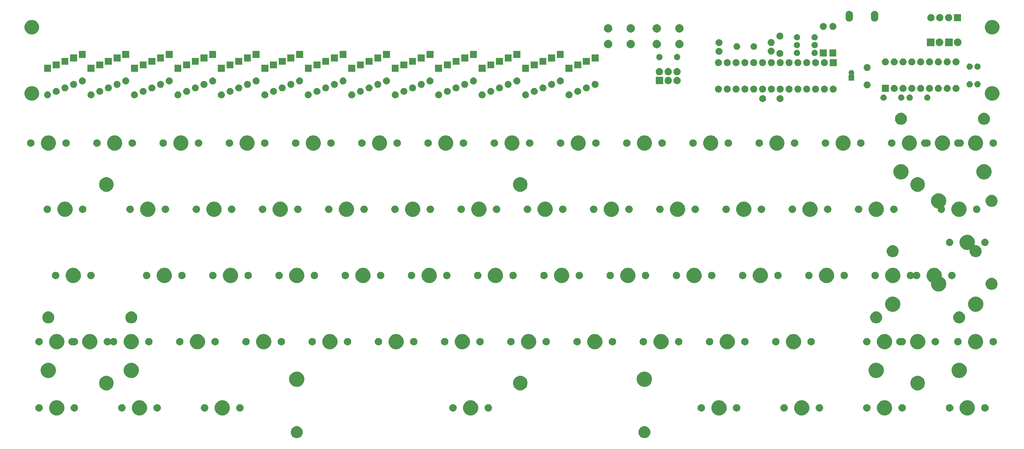
<source format=gts>
G04 #@! TF.GenerationSoftware,KiCad,Pcbnew,(5.1.0-0)*
G04 #@! TF.CreationDate,2019-05-29T21:11:30+01:00*
G04 #@! TF.ProjectId,tartan,74617274-616e-42e6-9b69-6361645f7063,V1.0*
G04 #@! TF.SameCoordinates,Original*
G04 #@! TF.FileFunction,Soldermask,Top*
G04 #@! TF.FilePolarity,Negative*
%FSLAX46Y46*%
G04 Gerber Fmt 4.6, Leading zero omitted, Abs format (unit mm)*
G04 Created by KiCad (PCBNEW (5.1.0-0)) date 2019-05-29 21:11:30*
%MOMM*%
%LPD*%
G04 APERTURE LIST*
%ADD10C,0.100000*%
G04 APERTURE END LIST*
D10*
G36*
X226709022Y-164864752D02*
G01*
X226709024Y-164864753D01*
X226709025Y-164864753D01*
X227022772Y-164994712D01*
X227305135Y-165183380D01*
X227545270Y-165423515D01*
X227733938Y-165705878D01*
X227863897Y-166019625D01*
X227930150Y-166352703D01*
X227930150Y-166692297D01*
X227863897Y-167025375D01*
X227733938Y-167339122D01*
X227545270Y-167621485D01*
X227305135Y-167861620D01*
X227022772Y-168050288D01*
X226709025Y-168180247D01*
X226709024Y-168180247D01*
X226709022Y-168180248D01*
X226375949Y-168246500D01*
X226036351Y-168246500D01*
X225703278Y-168180248D01*
X225703276Y-168180247D01*
X225703275Y-168180247D01*
X225389528Y-168050288D01*
X225107165Y-167861620D01*
X224867030Y-167621485D01*
X224678362Y-167339122D01*
X224548403Y-167025375D01*
X224482150Y-166692297D01*
X224482150Y-166352703D01*
X224548403Y-166019625D01*
X224678362Y-165705878D01*
X224867030Y-165423515D01*
X225107165Y-165183380D01*
X225389528Y-164994712D01*
X225703275Y-164864753D01*
X225703276Y-164864753D01*
X225703278Y-164864752D01*
X226036351Y-164798500D01*
X226375949Y-164798500D01*
X226709022Y-164864752D01*
X226709022Y-164864752D01*
G37*
G36*
X126709222Y-164864752D02*
G01*
X126709224Y-164864753D01*
X126709225Y-164864753D01*
X127022972Y-164994712D01*
X127305335Y-165183380D01*
X127545470Y-165423515D01*
X127734138Y-165705878D01*
X127864097Y-166019625D01*
X127930350Y-166352703D01*
X127930350Y-166692297D01*
X127864097Y-167025375D01*
X127734138Y-167339122D01*
X127545470Y-167621485D01*
X127305335Y-167861620D01*
X127022972Y-168050288D01*
X126709225Y-168180247D01*
X126709224Y-168180247D01*
X126709222Y-168180248D01*
X126376149Y-168246500D01*
X126036551Y-168246500D01*
X125703478Y-168180248D01*
X125703476Y-168180247D01*
X125703475Y-168180247D01*
X125389728Y-168050288D01*
X125107365Y-167861620D01*
X124867230Y-167621485D01*
X124678562Y-167339122D01*
X124548603Y-167025375D01*
X124482350Y-166692297D01*
X124482350Y-166352703D01*
X124548603Y-166019625D01*
X124678562Y-165705878D01*
X124867230Y-165423515D01*
X125107365Y-165183380D01*
X125389728Y-164994712D01*
X125703475Y-164864753D01*
X125703476Y-164864753D01*
X125703478Y-164864752D01*
X126036551Y-164798500D01*
X126376149Y-164798500D01*
X126709222Y-164864752D01*
X126709222Y-164864752D01*
G37*
G36*
X319466873Y-157377324D02*
G01*
X319721190Y-157427911D01*
X320120451Y-157593291D01*
X320479780Y-157833387D01*
X320785363Y-158138970D01*
X321025459Y-158498299D01*
X321190839Y-158897560D01*
X321275150Y-159321422D01*
X321275150Y-159753578D01*
X321190839Y-160177440D01*
X321025459Y-160576701D01*
X320785363Y-160936030D01*
X320479780Y-161241613D01*
X320120451Y-161481709D01*
X319721190Y-161647089D01*
X319466873Y-161697676D01*
X319297330Y-161731400D01*
X318865170Y-161731400D01*
X318695627Y-161697676D01*
X318441310Y-161647089D01*
X318042049Y-161481709D01*
X317682720Y-161241613D01*
X317377137Y-160936030D01*
X317137041Y-160576701D01*
X316971661Y-160177440D01*
X316887350Y-159753578D01*
X316887350Y-159321422D01*
X316971661Y-158897560D01*
X317137041Y-158498299D01*
X317377137Y-158138970D01*
X317682720Y-157833387D01*
X318042049Y-157593291D01*
X318441310Y-157427911D01*
X318695627Y-157377324D01*
X318865170Y-157343600D01*
X319297330Y-157343600D01*
X319466873Y-157377324D01*
X319466873Y-157377324D01*
G37*
G36*
X295654373Y-157377324D02*
G01*
X295908690Y-157427911D01*
X296307951Y-157593291D01*
X296667280Y-157833387D01*
X296972863Y-158138970D01*
X297212959Y-158498299D01*
X297378339Y-158897560D01*
X297462650Y-159321422D01*
X297462650Y-159753578D01*
X297378339Y-160177440D01*
X297212959Y-160576701D01*
X296972863Y-160936030D01*
X296667280Y-161241613D01*
X296307951Y-161481709D01*
X295908690Y-161647089D01*
X295654373Y-161697676D01*
X295484830Y-161731400D01*
X295052670Y-161731400D01*
X294883127Y-161697676D01*
X294628810Y-161647089D01*
X294229549Y-161481709D01*
X293870220Y-161241613D01*
X293564637Y-160936030D01*
X293324541Y-160576701D01*
X293159161Y-160177440D01*
X293074850Y-159753578D01*
X293074850Y-159321422D01*
X293159161Y-158897560D01*
X293324541Y-158498299D01*
X293564637Y-158138970D01*
X293870220Y-157833387D01*
X294229549Y-157593291D01*
X294628810Y-157427911D01*
X294883127Y-157377324D01*
X295052670Y-157343600D01*
X295484830Y-157343600D01*
X295654373Y-157377324D01*
X295654373Y-157377324D01*
G37*
G36*
X271841873Y-157377324D02*
G01*
X272096190Y-157427911D01*
X272495451Y-157593291D01*
X272854780Y-157833387D01*
X273160363Y-158138970D01*
X273400459Y-158498299D01*
X273565839Y-158897560D01*
X273650150Y-159321422D01*
X273650150Y-159753578D01*
X273565839Y-160177440D01*
X273400459Y-160576701D01*
X273160363Y-160936030D01*
X272854780Y-161241613D01*
X272495451Y-161481709D01*
X272096190Y-161647089D01*
X271841873Y-161697676D01*
X271672330Y-161731400D01*
X271240170Y-161731400D01*
X271070627Y-161697676D01*
X270816310Y-161647089D01*
X270417049Y-161481709D01*
X270057720Y-161241613D01*
X269752137Y-160936030D01*
X269512041Y-160576701D01*
X269346661Y-160177440D01*
X269262350Y-159753578D01*
X269262350Y-159321422D01*
X269346661Y-158897560D01*
X269512041Y-158498299D01*
X269752137Y-158138970D01*
X270057720Y-157833387D01*
X270417049Y-157593291D01*
X270816310Y-157427911D01*
X271070627Y-157377324D01*
X271240170Y-157343600D01*
X271672330Y-157343600D01*
X271841873Y-157377324D01*
X271841873Y-157377324D01*
G37*
G36*
X248029373Y-157377324D02*
G01*
X248283690Y-157427911D01*
X248682951Y-157593291D01*
X249042280Y-157833387D01*
X249347863Y-158138970D01*
X249587959Y-158498299D01*
X249753339Y-158897560D01*
X249837650Y-159321422D01*
X249837650Y-159753578D01*
X249753339Y-160177440D01*
X249587959Y-160576701D01*
X249347863Y-160936030D01*
X249042280Y-161241613D01*
X248682951Y-161481709D01*
X248283690Y-161647089D01*
X248029373Y-161697676D01*
X247859830Y-161731400D01*
X247427670Y-161731400D01*
X247258127Y-161697676D01*
X247003810Y-161647089D01*
X246604549Y-161481709D01*
X246245220Y-161241613D01*
X245939637Y-160936030D01*
X245699541Y-160576701D01*
X245534161Y-160177440D01*
X245449850Y-159753578D01*
X245449850Y-159321422D01*
X245534161Y-158897560D01*
X245699541Y-158498299D01*
X245939637Y-158138970D01*
X246245220Y-157833387D01*
X246604549Y-157593291D01*
X247003810Y-157427911D01*
X247258127Y-157377324D01*
X247427670Y-157343600D01*
X247859830Y-157343600D01*
X248029373Y-157377324D01*
X248029373Y-157377324D01*
G37*
G36*
X176591873Y-157377324D02*
G01*
X176846190Y-157427911D01*
X177245451Y-157593291D01*
X177604780Y-157833387D01*
X177910363Y-158138970D01*
X178150459Y-158498299D01*
X178315839Y-158897560D01*
X178400150Y-159321422D01*
X178400150Y-159753578D01*
X178315839Y-160177440D01*
X178150459Y-160576701D01*
X177910363Y-160936030D01*
X177604780Y-161241613D01*
X177245451Y-161481709D01*
X176846190Y-161647089D01*
X176591873Y-161697676D01*
X176422330Y-161731400D01*
X175990170Y-161731400D01*
X175820627Y-161697676D01*
X175566310Y-161647089D01*
X175167049Y-161481709D01*
X174807720Y-161241613D01*
X174502137Y-160936030D01*
X174262041Y-160576701D01*
X174096661Y-160177440D01*
X174012350Y-159753578D01*
X174012350Y-159321422D01*
X174096661Y-158897560D01*
X174262041Y-158498299D01*
X174502137Y-158138970D01*
X174807720Y-157833387D01*
X175167049Y-157593291D01*
X175566310Y-157427911D01*
X175820627Y-157377324D01*
X175990170Y-157343600D01*
X176422330Y-157343600D01*
X176591873Y-157377324D01*
X176591873Y-157377324D01*
G37*
G36*
X105154373Y-157377324D02*
G01*
X105408690Y-157427911D01*
X105807951Y-157593291D01*
X106167280Y-157833387D01*
X106472863Y-158138970D01*
X106712959Y-158498299D01*
X106878339Y-158897560D01*
X106962650Y-159321422D01*
X106962650Y-159753578D01*
X106878339Y-160177440D01*
X106712959Y-160576701D01*
X106472863Y-160936030D01*
X106167280Y-161241613D01*
X105807951Y-161481709D01*
X105408690Y-161647089D01*
X105154373Y-161697676D01*
X104984830Y-161731400D01*
X104552670Y-161731400D01*
X104383127Y-161697676D01*
X104128810Y-161647089D01*
X103729549Y-161481709D01*
X103370220Y-161241613D01*
X103064637Y-160936030D01*
X102824541Y-160576701D01*
X102659161Y-160177440D01*
X102574850Y-159753578D01*
X102574850Y-159321422D01*
X102659161Y-158897560D01*
X102824541Y-158498299D01*
X103064637Y-158138970D01*
X103370220Y-157833387D01*
X103729549Y-157593291D01*
X104128810Y-157427911D01*
X104383127Y-157377324D01*
X104552670Y-157343600D01*
X104984830Y-157343600D01*
X105154373Y-157377324D01*
X105154373Y-157377324D01*
G37*
G36*
X81341873Y-157377324D02*
G01*
X81596190Y-157427911D01*
X81995451Y-157593291D01*
X82354780Y-157833387D01*
X82660363Y-158138970D01*
X82900459Y-158498299D01*
X83065839Y-158897560D01*
X83150150Y-159321422D01*
X83150150Y-159753578D01*
X83065839Y-160177440D01*
X82900459Y-160576701D01*
X82660363Y-160936030D01*
X82354780Y-161241613D01*
X81995451Y-161481709D01*
X81596190Y-161647089D01*
X81341873Y-161697676D01*
X81172330Y-161731400D01*
X80740170Y-161731400D01*
X80570627Y-161697676D01*
X80316310Y-161647089D01*
X79917049Y-161481709D01*
X79557720Y-161241613D01*
X79252137Y-160936030D01*
X79012041Y-160576701D01*
X78846661Y-160177440D01*
X78762350Y-159753578D01*
X78762350Y-159321422D01*
X78846661Y-158897560D01*
X79012041Y-158498299D01*
X79252137Y-158138970D01*
X79557720Y-157833387D01*
X79917049Y-157593291D01*
X80316310Y-157427911D01*
X80570627Y-157377324D01*
X80740170Y-157343600D01*
X81172330Y-157343600D01*
X81341873Y-157377324D01*
X81341873Y-157377324D01*
G37*
G36*
X57529373Y-157377324D02*
G01*
X57783690Y-157427911D01*
X58182951Y-157593291D01*
X58542280Y-157833387D01*
X58847863Y-158138970D01*
X59087959Y-158498299D01*
X59253339Y-158897560D01*
X59337650Y-159321422D01*
X59337650Y-159753578D01*
X59253339Y-160177440D01*
X59087959Y-160576701D01*
X58847863Y-160936030D01*
X58542280Y-161241613D01*
X58182951Y-161481709D01*
X57783690Y-161647089D01*
X57529373Y-161697676D01*
X57359830Y-161731400D01*
X56927670Y-161731400D01*
X56758127Y-161697676D01*
X56503810Y-161647089D01*
X56104549Y-161481709D01*
X55745220Y-161241613D01*
X55439637Y-160936030D01*
X55199541Y-160576701D01*
X55034161Y-160177440D01*
X54949850Y-159753578D01*
X54949850Y-159321422D01*
X55034161Y-158897560D01*
X55199541Y-158498299D01*
X55439637Y-158138970D01*
X55745220Y-157833387D01*
X56104549Y-157593291D01*
X56503810Y-157427911D01*
X56758127Y-157377324D01*
X56927670Y-157343600D01*
X57359830Y-157343600D01*
X57529373Y-157377324D01*
X57529373Y-157377324D01*
G37*
G36*
X110162316Y-158503812D02*
G01*
X110162319Y-158503813D01*
X110162318Y-158503813D01*
X110357955Y-158584849D01*
X110534021Y-158702492D01*
X110683757Y-158852228D01*
X110801402Y-159028297D01*
X110882438Y-159223934D01*
X110923750Y-159431622D01*
X110923750Y-159643378D01*
X110882438Y-159851066D01*
X110882437Y-159851068D01*
X110801401Y-160046705D01*
X110683758Y-160222771D01*
X110534021Y-160372508D01*
X110357955Y-160490151D01*
X110357954Y-160490152D01*
X110357953Y-160490152D01*
X110162316Y-160571188D01*
X109954628Y-160612500D01*
X109742872Y-160612500D01*
X109535184Y-160571188D01*
X109339547Y-160490152D01*
X109339546Y-160490152D01*
X109339545Y-160490151D01*
X109163479Y-160372508D01*
X109013742Y-160222771D01*
X108896099Y-160046705D01*
X108815063Y-159851068D01*
X108815062Y-159851066D01*
X108773750Y-159643378D01*
X108773750Y-159431622D01*
X108815062Y-159223934D01*
X108896098Y-159028297D01*
X109013743Y-158852228D01*
X109163479Y-158702492D01*
X109339545Y-158584849D01*
X109535182Y-158503813D01*
X109535181Y-158503813D01*
X109535184Y-158503812D01*
X109742872Y-158462500D01*
X109954628Y-158462500D01*
X110162316Y-158503812D01*
X110162316Y-158503812D01*
G37*
G36*
X100002316Y-158503812D02*
G01*
X100002319Y-158503813D01*
X100002318Y-158503813D01*
X100197955Y-158584849D01*
X100374021Y-158702492D01*
X100523757Y-158852228D01*
X100641402Y-159028297D01*
X100722438Y-159223934D01*
X100763750Y-159431622D01*
X100763750Y-159643378D01*
X100722438Y-159851066D01*
X100722437Y-159851068D01*
X100641401Y-160046705D01*
X100523758Y-160222771D01*
X100374021Y-160372508D01*
X100197955Y-160490151D01*
X100197954Y-160490152D01*
X100197953Y-160490152D01*
X100002316Y-160571188D01*
X99794628Y-160612500D01*
X99582872Y-160612500D01*
X99375184Y-160571188D01*
X99179547Y-160490152D01*
X99179546Y-160490152D01*
X99179545Y-160490151D01*
X99003479Y-160372508D01*
X98853742Y-160222771D01*
X98736099Y-160046705D01*
X98655063Y-159851068D01*
X98655062Y-159851066D01*
X98613750Y-159643378D01*
X98613750Y-159431622D01*
X98655062Y-159223934D01*
X98736098Y-159028297D01*
X98853743Y-158852228D01*
X99003479Y-158702492D01*
X99179545Y-158584849D01*
X99375182Y-158503813D01*
X99375181Y-158503813D01*
X99375184Y-158503812D01*
X99582872Y-158462500D01*
X99794628Y-158462500D01*
X100002316Y-158503812D01*
X100002316Y-158503812D01*
G37*
G36*
X86349816Y-158503812D02*
G01*
X86349819Y-158503813D01*
X86349818Y-158503813D01*
X86545455Y-158584849D01*
X86721521Y-158702492D01*
X86871257Y-158852228D01*
X86988902Y-159028297D01*
X87069938Y-159223934D01*
X87111250Y-159431622D01*
X87111250Y-159643378D01*
X87069938Y-159851066D01*
X87069937Y-159851068D01*
X86988901Y-160046705D01*
X86871258Y-160222771D01*
X86721521Y-160372508D01*
X86545455Y-160490151D01*
X86545454Y-160490152D01*
X86545453Y-160490152D01*
X86349816Y-160571188D01*
X86142128Y-160612500D01*
X85930372Y-160612500D01*
X85722684Y-160571188D01*
X85527047Y-160490152D01*
X85527046Y-160490152D01*
X85527045Y-160490151D01*
X85350979Y-160372508D01*
X85201242Y-160222771D01*
X85083599Y-160046705D01*
X85002563Y-159851068D01*
X85002562Y-159851066D01*
X84961250Y-159643378D01*
X84961250Y-159431622D01*
X85002562Y-159223934D01*
X85083598Y-159028297D01*
X85201243Y-158852228D01*
X85350979Y-158702492D01*
X85527045Y-158584849D01*
X85722682Y-158503813D01*
X85722681Y-158503813D01*
X85722684Y-158503812D01*
X85930372Y-158462500D01*
X86142128Y-158462500D01*
X86349816Y-158503812D01*
X86349816Y-158503812D01*
G37*
G36*
X76189816Y-158503812D02*
G01*
X76189819Y-158503813D01*
X76189818Y-158503813D01*
X76385455Y-158584849D01*
X76561521Y-158702492D01*
X76711257Y-158852228D01*
X76828902Y-159028297D01*
X76909938Y-159223934D01*
X76951250Y-159431622D01*
X76951250Y-159643378D01*
X76909938Y-159851066D01*
X76909937Y-159851068D01*
X76828901Y-160046705D01*
X76711258Y-160222771D01*
X76561521Y-160372508D01*
X76385455Y-160490151D01*
X76385454Y-160490152D01*
X76385453Y-160490152D01*
X76189816Y-160571188D01*
X75982128Y-160612500D01*
X75770372Y-160612500D01*
X75562684Y-160571188D01*
X75367047Y-160490152D01*
X75367046Y-160490152D01*
X75367045Y-160490151D01*
X75190979Y-160372508D01*
X75041242Y-160222771D01*
X74923599Y-160046705D01*
X74842563Y-159851068D01*
X74842562Y-159851066D01*
X74801250Y-159643378D01*
X74801250Y-159431622D01*
X74842562Y-159223934D01*
X74923598Y-159028297D01*
X75041243Y-158852228D01*
X75190979Y-158702492D01*
X75367045Y-158584849D01*
X75562682Y-158503813D01*
X75562681Y-158503813D01*
X75562684Y-158503812D01*
X75770372Y-158462500D01*
X75982128Y-158462500D01*
X76189816Y-158503812D01*
X76189816Y-158503812D01*
G37*
G36*
X62537316Y-158503812D02*
G01*
X62537319Y-158503813D01*
X62537318Y-158503813D01*
X62732955Y-158584849D01*
X62909021Y-158702492D01*
X63058757Y-158852228D01*
X63176402Y-159028297D01*
X63257438Y-159223934D01*
X63298750Y-159431622D01*
X63298750Y-159643378D01*
X63257438Y-159851066D01*
X63257437Y-159851068D01*
X63176401Y-160046705D01*
X63058758Y-160222771D01*
X62909021Y-160372508D01*
X62732955Y-160490151D01*
X62732954Y-160490152D01*
X62732953Y-160490152D01*
X62537316Y-160571188D01*
X62329628Y-160612500D01*
X62117872Y-160612500D01*
X61910184Y-160571188D01*
X61714547Y-160490152D01*
X61714546Y-160490152D01*
X61714545Y-160490151D01*
X61538479Y-160372508D01*
X61388742Y-160222771D01*
X61271099Y-160046705D01*
X61190063Y-159851068D01*
X61190062Y-159851066D01*
X61148750Y-159643378D01*
X61148750Y-159431622D01*
X61190062Y-159223934D01*
X61271098Y-159028297D01*
X61388743Y-158852228D01*
X61538479Y-158702492D01*
X61714545Y-158584849D01*
X61910182Y-158503813D01*
X61910181Y-158503813D01*
X61910184Y-158503812D01*
X62117872Y-158462500D01*
X62329628Y-158462500D01*
X62537316Y-158503812D01*
X62537316Y-158503812D01*
G37*
G36*
X52377316Y-158503812D02*
G01*
X52377319Y-158503813D01*
X52377318Y-158503813D01*
X52572955Y-158584849D01*
X52749021Y-158702492D01*
X52898757Y-158852228D01*
X53016402Y-159028297D01*
X53097438Y-159223934D01*
X53138750Y-159431622D01*
X53138750Y-159643378D01*
X53097438Y-159851066D01*
X53097437Y-159851068D01*
X53016401Y-160046705D01*
X52898758Y-160222771D01*
X52749021Y-160372508D01*
X52572955Y-160490151D01*
X52572954Y-160490152D01*
X52572953Y-160490152D01*
X52377316Y-160571188D01*
X52169628Y-160612500D01*
X51957872Y-160612500D01*
X51750184Y-160571188D01*
X51554547Y-160490152D01*
X51554546Y-160490152D01*
X51554545Y-160490151D01*
X51378479Y-160372508D01*
X51228742Y-160222771D01*
X51111099Y-160046705D01*
X51030063Y-159851068D01*
X51030062Y-159851066D01*
X50988750Y-159643378D01*
X50988750Y-159431622D01*
X51030062Y-159223934D01*
X51111098Y-159028297D01*
X51228743Y-158852228D01*
X51378479Y-158702492D01*
X51554545Y-158584849D01*
X51750182Y-158503813D01*
X51750181Y-158503813D01*
X51750184Y-158503812D01*
X51957872Y-158462500D01*
X52169628Y-158462500D01*
X52377316Y-158503812D01*
X52377316Y-158503812D01*
G37*
G36*
X324474816Y-158503812D02*
G01*
X324474819Y-158503813D01*
X324474818Y-158503813D01*
X324670455Y-158584849D01*
X324846521Y-158702492D01*
X324996257Y-158852228D01*
X325113902Y-159028297D01*
X325194938Y-159223934D01*
X325236250Y-159431622D01*
X325236250Y-159643378D01*
X325194938Y-159851066D01*
X325194937Y-159851068D01*
X325113901Y-160046705D01*
X324996258Y-160222771D01*
X324846521Y-160372508D01*
X324670455Y-160490151D01*
X324670454Y-160490152D01*
X324670453Y-160490152D01*
X324474816Y-160571188D01*
X324267128Y-160612500D01*
X324055372Y-160612500D01*
X323847684Y-160571188D01*
X323652047Y-160490152D01*
X323652046Y-160490152D01*
X323652045Y-160490151D01*
X323475979Y-160372508D01*
X323326242Y-160222771D01*
X323208599Y-160046705D01*
X323127563Y-159851068D01*
X323127562Y-159851066D01*
X323086250Y-159643378D01*
X323086250Y-159431622D01*
X323127562Y-159223934D01*
X323208598Y-159028297D01*
X323326243Y-158852228D01*
X323475979Y-158702492D01*
X323652045Y-158584849D01*
X323847682Y-158503813D01*
X323847681Y-158503813D01*
X323847684Y-158503812D01*
X324055372Y-158462500D01*
X324267128Y-158462500D01*
X324474816Y-158503812D01*
X324474816Y-158503812D01*
G37*
G36*
X314314816Y-158503812D02*
G01*
X314314819Y-158503813D01*
X314314818Y-158503813D01*
X314510455Y-158584849D01*
X314686521Y-158702492D01*
X314836257Y-158852228D01*
X314953902Y-159028297D01*
X315034938Y-159223934D01*
X315076250Y-159431622D01*
X315076250Y-159643378D01*
X315034938Y-159851066D01*
X315034937Y-159851068D01*
X314953901Y-160046705D01*
X314836258Y-160222771D01*
X314686521Y-160372508D01*
X314510455Y-160490151D01*
X314510454Y-160490152D01*
X314510453Y-160490152D01*
X314314816Y-160571188D01*
X314107128Y-160612500D01*
X313895372Y-160612500D01*
X313687684Y-160571188D01*
X313492047Y-160490152D01*
X313492046Y-160490152D01*
X313492045Y-160490151D01*
X313315979Y-160372508D01*
X313166242Y-160222771D01*
X313048599Y-160046705D01*
X312967563Y-159851068D01*
X312967562Y-159851066D01*
X312926250Y-159643378D01*
X312926250Y-159431622D01*
X312967562Y-159223934D01*
X313048598Y-159028297D01*
X313166243Y-158852228D01*
X313315979Y-158702492D01*
X313492045Y-158584849D01*
X313687682Y-158503813D01*
X313687681Y-158503813D01*
X313687684Y-158503812D01*
X313895372Y-158462500D01*
X314107128Y-158462500D01*
X314314816Y-158503812D01*
X314314816Y-158503812D01*
G37*
G36*
X300662316Y-158503812D02*
G01*
X300662319Y-158503813D01*
X300662318Y-158503813D01*
X300857955Y-158584849D01*
X301034021Y-158702492D01*
X301183757Y-158852228D01*
X301301402Y-159028297D01*
X301382438Y-159223934D01*
X301423750Y-159431622D01*
X301423750Y-159643378D01*
X301382438Y-159851066D01*
X301382437Y-159851068D01*
X301301401Y-160046705D01*
X301183758Y-160222771D01*
X301034021Y-160372508D01*
X300857955Y-160490151D01*
X300857954Y-160490152D01*
X300857953Y-160490152D01*
X300662316Y-160571188D01*
X300454628Y-160612500D01*
X300242872Y-160612500D01*
X300035184Y-160571188D01*
X299839547Y-160490152D01*
X299839546Y-160490152D01*
X299839545Y-160490151D01*
X299663479Y-160372508D01*
X299513742Y-160222771D01*
X299396099Y-160046705D01*
X299315063Y-159851068D01*
X299315062Y-159851066D01*
X299273750Y-159643378D01*
X299273750Y-159431622D01*
X299315062Y-159223934D01*
X299396098Y-159028297D01*
X299513743Y-158852228D01*
X299663479Y-158702492D01*
X299839545Y-158584849D01*
X300035182Y-158503813D01*
X300035181Y-158503813D01*
X300035184Y-158503812D01*
X300242872Y-158462500D01*
X300454628Y-158462500D01*
X300662316Y-158503812D01*
X300662316Y-158503812D01*
G37*
G36*
X290502316Y-158503812D02*
G01*
X290502319Y-158503813D01*
X290502318Y-158503813D01*
X290697955Y-158584849D01*
X290874021Y-158702492D01*
X291023757Y-158852228D01*
X291141402Y-159028297D01*
X291222438Y-159223934D01*
X291263750Y-159431622D01*
X291263750Y-159643378D01*
X291222438Y-159851066D01*
X291222437Y-159851068D01*
X291141401Y-160046705D01*
X291023758Y-160222771D01*
X290874021Y-160372508D01*
X290697955Y-160490151D01*
X290697954Y-160490152D01*
X290697953Y-160490152D01*
X290502316Y-160571188D01*
X290294628Y-160612500D01*
X290082872Y-160612500D01*
X289875184Y-160571188D01*
X289679547Y-160490152D01*
X289679546Y-160490152D01*
X289679545Y-160490151D01*
X289503479Y-160372508D01*
X289353742Y-160222771D01*
X289236099Y-160046705D01*
X289155063Y-159851068D01*
X289155062Y-159851066D01*
X289113750Y-159643378D01*
X289113750Y-159431622D01*
X289155062Y-159223934D01*
X289236098Y-159028297D01*
X289353743Y-158852228D01*
X289503479Y-158702492D01*
X289679545Y-158584849D01*
X289875182Y-158503813D01*
X289875181Y-158503813D01*
X289875184Y-158503812D01*
X290082872Y-158462500D01*
X290294628Y-158462500D01*
X290502316Y-158503812D01*
X290502316Y-158503812D01*
G37*
G36*
X171439816Y-158503812D02*
G01*
X171439819Y-158503813D01*
X171439818Y-158503813D01*
X171635455Y-158584849D01*
X171811521Y-158702492D01*
X171961257Y-158852228D01*
X172078902Y-159028297D01*
X172159938Y-159223934D01*
X172201250Y-159431622D01*
X172201250Y-159643378D01*
X172159938Y-159851066D01*
X172159937Y-159851068D01*
X172078901Y-160046705D01*
X171961258Y-160222771D01*
X171811521Y-160372508D01*
X171635455Y-160490151D01*
X171635454Y-160490152D01*
X171635453Y-160490152D01*
X171439816Y-160571188D01*
X171232128Y-160612500D01*
X171020372Y-160612500D01*
X170812684Y-160571188D01*
X170617047Y-160490152D01*
X170617046Y-160490152D01*
X170617045Y-160490151D01*
X170440979Y-160372508D01*
X170291242Y-160222771D01*
X170173599Y-160046705D01*
X170092563Y-159851068D01*
X170092562Y-159851066D01*
X170051250Y-159643378D01*
X170051250Y-159431622D01*
X170092562Y-159223934D01*
X170173598Y-159028297D01*
X170291243Y-158852228D01*
X170440979Y-158702492D01*
X170617045Y-158584849D01*
X170812682Y-158503813D01*
X170812681Y-158503813D01*
X170812684Y-158503812D01*
X171020372Y-158462500D01*
X171232128Y-158462500D01*
X171439816Y-158503812D01*
X171439816Y-158503812D01*
G37*
G36*
X181599816Y-158503812D02*
G01*
X181599819Y-158503813D01*
X181599818Y-158503813D01*
X181795455Y-158584849D01*
X181971521Y-158702492D01*
X182121257Y-158852228D01*
X182238902Y-159028297D01*
X182319938Y-159223934D01*
X182361250Y-159431622D01*
X182361250Y-159643378D01*
X182319938Y-159851066D01*
X182319937Y-159851068D01*
X182238901Y-160046705D01*
X182121258Y-160222771D01*
X181971521Y-160372508D01*
X181795455Y-160490151D01*
X181795454Y-160490152D01*
X181795453Y-160490152D01*
X181599816Y-160571188D01*
X181392128Y-160612500D01*
X181180372Y-160612500D01*
X180972684Y-160571188D01*
X180777047Y-160490152D01*
X180777046Y-160490152D01*
X180777045Y-160490151D01*
X180600979Y-160372508D01*
X180451242Y-160222771D01*
X180333599Y-160046705D01*
X180252563Y-159851068D01*
X180252562Y-159851066D01*
X180211250Y-159643378D01*
X180211250Y-159431622D01*
X180252562Y-159223934D01*
X180333598Y-159028297D01*
X180451243Y-158852228D01*
X180600979Y-158702492D01*
X180777045Y-158584849D01*
X180972682Y-158503813D01*
X180972681Y-158503813D01*
X180972684Y-158503812D01*
X181180372Y-158462500D01*
X181392128Y-158462500D01*
X181599816Y-158503812D01*
X181599816Y-158503812D01*
G37*
G36*
X276849816Y-158503812D02*
G01*
X276849819Y-158503813D01*
X276849818Y-158503813D01*
X277045455Y-158584849D01*
X277221521Y-158702492D01*
X277371257Y-158852228D01*
X277488902Y-159028297D01*
X277569938Y-159223934D01*
X277611250Y-159431622D01*
X277611250Y-159643378D01*
X277569938Y-159851066D01*
X277569937Y-159851068D01*
X277488901Y-160046705D01*
X277371258Y-160222771D01*
X277221521Y-160372508D01*
X277045455Y-160490151D01*
X277045454Y-160490152D01*
X277045453Y-160490152D01*
X276849816Y-160571188D01*
X276642128Y-160612500D01*
X276430372Y-160612500D01*
X276222684Y-160571188D01*
X276027047Y-160490152D01*
X276027046Y-160490152D01*
X276027045Y-160490151D01*
X275850979Y-160372508D01*
X275701242Y-160222771D01*
X275583599Y-160046705D01*
X275502563Y-159851068D01*
X275502562Y-159851066D01*
X275461250Y-159643378D01*
X275461250Y-159431622D01*
X275502562Y-159223934D01*
X275583598Y-159028297D01*
X275701243Y-158852228D01*
X275850979Y-158702492D01*
X276027045Y-158584849D01*
X276222682Y-158503813D01*
X276222681Y-158503813D01*
X276222684Y-158503812D01*
X276430372Y-158462500D01*
X276642128Y-158462500D01*
X276849816Y-158503812D01*
X276849816Y-158503812D01*
G37*
G36*
X266689816Y-158503812D02*
G01*
X266689819Y-158503813D01*
X266689818Y-158503813D01*
X266885455Y-158584849D01*
X267061521Y-158702492D01*
X267211257Y-158852228D01*
X267328902Y-159028297D01*
X267409938Y-159223934D01*
X267451250Y-159431622D01*
X267451250Y-159643378D01*
X267409938Y-159851066D01*
X267409937Y-159851068D01*
X267328901Y-160046705D01*
X267211258Y-160222771D01*
X267061521Y-160372508D01*
X266885455Y-160490151D01*
X266885454Y-160490152D01*
X266885453Y-160490152D01*
X266689816Y-160571188D01*
X266482128Y-160612500D01*
X266270372Y-160612500D01*
X266062684Y-160571188D01*
X265867047Y-160490152D01*
X265867046Y-160490152D01*
X265867045Y-160490151D01*
X265690979Y-160372508D01*
X265541242Y-160222771D01*
X265423599Y-160046705D01*
X265342563Y-159851068D01*
X265342562Y-159851066D01*
X265301250Y-159643378D01*
X265301250Y-159431622D01*
X265342562Y-159223934D01*
X265423598Y-159028297D01*
X265541243Y-158852228D01*
X265690979Y-158702492D01*
X265867045Y-158584849D01*
X266062682Y-158503813D01*
X266062681Y-158503813D01*
X266062684Y-158503812D01*
X266270372Y-158462500D01*
X266482128Y-158462500D01*
X266689816Y-158503812D01*
X266689816Y-158503812D01*
G37*
G36*
X242877316Y-158503812D02*
G01*
X242877319Y-158503813D01*
X242877318Y-158503813D01*
X243072955Y-158584849D01*
X243249021Y-158702492D01*
X243398757Y-158852228D01*
X243516402Y-159028297D01*
X243597438Y-159223934D01*
X243638750Y-159431622D01*
X243638750Y-159643378D01*
X243597438Y-159851066D01*
X243597437Y-159851068D01*
X243516401Y-160046705D01*
X243398758Y-160222771D01*
X243249021Y-160372508D01*
X243072955Y-160490151D01*
X243072954Y-160490152D01*
X243072953Y-160490152D01*
X242877316Y-160571188D01*
X242669628Y-160612500D01*
X242457872Y-160612500D01*
X242250184Y-160571188D01*
X242054547Y-160490152D01*
X242054546Y-160490152D01*
X242054545Y-160490151D01*
X241878479Y-160372508D01*
X241728742Y-160222771D01*
X241611099Y-160046705D01*
X241530063Y-159851068D01*
X241530062Y-159851066D01*
X241488750Y-159643378D01*
X241488750Y-159431622D01*
X241530062Y-159223934D01*
X241611098Y-159028297D01*
X241728743Y-158852228D01*
X241878479Y-158702492D01*
X242054545Y-158584849D01*
X242250182Y-158503813D01*
X242250181Y-158503813D01*
X242250184Y-158503812D01*
X242457872Y-158462500D01*
X242669628Y-158462500D01*
X242877316Y-158503812D01*
X242877316Y-158503812D01*
G37*
G36*
X253037316Y-158503812D02*
G01*
X253037319Y-158503813D01*
X253037318Y-158503813D01*
X253232955Y-158584849D01*
X253409021Y-158702492D01*
X253558757Y-158852228D01*
X253676402Y-159028297D01*
X253757438Y-159223934D01*
X253798750Y-159431622D01*
X253798750Y-159643378D01*
X253757438Y-159851066D01*
X253757437Y-159851068D01*
X253676401Y-160046705D01*
X253558758Y-160222771D01*
X253409021Y-160372508D01*
X253232955Y-160490151D01*
X253232954Y-160490152D01*
X253232953Y-160490152D01*
X253037316Y-160571188D01*
X252829628Y-160612500D01*
X252617872Y-160612500D01*
X252410184Y-160571188D01*
X252214547Y-160490152D01*
X252214546Y-160490152D01*
X252214545Y-160490151D01*
X252038479Y-160372508D01*
X251888742Y-160222771D01*
X251771099Y-160046705D01*
X251690063Y-159851068D01*
X251690062Y-159851066D01*
X251648750Y-159643378D01*
X251648750Y-159431622D01*
X251690062Y-159223934D01*
X251771098Y-159028297D01*
X251888743Y-158852228D01*
X252038479Y-158702492D01*
X252214545Y-158584849D01*
X252410182Y-158503813D01*
X252410181Y-158503813D01*
X252410184Y-158503812D01*
X252617872Y-158462500D01*
X252829628Y-158462500D01*
X253037316Y-158503812D01*
X253037316Y-158503812D01*
G37*
G36*
X305406297Y-150374452D02*
G01*
X305406299Y-150374453D01*
X305406300Y-150374453D01*
X305518235Y-150420818D01*
X305788473Y-150532754D01*
X305788474Y-150532755D01*
X306132421Y-150762572D01*
X306424928Y-151055079D01*
X306432507Y-151066422D01*
X306654746Y-151399027D01*
X306813048Y-151781203D01*
X306893750Y-152186918D01*
X306893750Y-152600582D01*
X306813048Y-153006297D01*
X306654746Y-153388473D01*
X306424927Y-153732422D01*
X306132422Y-154024927D01*
X305788473Y-154254746D01*
X305518235Y-154366682D01*
X305406300Y-154413047D01*
X305406299Y-154413047D01*
X305406297Y-154413048D01*
X305000582Y-154493750D01*
X304586918Y-154493750D01*
X304181203Y-154413048D01*
X304181201Y-154413047D01*
X304181200Y-154413047D01*
X304069265Y-154366682D01*
X303799027Y-154254746D01*
X303455078Y-154024927D01*
X303162573Y-153732422D01*
X302932754Y-153388473D01*
X302774452Y-153006297D01*
X302693750Y-152600582D01*
X302693750Y-152186918D01*
X302774452Y-151781203D01*
X302932754Y-151399027D01*
X303154993Y-151066422D01*
X303162572Y-151055079D01*
X303455079Y-150762572D01*
X303799026Y-150532755D01*
X303799027Y-150532754D01*
X304069265Y-150420818D01*
X304181200Y-150374453D01*
X304181201Y-150374453D01*
X304181203Y-150374452D01*
X304586918Y-150293750D01*
X305000582Y-150293750D01*
X305406297Y-150374452D01*
X305406297Y-150374452D01*
G37*
G36*
X191106297Y-150374452D02*
G01*
X191106299Y-150374453D01*
X191106300Y-150374453D01*
X191218235Y-150420818D01*
X191488473Y-150532754D01*
X191488474Y-150532755D01*
X191832421Y-150762572D01*
X192124928Y-151055079D01*
X192132507Y-151066422D01*
X192354746Y-151399027D01*
X192513048Y-151781203D01*
X192593750Y-152186918D01*
X192593750Y-152600582D01*
X192513048Y-153006297D01*
X192354746Y-153388473D01*
X192124927Y-153732422D01*
X191832422Y-154024927D01*
X191488473Y-154254746D01*
X191218235Y-154366682D01*
X191106300Y-154413047D01*
X191106299Y-154413047D01*
X191106297Y-154413048D01*
X190700582Y-154493750D01*
X190286918Y-154493750D01*
X189881203Y-154413048D01*
X189881201Y-154413047D01*
X189881200Y-154413047D01*
X189769265Y-154366682D01*
X189499027Y-154254746D01*
X189155078Y-154024927D01*
X188862573Y-153732422D01*
X188632754Y-153388473D01*
X188474452Y-153006297D01*
X188393750Y-152600582D01*
X188393750Y-152186918D01*
X188474452Y-151781203D01*
X188632754Y-151399027D01*
X188854993Y-151066422D01*
X188862572Y-151055079D01*
X189155079Y-150762572D01*
X189499026Y-150532755D01*
X189499027Y-150532754D01*
X189769265Y-150420818D01*
X189881200Y-150374453D01*
X189881201Y-150374453D01*
X189881203Y-150374452D01*
X190286918Y-150293750D01*
X190700582Y-150293750D01*
X191106297Y-150374452D01*
X191106297Y-150374452D01*
G37*
G36*
X72043797Y-150374452D02*
G01*
X72043799Y-150374453D01*
X72043800Y-150374453D01*
X72155735Y-150420818D01*
X72425973Y-150532754D01*
X72425974Y-150532755D01*
X72769921Y-150762572D01*
X73062428Y-151055079D01*
X73070007Y-151066422D01*
X73292246Y-151399027D01*
X73450548Y-151781203D01*
X73531250Y-152186918D01*
X73531250Y-152600582D01*
X73450548Y-153006297D01*
X73292246Y-153388473D01*
X73062427Y-153732422D01*
X72769922Y-154024927D01*
X72425973Y-154254746D01*
X72155735Y-154366682D01*
X72043800Y-154413047D01*
X72043799Y-154413047D01*
X72043797Y-154413048D01*
X71638082Y-154493750D01*
X71224418Y-154493750D01*
X70818703Y-154413048D01*
X70818701Y-154413047D01*
X70818700Y-154413047D01*
X70706765Y-154366682D01*
X70436527Y-154254746D01*
X70092578Y-154024927D01*
X69800073Y-153732422D01*
X69570254Y-153388473D01*
X69411952Y-153006297D01*
X69331250Y-152600582D01*
X69331250Y-152186918D01*
X69411952Y-151781203D01*
X69570254Y-151399027D01*
X69792493Y-151066422D01*
X69800072Y-151055079D01*
X70092579Y-150762572D01*
X70436526Y-150532755D01*
X70436527Y-150532754D01*
X70706765Y-150420818D01*
X70818700Y-150374453D01*
X70818701Y-150374453D01*
X70818703Y-150374452D01*
X71224418Y-150293750D01*
X71638082Y-150293750D01*
X72043797Y-150374452D01*
X72043797Y-150374452D01*
G37*
G36*
X226591773Y-149122324D02*
G01*
X226846090Y-149172911D01*
X227245351Y-149338291D01*
X227604680Y-149578387D01*
X227910263Y-149883970D01*
X228150359Y-150243299D01*
X228315739Y-150642560D01*
X228400050Y-151066422D01*
X228400050Y-151498578D01*
X228315739Y-151922440D01*
X228150359Y-152321701D01*
X227910263Y-152681030D01*
X227604680Y-152986613D01*
X227245351Y-153226709D01*
X226846090Y-153392089D01*
X226591773Y-153442676D01*
X226422230Y-153476400D01*
X225990070Y-153476400D01*
X225820527Y-153442676D01*
X225566210Y-153392089D01*
X225166949Y-153226709D01*
X224807620Y-152986613D01*
X224502037Y-152681030D01*
X224261941Y-152321701D01*
X224096561Y-151922440D01*
X224012250Y-151498578D01*
X224012250Y-151066422D01*
X224096561Y-150642560D01*
X224261941Y-150243299D01*
X224502037Y-149883970D01*
X224807620Y-149578387D01*
X225166949Y-149338291D01*
X225566210Y-149172911D01*
X225820527Y-149122324D01*
X225990070Y-149088600D01*
X226422230Y-149088600D01*
X226591773Y-149122324D01*
X226591773Y-149122324D01*
G37*
G36*
X126591973Y-149122324D02*
G01*
X126846290Y-149172911D01*
X127245551Y-149338291D01*
X127604880Y-149578387D01*
X127910463Y-149883970D01*
X128150559Y-150243299D01*
X128315939Y-150642560D01*
X128400250Y-151066422D01*
X128400250Y-151498578D01*
X128315939Y-151922440D01*
X128150559Y-152321701D01*
X127910463Y-152681030D01*
X127604880Y-152986613D01*
X127245551Y-153226709D01*
X126846290Y-153392089D01*
X126591973Y-153442676D01*
X126422430Y-153476400D01*
X125990270Y-153476400D01*
X125820727Y-153442676D01*
X125566410Y-153392089D01*
X125167149Y-153226709D01*
X124807820Y-152986613D01*
X124502237Y-152681030D01*
X124262141Y-152321701D01*
X124096761Y-151922440D01*
X124012450Y-151498578D01*
X124012450Y-151066422D01*
X124096761Y-150642560D01*
X124262141Y-150243299D01*
X124502237Y-149883970D01*
X124807820Y-149578387D01*
X125167149Y-149338291D01*
X125566410Y-149172911D01*
X125820727Y-149122324D01*
X125990270Y-149088600D01*
X126422430Y-149088600D01*
X126591973Y-149122324D01*
X126591973Y-149122324D01*
G37*
G36*
X55116373Y-146582324D02*
G01*
X55370690Y-146632911D01*
X55769951Y-146798291D01*
X56129280Y-147038387D01*
X56434863Y-147343970D01*
X56674959Y-147703299D01*
X56840339Y-148102560D01*
X56924650Y-148526422D01*
X56924650Y-148958578D01*
X56840339Y-149382440D01*
X56674959Y-149781701D01*
X56434863Y-150141030D01*
X56129280Y-150446613D01*
X55769951Y-150686709D01*
X55370690Y-150852089D01*
X55116373Y-150902676D01*
X54946830Y-150936400D01*
X54514670Y-150936400D01*
X54345127Y-150902676D01*
X54090810Y-150852089D01*
X53691549Y-150686709D01*
X53332220Y-150446613D01*
X53026637Y-150141030D01*
X52786541Y-149781701D01*
X52621161Y-149382440D01*
X52536850Y-148958578D01*
X52536850Y-148526422D01*
X52621161Y-148102560D01*
X52786541Y-147703299D01*
X53026637Y-147343970D01*
X53332220Y-147038387D01*
X53691549Y-146798291D01*
X54090810Y-146632911D01*
X54345127Y-146582324D01*
X54514670Y-146548600D01*
X54946830Y-146548600D01*
X55116373Y-146582324D01*
X55116373Y-146582324D01*
G37*
G36*
X317117373Y-146582324D02*
G01*
X317371690Y-146632911D01*
X317770951Y-146798291D01*
X318130280Y-147038387D01*
X318435863Y-147343970D01*
X318675959Y-147703299D01*
X318841339Y-148102560D01*
X318925650Y-148526422D01*
X318925650Y-148958578D01*
X318841339Y-149382440D01*
X318675959Y-149781701D01*
X318435863Y-150141030D01*
X318130280Y-150446613D01*
X317770951Y-150686709D01*
X317371690Y-150852089D01*
X317117373Y-150902676D01*
X316947830Y-150936400D01*
X316515670Y-150936400D01*
X316346127Y-150902676D01*
X316091810Y-150852089D01*
X315692549Y-150686709D01*
X315333220Y-150446613D01*
X315027637Y-150141030D01*
X314787541Y-149781701D01*
X314622161Y-149382440D01*
X314537850Y-148958578D01*
X314537850Y-148526422D01*
X314622161Y-148102560D01*
X314787541Y-147703299D01*
X315027637Y-147343970D01*
X315333220Y-147038387D01*
X315692549Y-146798291D01*
X316091810Y-146632911D01*
X316346127Y-146582324D01*
X316515670Y-146548600D01*
X316947830Y-146548600D01*
X317117373Y-146582324D01*
X317117373Y-146582324D01*
G37*
G36*
X293241373Y-146582324D02*
G01*
X293495690Y-146632911D01*
X293894951Y-146798291D01*
X294254280Y-147038387D01*
X294559863Y-147343970D01*
X294799959Y-147703299D01*
X294965339Y-148102560D01*
X295049650Y-148526422D01*
X295049650Y-148958578D01*
X294965339Y-149382440D01*
X294799959Y-149781701D01*
X294559863Y-150141030D01*
X294254280Y-150446613D01*
X293894951Y-150686709D01*
X293495690Y-150852089D01*
X293241373Y-150902676D01*
X293071830Y-150936400D01*
X292639670Y-150936400D01*
X292470127Y-150902676D01*
X292215810Y-150852089D01*
X291816549Y-150686709D01*
X291457220Y-150446613D01*
X291151637Y-150141030D01*
X290911541Y-149781701D01*
X290746161Y-149382440D01*
X290661850Y-148958578D01*
X290661850Y-148526422D01*
X290746161Y-148102560D01*
X290911541Y-147703299D01*
X291151637Y-147343970D01*
X291457220Y-147038387D01*
X291816549Y-146798291D01*
X292215810Y-146632911D01*
X292470127Y-146582324D01*
X292639670Y-146548600D01*
X293071830Y-146548600D01*
X293241373Y-146582324D01*
X293241373Y-146582324D01*
G37*
G36*
X78992373Y-146582324D02*
G01*
X79246690Y-146632911D01*
X79645951Y-146798291D01*
X80005280Y-147038387D01*
X80310863Y-147343970D01*
X80550959Y-147703299D01*
X80716339Y-148102560D01*
X80800650Y-148526422D01*
X80800650Y-148958578D01*
X80716339Y-149382440D01*
X80550959Y-149781701D01*
X80310863Y-150141030D01*
X80005280Y-150446613D01*
X79645951Y-150686709D01*
X79246690Y-150852089D01*
X78992373Y-150902676D01*
X78822830Y-150936400D01*
X78390670Y-150936400D01*
X78221127Y-150902676D01*
X77966810Y-150852089D01*
X77567549Y-150686709D01*
X77208220Y-150446613D01*
X76902637Y-150141030D01*
X76662541Y-149781701D01*
X76497161Y-149382440D01*
X76412850Y-148958578D01*
X76412850Y-148526422D01*
X76497161Y-148102560D01*
X76662541Y-147703299D01*
X76902637Y-147343970D01*
X77208220Y-147038387D01*
X77567549Y-146798291D01*
X77966810Y-146632911D01*
X78221127Y-146582324D01*
X78390670Y-146548600D01*
X78822830Y-146548600D01*
X78992373Y-146582324D01*
X78992373Y-146582324D01*
G37*
G36*
X136110623Y-138327324D02*
G01*
X136364940Y-138377911D01*
X136764201Y-138543291D01*
X137123530Y-138783387D01*
X137429113Y-139088970D01*
X137669209Y-139448299D01*
X137834589Y-139847560D01*
X137918900Y-140271422D01*
X137918900Y-140703578D01*
X137834589Y-141127440D01*
X137669209Y-141526701D01*
X137429113Y-141886030D01*
X137123530Y-142191613D01*
X136764201Y-142431709D01*
X136364940Y-142597089D01*
X136110623Y-142647676D01*
X135941080Y-142681400D01*
X135508920Y-142681400D01*
X135339377Y-142647676D01*
X135085060Y-142597089D01*
X134685799Y-142431709D01*
X134326470Y-142191613D01*
X134020887Y-141886030D01*
X133780791Y-141526701D01*
X133615411Y-141127440D01*
X133531100Y-140703578D01*
X133531100Y-140271422D01*
X133615411Y-139847560D01*
X133780791Y-139448299D01*
X134020887Y-139088970D01*
X134326470Y-138783387D01*
X134685799Y-138543291D01*
X135085060Y-138377911D01*
X135339377Y-138327324D01*
X135508920Y-138293600D01*
X135941080Y-138293600D01*
X136110623Y-138327324D01*
X136110623Y-138327324D01*
G37*
G36*
X67054373Y-138327324D02*
G01*
X67308690Y-138377911D01*
X67707951Y-138543291D01*
X68067280Y-138783387D01*
X68372863Y-139088970D01*
X68612959Y-139448299D01*
X68778339Y-139847560D01*
X68862650Y-140271422D01*
X68862650Y-140703578D01*
X68778339Y-141127440D01*
X68612959Y-141526701D01*
X68372863Y-141886030D01*
X68067280Y-142191613D01*
X67707951Y-142431709D01*
X67308690Y-142597089D01*
X67054373Y-142647676D01*
X66884830Y-142681400D01*
X66452670Y-142681400D01*
X66283127Y-142647676D01*
X66028810Y-142597089D01*
X65629549Y-142431709D01*
X65270220Y-142191613D01*
X64964637Y-141886030D01*
X64724541Y-141526701D01*
X64559161Y-141127440D01*
X64474850Y-140703578D01*
X64474850Y-140271422D01*
X64559161Y-139847560D01*
X64724541Y-139448299D01*
X64964637Y-139088970D01*
X65270220Y-138783387D01*
X65629549Y-138543291D01*
X66028810Y-138377911D01*
X66283127Y-138327324D01*
X66452670Y-138293600D01*
X66884830Y-138293600D01*
X67054373Y-138327324D01*
X67054373Y-138327324D01*
G37*
G36*
X250410623Y-138327324D02*
G01*
X250664940Y-138377911D01*
X251064201Y-138543291D01*
X251423530Y-138783387D01*
X251729113Y-139088970D01*
X251969209Y-139448299D01*
X252134589Y-139847560D01*
X252218900Y-140271422D01*
X252218900Y-140703578D01*
X252134589Y-141127440D01*
X251969209Y-141526701D01*
X251729113Y-141886030D01*
X251423530Y-142191613D01*
X251064201Y-142431709D01*
X250664940Y-142597089D01*
X250410623Y-142647676D01*
X250241080Y-142681400D01*
X249808920Y-142681400D01*
X249639377Y-142647676D01*
X249385060Y-142597089D01*
X248985799Y-142431709D01*
X248626470Y-142191613D01*
X248320887Y-141886030D01*
X248080791Y-141526701D01*
X247915411Y-141127440D01*
X247831100Y-140703578D01*
X247831100Y-140271422D01*
X247915411Y-139847560D01*
X248080791Y-139448299D01*
X248320887Y-139088970D01*
X248626470Y-138783387D01*
X248985799Y-138543291D01*
X249385060Y-138377911D01*
X249639377Y-138327324D01*
X249808920Y-138293600D01*
X250241080Y-138293600D01*
X250410623Y-138327324D01*
X250410623Y-138327324D01*
G37*
G36*
X269460623Y-138327324D02*
G01*
X269714940Y-138377911D01*
X270114201Y-138543291D01*
X270473530Y-138783387D01*
X270779113Y-139088970D01*
X271019209Y-139448299D01*
X271184589Y-139847560D01*
X271268900Y-140271422D01*
X271268900Y-140703578D01*
X271184589Y-141127440D01*
X271019209Y-141526701D01*
X270779113Y-141886030D01*
X270473530Y-142191613D01*
X270114201Y-142431709D01*
X269714940Y-142597089D01*
X269460623Y-142647676D01*
X269291080Y-142681400D01*
X268858920Y-142681400D01*
X268689377Y-142647676D01*
X268435060Y-142597089D01*
X268035799Y-142431709D01*
X267676470Y-142191613D01*
X267370887Y-141886030D01*
X267130791Y-141526701D01*
X266965411Y-141127440D01*
X266881100Y-140703578D01*
X266881100Y-140271422D01*
X266965411Y-139847560D01*
X267130791Y-139448299D01*
X267370887Y-139088970D01*
X267676470Y-138783387D01*
X268035799Y-138543291D01*
X268435060Y-138377911D01*
X268689377Y-138327324D01*
X268858920Y-138293600D01*
X269291080Y-138293600D01*
X269460623Y-138327324D01*
X269460623Y-138327324D01*
G37*
G36*
X295654373Y-138327324D02*
G01*
X295908690Y-138377911D01*
X296307951Y-138543291D01*
X296667280Y-138783387D01*
X296972863Y-139088970D01*
X297212959Y-139448299D01*
X297378339Y-139847560D01*
X297462650Y-140271422D01*
X297462650Y-140703578D01*
X297378339Y-141127440D01*
X297212959Y-141526701D01*
X296972863Y-141886030D01*
X296667280Y-142191613D01*
X296307951Y-142431709D01*
X295908690Y-142597089D01*
X295654373Y-142647676D01*
X295484830Y-142681400D01*
X295052670Y-142681400D01*
X294883127Y-142647676D01*
X294628810Y-142597089D01*
X294229549Y-142431709D01*
X293870220Y-142191613D01*
X293564637Y-141886030D01*
X293324541Y-141526701D01*
X293159161Y-141127440D01*
X293074850Y-140703578D01*
X293074850Y-140271422D01*
X293159161Y-139847560D01*
X293324541Y-139448299D01*
X293564637Y-139088970D01*
X293870220Y-138783387D01*
X294229549Y-138543291D01*
X294628810Y-138377911D01*
X294883127Y-138327324D01*
X295052670Y-138293600D01*
X295484830Y-138293600D01*
X295654373Y-138327324D01*
X295654373Y-138327324D01*
G37*
G36*
X305179373Y-138327324D02*
G01*
X305433690Y-138377911D01*
X305832951Y-138543291D01*
X306192280Y-138783387D01*
X306497863Y-139088970D01*
X306737959Y-139448299D01*
X306903339Y-139847560D01*
X306987650Y-140271422D01*
X306987650Y-140703578D01*
X306903339Y-141127440D01*
X306737959Y-141526701D01*
X306497863Y-141886030D01*
X306192280Y-142191613D01*
X305832951Y-142431709D01*
X305433690Y-142597089D01*
X305179373Y-142647676D01*
X305009830Y-142681400D01*
X304577670Y-142681400D01*
X304408127Y-142647676D01*
X304153810Y-142597089D01*
X303754549Y-142431709D01*
X303395220Y-142191613D01*
X303089637Y-141886030D01*
X302849541Y-141526701D01*
X302684161Y-141127440D01*
X302599850Y-140703578D01*
X302599850Y-140271422D01*
X302684161Y-139847560D01*
X302849541Y-139448299D01*
X303089637Y-139088970D01*
X303395220Y-138783387D01*
X303754549Y-138543291D01*
X304153810Y-138377911D01*
X304408127Y-138327324D01*
X304577670Y-138293600D01*
X305009830Y-138293600D01*
X305179373Y-138327324D01*
X305179373Y-138327324D01*
G37*
G36*
X321848123Y-138327324D02*
G01*
X322102440Y-138377911D01*
X322501701Y-138543291D01*
X322861030Y-138783387D01*
X323166613Y-139088970D01*
X323406709Y-139448299D01*
X323572089Y-139847560D01*
X323656400Y-140271422D01*
X323656400Y-140703578D01*
X323572089Y-141127440D01*
X323406709Y-141526701D01*
X323166613Y-141886030D01*
X322861030Y-142191613D01*
X322501701Y-142431709D01*
X322102440Y-142597089D01*
X321848123Y-142647676D01*
X321678580Y-142681400D01*
X321246420Y-142681400D01*
X321076877Y-142647676D01*
X320822560Y-142597089D01*
X320423299Y-142431709D01*
X320063970Y-142191613D01*
X319758387Y-141886030D01*
X319518291Y-141526701D01*
X319352911Y-141127440D01*
X319268600Y-140703578D01*
X319268600Y-140271422D01*
X319352911Y-139847560D01*
X319518291Y-139448299D01*
X319758387Y-139088970D01*
X320063970Y-138783387D01*
X320423299Y-138543291D01*
X320822560Y-138377911D01*
X321076877Y-138327324D01*
X321246420Y-138293600D01*
X321678580Y-138293600D01*
X321848123Y-138327324D01*
X321848123Y-138327324D01*
G37*
G36*
X155160623Y-138327324D02*
G01*
X155414940Y-138377911D01*
X155814201Y-138543291D01*
X156173530Y-138783387D01*
X156479113Y-139088970D01*
X156719209Y-139448299D01*
X156884589Y-139847560D01*
X156968900Y-140271422D01*
X156968900Y-140703578D01*
X156884589Y-141127440D01*
X156719209Y-141526701D01*
X156479113Y-141886030D01*
X156173530Y-142191613D01*
X155814201Y-142431709D01*
X155414940Y-142597089D01*
X155160623Y-142647676D01*
X154991080Y-142681400D01*
X154558920Y-142681400D01*
X154389377Y-142647676D01*
X154135060Y-142597089D01*
X153735799Y-142431709D01*
X153376470Y-142191613D01*
X153070887Y-141886030D01*
X152830791Y-141526701D01*
X152665411Y-141127440D01*
X152581100Y-140703578D01*
X152581100Y-140271422D01*
X152665411Y-139847560D01*
X152830791Y-139448299D01*
X153070887Y-139088970D01*
X153376470Y-138783387D01*
X153735799Y-138543291D01*
X154135060Y-138377911D01*
X154389377Y-138327324D01*
X154558920Y-138293600D01*
X154991080Y-138293600D01*
X155160623Y-138327324D01*
X155160623Y-138327324D01*
G37*
G36*
X57529373Y-138327324D02*
G01*
X57783690Y-138377911D01*
X58182951Y-138543291D01*
X58542280Y-138783387D01*
X58847863Y-139088970D01*
X59087959Y-139448299D01*
X59253339Y-139847560D01*
X59337650Y-140271422D01*
X59337650Y-140703578D01*
X59253339Y-141127440D01*
X59087959Y-141526701D01*
X58847863Y-141886030D01*
X58542280Y-142191613D01*
X58182951Y-142431709D01*
X57783690Y-142597089D01*
X57529373Y-142647676D01*
X57359830Y-142681400D01*
X56927670Y-142681400D01*
X56758127Y-142647676D01*
X56503810Y-142597089D01*
X56104549Y-142431709D01*
X55745220Y-142191613D01*
X55439637Y-141886030D01*
X55199541Y-141526701D01*
X55034161Y-141127440D01*
X54949850Y-140703578D01*
X54949850Y-140271422D01*
X55034161Y-139847560D01*
X55199541Y-139448299D01*
X55439637Y-139088970D01*
X55745220Y-138783387D01*
X56104549Y-138543291D01*
X56503810Y-138377911D01*
X56758127Y-138327324D01*
X56927670Y-138293600D01*
X57359830Y-138293600D01*
X57529373Y-138327324D01*
X57529373Y-138327324D01*
G37*
G36*
X231360623Y-138327324D02*
G01*
X231614940Y-138377911D01*
X232014201Y-138543291D01*
X232373530Y-138783387D01*
X232679113Y-139088970D01*
X232919209Y-139448299D01*
X233084589Y-139847560D01*
X233168900Y-140271422D01*
X233168900Y-140703578D01*
X233084589Y-141127440D01*
X232919209Y-141526701D01*
X232679113Y-141886030D01*
X232373530Y-142191613D01*
X232014201Y-142431709D01*
X231614940Y-142597089D01*
X231360623Y-142647676D01*
X231191080Y-142681400D01*
X230758920Y-142681400D01*
X230589377Y-142647676D01*
X230335060Y-142597089D01*
X229935799Y-142431709D01*
X229576470Y-142191613D01*
X229270887Y-141886030D01*
X229030791Y-141526701D01*
X228865411Y-141127440D01*
X228781100Y-140703578D01*
X228781100Y-140271422D01*
X228865411Y-139847560D01*
X229030791Y-139448299D01*
X229270887Y-139088970D01*
X229576470Y-138783387D01*
X229935799Y-138543291D01*
X230335060Y-138377911D01*
X230589377Y-138327324D01*
X230758920Y-138293600D01*
X231191080Y-138293600D01*
X231360623Y-138327324D01*
X231360623Y-138327324D01*
G37*
G36*
X78960623Y-138327324D02*
G01*
X79214940Y-138377911D01*
X79614201Y-138543291D01*
X79973530Y-138783387D01*
X80279113Y-139088970D01*
X80519209Y-139448299D01*
X80684589Y-139847560D01*
X80768900Y-140271422D01*
X80768900Y-140703578D01*
X80684589Y-141127440D01*
X80519209Y-141526701D01*
X80279113Y-141886030D01*
X79973530Y-142191613D01*
X79614201Y-142431709D01*
X79214940Y-142597089D01*
X78960623Y-142647676D01*
X78791080Y-142681400D01*
X78358920Y-142681400D01*
X78189377Y-142647676D01*
X77935060Y-142597089D01*
X77535799Y-142431709D01*
X77176470Y-142191613D01*
X76870887Y-141886030D01*
X76630791Y-141526701D01*
X76465411Y-141127440D01*
X76381100Y-140703578D01*
X76381100Y-140271422D01*
X76465411Y-139847560D01*
X76630791Y-139448299D01*
X76870887Y-139088970D01*
X77176470Y-138783387D01*
X77535799Y-138543291D01*
X77935060Y-138377911D01*
X78189377Y-138327324D01*
X78358920Y-138293600D01*
X78791080Y-138293600D01*
X78960623Y-138327324D01*
X78960623Y-138327324D01*
G37*
G36*
X98010623Y-138327324D02*
G01*
X98264940Y-138377911D01*
X98664201Y-138543291D01*
X99023530Y-138783387D01*
X99329113Y-139088970D01*
X99569209Y-139448299D01*
X99734589Y-139847560D01*
X99818900Y-140271422D01*
X99818900Y-140703578D01*
X99734589Y-141127440D01*
X99569209Y-141526701D01*
X99329113Y-141886030D01*
X99023530Y-142191613D01*
X98664201Y-142431709D01*
X98264940Y-142597089D01*
X98010623Y-142647676D01*
X97841080Y-142681400D01*
X97408920Y-142681400D01*
X97239377Y-142647676D01*
X96985060Y-142597089D01*
X96585799Y-142431709D01*
X96226470Y-142191613D01*
X95920887Y-141886030D01*
X95680791Y-141526701D01*
X95515411Y-141127440D01*
X95431100Y-140703578D01*
X95431100Y-140271422D01*
X95515411Y-139847560D01*
X95680791Y-139448299D01*
X95920887Y-139088970D01*
X96226470Y-138783387D01*
X96585799Y-138543291D01*
X96985060Y-138377911D01*
X97239377Y-138327324D01*
X97408920Y-138293600D01*
X97841080Y-138293600D01*
X98010623Y-138327324D01*
X98010623Y-138327324D01*
G37*
G36*
X117060623Y-138327324D02*
G01*
X117314940Y-138377911D01*
X117714201Y-138543291D01*
X118073530Y-138783387D01*
X118379113Y-139088970D01*
X118619209Y-139448299D01*
X118784589Y-139847560D01*
X118868900Y-140271422D01*
X118868900Y-140703578D01*
X118784589Y-141127440D01*
X118619209Y-141526701D01*
X118379113Y-141886030D01*
X118073530Y-142191613D01*
X117714201Y-142431709D01*
X117314940Y-142597089D01*
X117060623Y-142647676D01*
X116891080Y-142681400D01*
X116458920Y-142681400D01*
X116289377Y-142647676D01*
X116035060Y-142597089D01*
X115635799Y-142431709D01*
X115276470Y-142191613D01*
X114970887Y-141886030D01*
X114730791Y-141526701D01*
X114565411Y-141127440D01*
X114481100Y-140703578D01*
X114481100Y-140271422D01*
X114565411Y-139847560D01*
X114730791Y-139448299D01*
X114970887Y-139088970D01*
X115276470Y-138783387D01*
X115635799Y-138543291D01*
X116035060Y-138377911D01*
X116289377Y-138327324D01*
X116458920Y-138293600D01*
X116891080Y-138293600D01*
X117060623Y-138327324D01*
X117060623Y-138327324D01*
G37*
G36*
X174210623Y-138327324D02*
G01*
X174464940Y-138377911D01*
X174864201Y-138543291D01*
X175223530Y-138783387D01*
X175529113Y-139088970D01*
X175769209Y-139448299D01*
X175934589Y-139847560D01*
X176018900Y-140271422D01*
X176018900Y-140703578D01*
X175934589Y-141127440D01*
X175769209Y-141526701D01*
X175529113Y-141886030D01*
X175223530Y-142191613D01*
X174864201Y-142431709D01*
X174464940Y-142597089D01*
X174210623Y-142647676D01*
X174041080Y-142681400D01*
X173608920Y-142681400D01*
X173439377Y-142647676D01*
X173185060Y-142597089D01*
X172785799Y-142431709D01*
X172426470Y-142191613D01*
X172120887Y-141886030D01*
X171880791Y-141526701D01*
X171715411Y-141127440D01*
X171631100Y-140703578D01*
X171631100Y-140271422D01*
X171715411Y-139847560D01*
X171880791Y-139448299D01*
X172120887Y-139088970D01*
X172426470Y-138783387D01*
X172785799Y-138543291D01*
X173185060Y-138377911D01*
X173439377Y-138327324D01*
X173608920Y-138293600D01*
X174041080Y-138293600D01*
X174210623Y-138327324D01*
X174210623Y-138327324D01*
G37*
G36*
X193260623Y-138327324D02*
G01*
X193514940Y-138377911D01*
X193914201Y-138543291D01*
X194273530Y-138783387D01*
X194579113Y-139088970D01*
X194819209Y-139448299D01*
X194984589Y-139847560D01*
X195068900Y-140271422D01*
X195068900Y-140703578D01*
X194984589Y-141127440D01*
X194819209Y-141526701D01*
X194579113Y-141886030D01*
X194273530Y-142191613D01*
X193914201Y-142431709D01*
X193514940Y-142597089D01*
X193260623Y-142647676D01*
X193091080Y-142681400D01*
X192658920Y-142681400D01*
X192489377Y-142647676D01*
X192235060Y-142597089D01*
X191835799Y-142431709D01*
X191476470Y-142191613D01*
X191170887Y-141886030D01*
X190930791Y-141526701D01*
X190765411Y-141127440D01*
X190681100Y-140703578D01*
X190681100Y-140271422D01*
X190765411Y-139847560D01*
X190930791Y-139448299D01*
X191170887Y-139088970D01*
X191476470Y-138783387D01*
X191835799Y-138543291D01*
X192235060Y-138377911D01*
X192489377Y-138327324D01*
X192658920Y-138293600D01*
X193091080Y-138293600D01*
X193260623Y-138327324D01*
X193260623Y-138327324D01*
G37*
G36*
X212310623Y-138327324D02*
G01*
X212564940Y-138377911D01*
X212964201Y-138543291D01*
X213323530Y-138783387D01*
X213629113Y-139088970D01*
X213869209Y-139448299D01*
X214034589Y-139847560D01*
X214118900Y-140271422D01*
X214118900Y-140703578D01*
X214034589Y-141127440D01*
X213869209Y-141526701D01*
X213629113Y-141886030D01*
X213323530Y-142191613D01*
X212964201Y-142431709D01*
X212564940Y-142597089D01*
X212310623Y-142647676D01*
X212141080Y-142681400D01*
X211708920Y-142681400D01*
X211539377Y-142647676D01*
X211285060Y-142597089D01*
X210885799Y-142431709D01*
X210526470Y-142191613D01*
X210220887Y-141886030D01*
X209980791Y-141526701D01*
X209815411Y-141127440D01*
X209731100Y-140703578D01*
X209731100Y-140271422D01*
X209815411Y-139847560D01*
X209980791Y-139448299D01*
X210220887Y-139088970D01*
X210526470Y-138783387D01*
X210885799Y-138543291D01*
X211285060Y-138377911D01*
X211539377Y-138327324D01*
X211708920Y-138293600D01*
X212141080Y-138293600D01*
X212310623Y-138327324D01*
X212310623Y-138327324D01*
G37*
G36*
X326856066Y-139453812D02*
G01*
X326856069Y-139453813D01*
X326856068Y-139453813D01*
X327051705Y-139534849D01*
X327227771Y-139652492D01*
X327377507Y-139802228D01*
X327495152Y-139978297D01*
X327576188Y-140173934D01*
X327617500Y-140381622D01*
X327617500Y-140593378D01*
X327576188Y-140801066D01*
X327576187Y-140801068D01*
X327495151Y-140996705D01*
X327377508Y-141172771D01*
X327227771Y-141322508D01*
X327051705Y-141440151D01*
X327051704Y-141440152D01*
X327051703Y-141440152D01*
X326856066Y-141521188D01*
X326648378Y-141562500D01*
X326436622Y-141562500D01*
X326228934Y-141521188D01*
X326033297Y-141440152D01*
X326033296Y-141440152D01*
X326033295Y-141440151D01*
X325857229Y-141322508D01*
X325707492Y-141172771D01*
X325589849Y-140996705D01*
X325508813Y-140801068D01*
X325508812Y-140801066D01*
X325467500Y-140593378D01*
X325467500Y-140381622D01*
X325508812Y-140173934D01*
X325589848Y-139978297D01*
X325707493Y-139802228D01*
X325857229Y-139652492D01*
X326033295Y-139534849D01*
X326228932Y-139453813D01*
X326228931Y-139453813D01*
X326228934Y-139453812D01*
X326436622Y-139412500D01*
X326648378Y-139412500D01*
X326856066Y-139453812D01*
X326856066Y-139453812D01*
G37*
G36*
X300011741Y-139450714D02*
G01*
X300031250Y-139452636D01*
X300050759Y-139450714D01*
X300242870Y-139412500D01*
X300454628Y-139412500D01*
X300662316Y-139453812D01*
X300662319Y-139453813D01*
X300662318Y-139453813D01*
X300857955Y-139534849D01*
X301034021Y-139652492D01*
X301183757Y-139802228D01*
X301301402Y-139978297D01*
X301382438Y-140173934D01*
X301423750Y-140381622D01*
X301423750Y-140593378D01*
X301382438Y-140801066D01*
X301382437Y-140801068D01*
X301301401Y-140996705D01*
X301183758Y-141172771D01*
X301034021Y-141322508D01*
X300857955Y-141440151D01*
X300857954Y-141440152D01*
X300857953Y-141440152D01*
X300662316Y-141521188D01*
X300454628Y-141562500D01*
X300242870Y-141562500D01*
X300050759Y-141524286D01*
X300031250Y-141522364D01*
X300011741Y-141524286D01*
X299819630Y-141562500D01*
X299607872Y-141562500D01*
X299400184Y-141521188D01*
X299204547Y-141440152D01*
X299204546Y-141440152D01*
X299204545Y-141440151D01*
X299028479Y-141322508D01*
X298878742Y-141172771D01*
X298761099Y-140996705D01*
X298680063Y-140801068D01*
X298680062Y-140801066D01*
X298638750Y-140593378D01*
X298638750Y-140381622D01*
X298680062Y-140173934D01*
X298761098Y-139978297D01*
X298878743Y-139802228D01*
X299028479Y-139652492D01*
X299204545Y-139534849D01*
X299400182Y-139453813D01*
X299400181Y-139453813D01*
X299400184Y-139453812D01*
X299607872Y-139412500D01*
X299819630Y-139412500D01*
X300011741Y-139450714D01*
X300011741Y-139450714D01*
G37*
G36*
X316696066Y-139453812D02*
G01*
X316696069Y-139453813D01*
X316696068Y-139453813D01*
X316891705Y-139534849D01*
X317067771Y-139652492D01*
X317217507Y-139802228D01*
X317335152Y-139978297D01*
X317416188Y-140173934D01*
X317457500Y-140381622D01*
X317457500Y-140593378D01*
X317416188Y-140801066D01*
X317416187Y-140801068D01*
X317335151Y-140996705D01*
X317217508Y-141172771D01*
X317067771Y-141322508D01*
X316891705Y-141440151D01*
X316891704Y-141440152D01*
X316891703Y-141440152D01*
X316696066Y-141521188D01*
X316488378Y-141562500D01*
X316276622Y-141562500D01*
X316068934Y-141521188D01*
X315873297Y-141440152D01*
X315873296Y-141440152D01*
X315873295Y-141440151D01*
X315697229Y-141322508D01*
X315547492Y-141172771D01*
X315429849Y-140996705D01*
X315348813Y-140801068D01*
X315348812Y-140801066D01*
X315307500Y-140593378D01*
X315307500Y-140381622D01*
X315348812Y-140173934D01*
X315429848Y-139978297D01*
X315547493Y-139802228D01*
X315697229Y-139652492D01*
X315873295Y-139534849D01*
X316068932Y-139453813D01*
X316068931Y-139453813D01*
X316068934Y-139453812D01*
X316276622Y-139412500D01*
X316488378Y-139412500D01*
X316696066Y-139453812D01*
X316696066Y-139453812D01*
G37*
G36*
X310187316Y-139453812D02*
G01*
X310187319Y-139453813D01*
X310187318Y-139453813D01*
X310382955Y-139534849D01*
X310559021Y-139652492D01*
X310708757Y-139802228D01*
X310826402Y-139978297D01*
X310907438Y-140173934D01*
X310948750Y-140381622D01*
X310948750Y-140593378D01*
X310907438Y-140801066D01*
X310907437Y-140801068D01*
X310826401Y-140996705D01*
X310708758Y-141172771D01*
X310559021Y-141322508D01*
X310382955Y-141440151D01*
X310382954Y-141440152D01*
X310382953Y-141440152D01*
X310187316Y-141521188D01*
X309979628Y-141562500D01*
X309767872Y-141562500D01*
X309560184Y-141521188D01*
X309364547Y-141440152D01*
X309364546Y-141440152D01*
X309364545Y-141440151D01*
X309188479Y-141322508D01*
X309038742Y-141172771D01*
X308921099Y-140996705D01*
X308840063Y-140801068D01*
X308840062Y-140801066D01*
X308798750Y-140593378D01*
X308798750Y-140381622D01*
X308840062Y-140173934D01*
X308921098Y-139978297D01*
X309038743Y-139802228D01*
X309188479Y-139652492D01*
X309364545Y-139534849D01*
X309560182Y-139453813D01*
X309560181Y-139453813D01*
X309560184Y-139453812D01*
X309767872Y-139412500D01*
X309979628Y-139412500D01*
X310187316Y-139453812D01*
X310187316Y-139453812D01*
G37*
G36*
X290502316Y-139453812D02*
G01*
X290502319Y-139453813D01*
X290502318Y-139453813D01*
X290697955Y-139534849D01*
X290874021Y-139652492D01*
X291023757Y-139802228D01*
X291141402Y-139978297D01*
X291222438Y-140173934D01*
X291263750Y-140381622D01*
X291263750Y-140593378D01*
X291222438Y-140801066D01*
X291222437Y-140801068D01*
X291141401Y-140996705D01*
X291023758Y-141172771D01*
X290874021Y-141322508D01*
X290697955Y-141440151D01*
X290697954Y-141440152D01*
X290697953Y-141440152D01*
X290502316Y-141521188D01*
X290294628Y-141562500D01*
X290082872Y-141562500D01*
X289875184Y-141521188D01*
X289679547Y-141440152D01*
X289679546Y-141440152D01*
X289679545Y-141440151D01*
X289503479Y-141322508D01*
X289353742Y-141172771D01*
X289236099Y-140996705D01*
X289155063Y-140801068D01*
X289155062Y-140801066D01*
X289113750Y-140593378D01*
X289113750Y-140381622D01*
X289155062Y-140173934D01*
X289236098Y-139978297D01*
X289353743Y-139802228D01*
X289503479Y-139652492D01*
X289679545Y-139534849D01*
X289875182Y-139453813D01*
X289875181Y-139453813D01*
X289875184Y-139453812D01*
X290082872Y-139412500D01*
X290294628Y-139412500D01*
X290502316Y-139453812D01*
X290502316Y-139453812D01*
G37*
G36*
X274468566Y-139453812D02*
G01*
X274468569Y-139453813D01*
X274468568Y-139453813D01*
X274664205Y-139534849D01*
X274840271Y-139652492D01*
X274990007Y-139802228D01*
X275107652Y-139978297D01*
X275188688Y-140173934D01*
X275230000Y-140381622D01*
X275230000Y-140593378D01*
X275188688Y-140801066D01*
X275188687Y-140801068D01*
X275107651Y-140996705D01*
X274990008Y-141172771D01*
X274840271Y-141322508D01*
X274664205Y-141440151D01*
X274664204Y-141440152D01*
X274664203Y-141440152D01*
X274468566Y-141521188D01*
X274260878Y-141562500D01*
X274049122Y-141562500D01*
X273841434Y-141521188D01*
X273645797Y-141440152D01*
X273645796Y-141440152D01*
X273645795Y-141440151D01*
X273469729Y-141322508D01*
X273319992Y-141172771D01*
X273202349Y-140996705D01*
X273121313Y-140801068D01*
X273121312Y-140801066D01*
X273080000Y-140593378D01*
X273080000Y-140381622D01*
X273121312Y-140173934D01*
X273202348Y-139978297D01*
X273319993Y-139802228D01*
X273469729Y-139652492D01*
X273645795Y-139534849D01*
X273841432Y-139453813D01*
X273841431Y-139453813D01*
X273841434Y-139453812D01*
X274049122Y-139412500D01*
X274260878Y-139412500D01*
X274468566Y-139453812D01*
X274468566Y-139453812D01*
G37*
G36*
X61886741Y-139450714D02*
G01*
X61906250Y-139452636D01*
X61925759Y-139450714D01*
X62117870Y-139412500D01*
X62329628Y-139412500D01*
X62537316Y-139453812D01*
X62537319Y-139453813D01*
X62537318Y-139453813D01*
X62732955Y-139534849D01*
X62909021Y-139652492D01*
X63058757Y-139802228D01*
X63176402Y-139978297D01*
X63257438Y-140173934D01*
X63298750Y-140381622D01*
X63298750Y-140593378D01*
X63257438Y-140801066D01*
X63257437Y-140801068D01*
X63176401Y-140996705D01*
X63058758Y-141172771D01*
X62909021Y-141322508D01*
X62732955Y-141440151D01*
X62732954Y-141440152D01*
X62732953Y-141440152D01*
X62537316Y-141521188D01*
X62329628Y-141562500D01*
X62117870Y-141562500D01*
X61925759Y-141524286D01*
X61906250Y-141522364D01*
X61886741Y-141524286D01*
X61694630Y-141562500D01*
X61482872Y-141562500D01*
X61275184Y-141521188D01*
X61079547Y-141440152D01*
X61079546Y-141440152D01*
X61079545Y-141440151D01*
X60903479Y-141322508D01*
X60753742Y-141172771D01*
X60636099Y-140996705D01*
X60555063Y-140801068D01*
X60555062Y-140801066D01*
X60513750Y-140593378D01*
X60513750Y-140381622D01*
X60555062Y-140173934D01*
X60636098Y-139978297D01*
X60753743Y-139802228D01*
X60903479Y-139652492D01*
X61079545Y-139534849D01*
X61275182Y-139453813D01*
X61275181Y-139453813D01*
X61275184Y-139453812D01*
X61482872Y-139412500D01*
X61694630Y-139412500D01*
X61886741Y-139450714D01*
X61886741Y-139450714D01*
G37*
G36*
X72062316Y-139453812D02*
G01*
X72062319Y-139453813D01*
X72062318Y-139453813D01*
X72257955Y-139534849D01*
X72434021Y-139652492D01*
X72551165Y-139769636D01*
X72566319Y-139782072D01*
X72583607Y-139791313D01*
X72602366Y-139797004D01*
X72621875Y-139798925D01*
X72641384Y-139797004D01*
X72660143Y-139791313D01*
X72677431Y-139782072D01*
X72692585Y-139769636D01*
X72809729Y-139652492D01*
X72985795Y-139534849D01*
X73181432Y-139453813D01*
X73181431Y-139453813D01*
X73181434Y-139453812D01*
X73389122Y-139412500D01*
X73600878Y-139412500D01*
X73808566Y-139453812D01*
X73808569Y-139453813D01*
X73808568Y-139453813D01*
X74004205Y-139534849D01*
X74180271Y-139652492D01*
X74330007Y-139802228D01*
X74447652Y-139978297D01*
X74528688Y-140173934D01*
X74570000Y-140381622D01*
X74570000Y-140593378D01*
X74528688Y-140801066D01*
X74528687Y-140801068D01*
X74447651Y-140996705D01*
X74330008Y-141172771D01*
X74180271Y-141322508D01*
X74004205Y-141440151D01*
X74004204Y-141440152D01*
X74004203Y-141440152D01*
X73808566Y-141521188D01*
X73600878Y-141562500D01*
X73389122Y-141562500D01*
X73181434Y-141521188D01*
X72985797Y-141440152D01*
X72985796Y-141440152D01*
X72985795Y-141440151D01*
X72809729Y-141322508D01*
X72692585Y-141205364D01*
X72677431Y-141192928D01*
X72660143Y-141183687D01*
X72641384Y-141177996D01*
X72621875Y-141176075D01*
X72602366Y-141177996D01*
X72583607Y-141183687D01*
X72566319Y-141192928D01*
X72551165Y-141205364D01*
X72434021Y-141322508D01*
X72257955Y-141440151D01*
X72257954Y-141440152D01*
X72257953Y-141440152D01*
X72062316Y-141521188D01*
X71854628Y-141562500D01*
X71642872Y-141562500D01*
X71435184Y-141521188D01*
X71239547Y-141440152D01*
X71239546Y-141440152D01*
X71239545Y-141440151D01*
X71063479Y-141322508D01*
X70913742Y-141172771D01*
X70796099Y-140996705D01*
X70715063Y-140801068D01*
X70715062Y-140801066D01*
X70673750Y-140593378D01*
X70673750Y-140381622D01*
X70715062Y-140173934D01*
X70796098Y-139978297D01*
X70913743Y-139802228D01*
X71063479Y-139652492D01*
X71239545Y-139534849D01*
X71435182Y-139453813D01*
X71435181Y-139453813D01*
X71435184Y-139453812D01*
X71642872Y-139412500D01*
X71854628Y-139412500D01*
X72062316Y-139453812D01*
X72062316Y-139453812D01*
G37*
G36*
X264308566Y-139453812D02*
G01*
X264308569Y-139453813D01*
X264308568Y-139453813D01*
X264504205Y-139534849D01*
X264680271Y-139652492D01*
X264830007Y-139802228D01*
X264947652Y-139978297D01*
X265028688Y-140173934D01*
X265070000Y-140381622D01*
X265070000Y-140593378D01*
X265028688Y-140801066D01*
X265028687Y-140801068D01*
X264947651Y-140996705D01*
X264830008Y-141172771D01*
X264680271Y-141322508D01*
X264504205Y-141440151D01*
X264504204Y-141440152D01*
X264504203Y-141440152D01*
X264308566Y-141521188D01*
X264100878Y-141562500D01*
X263889122Y-141562500D01*
X263681434Y-141521188D01*
X263485797Y-141440152D01*
X263485796Y-141440152D01*
X263485795Y-141440151D01*
X263309729Y-141322508D01*
X263159992Y-141172771D01*
X263042349Y-140996705D01*
X262961313Y-140801068D01*
X262961312Y-140801066D01*
X262920000Y-140593378D01*
X262920000Y-140381622D01*
X262961312Y-140173934D01*
X263042348Y-139978297D01*
X263159993Y-139802228D01*
X263309729Y-139652492D01*
X263485795Y-139534849D01*
X263681432Y-139453813D01*
X263681431Y-139453813D01*
X263681434Y-139453812D01*
X263889122Y-139412500D01*
X264100878Y-139412500D01*
X264308566Y-139453812D01*
X264308566Y-139453812D01*
G37*
G36*
X255418566Y-139453812D02*
G01*
X255418569Y-139453813D01*
X255418568Y-139453813D01*
X255614205Y-139534849D01*
X255790271Y-139652492D01*
X255940007Y-139802228D01*
X256057652Y-139978297D01*
X256138688Y-140173934D01*
X256180000Y-140381622D01*
X256180000Y-140593378D01*
X256138688Y-140801066D01*
X256138687Y-140801068D01*
X256057651Y-140996705D01*
X255940008Y-141172771D01*
X255790271Y-141322508D01*
X255614205Y-141440151D01*
X255614204Y-141440152D01*
X255614203Y-141440152D01*
X255418566Y-141521188D01*
X255210878Y-141562500D01*
X254999122Y-141562500D01*
X254791434Y-141521188D01*
X254595797Y-141440152D01*
X254595796Y-141440152D01*
X254595795Y-141440151D01*
X254419729Y-141322508D01*
X254269992Y-141172771D01*
X254152349Y-140996705D01*
X254071313Y-140801068D01*
X254071312Y-140801066D01*
X254030000Y-140593378D01*
X254030000Y-140381622D01*
X254071312Y-140173934D01*
X254152348Y-139978297D01*
X254269993Y-139802228D01*
X254419729Y-139652492D01*
X254595795Y-139534849D01*
X254791432Y-139453813D01*
X254791431Y-139453813D01*
X254791434Y-139453812D01*
X254999122Y-139412500D01*
X255210878Y-139412500D01*
X255418566Y-139453812D01*
X255418566Y-139453812D01*
G37*
G36*
X245258566Y-139453812D02*
G01*
X245258569Y-139453813D01*
X245258568Y-139453813D01*
X245454205Y-139534849D01*
X245630271Y-139652492D01*
X245780007Y-139802228D01*
X245897652Y-139978297D01*
X245978688Y-140173934D01*
X246020000Y-140381622D01*
X246020000Y-140593378D01*
X245978688Y-140801066D01*
X245978687Y-140801068D01*
X245897651Y-140996705D01*
X245780008Y-141172771D01*
X245630271Y-141322508D01*
X245454205Y-141440151D01*
X245454204Y-141440152D01*
X245454203Y-141440152D01*
X245258566Y-141521188D01*
X245050878Y-141562500D01*
X244839122Y-141562500D01*
X244631434Y-141521188D01*
X244435797Y-141440152D01*
X244435796Y-141440152D01*
X244435795Y-141440151D01*
X244259729Y-141322508D01*
X244109992Y-141172771D01*
X243992349Y-140996705D01*
X243911313Y-140801068D01*
X243911312Y-140801066D01*
X243870000Y-140593378D01*
X243870000Y-140381622D01*
X243911312Y-140173934D01*
X243992348Y-139978297D01*
X244109993Y-139802228D01*
X244259729Y-139652492D01*
X244435795Y-139534849D01*
X244631432Y-139453813D01*
X244631431Y-139453813D01*
X244631434Y-139453812D01*
X244839122Y-139412500D01*
X245050878Y-139412500D01*
X245258566Y-139453812D01*
X245258566Y-139453812D01*
G37*
G36*
X236368566Y-139453812D02*
G01*
X236368569Y-139453813D01*
X236368568Y-139453813D01*
X236564205Y-139534849D01*
X236740271Y-139652492D01*
X236890007Y-139802228D01*
X237007652Y-139978297D01*
X237088688Y-140173934D01*
X237130000Y-140381622D01*
X237130000Y-140593378D01*
X237088688Y-140801066D01*
X237088687Y-140801068D01*
X237007651Y-140996705D01*
X236890008Y-141172771D01*
X236740271Y-141322508D01*
X236564205Y-141440151D01*
X236564204Y-141440152D01*
X236564203Y-141440152D01*
X236368566Y-141521188D01*
X236160878Y-141562500D01*
X235949122Y-141562500D01*
X235741434Y-141521188D01*
X235545797Y-141440152D01*
X235545796Y-141440152D01*
X235545795Y-141440151D01*
X235369729Y-141322508D01*
X235219992Y-141172771D01*
X235102349Y-140996705D01*
X235021313Y-140801068D01*
X235021312Y-140801066D01*
X234980000Y-140593378D01*
X234980000Y-140381622D01*
X235021312Y-140173934D01*
X235102348Y-139978297D01*
X235219993Y-139802228D01*
X235369729Y-139652492D01*
X235545795Y-139534849D01*
X235741432Y-139453813D01*
X235741431Y-139453813D01*
X235741434Y-139453812D01*
X235949122Y-139412500D01*
X236160878Y-139412500D01*
X236368566Y-139453812D01*
X236368566Y-139453812D01*
G37*
G36*
X226208566Y-139453812D02*
G01*
X226208569Y-139453813D01*
X226208568Y-139453813D01*
X226404205Y-139534849D01*
X226580271Y-139652492D01*
X226730007Y-139802228D01*
X226847652Y-139978297D01*
X226928688Y-140173934D01*
X226970000Y-140381622D01*
X226970000Y-140593378D01*
X226928688Y-140801066D01*
X226928687Y-140801068D01*
X226847651Y-140996705D01*
X226730008Y-141172771D01*
X226580271Y-141322508D01*
X226404205Y-141440151D01*
X226404204Y-141440152D01*
X226404203Y-141440152D01*
X226208566Y-141521188D01*
X226000878Y-141562500D01*
X225789122Y-141562500D01*
X225581434Y-141521188D01*
X225385797Y-141440152D01*
X225385796Y-141440152D01*
X225385795Y-141440151D01*
X225209729Y-141322508D01*
X225059992Y-141172771D01*
X224942349Y-140996705D01*
X224861313Y-140801068D01*
X224861312Y-140801066D01*
X224820000Y-140593378D01*
X224820000Y-140381622D01*
X224861312Y-140173934D01*
X224942348Y-139978297D01*
X225059993Y-139802228D01*
X225209729Y-139652492D01*
X225385795Y-139534849D01*
X225581432Y-139453813D01*
X225581431Y-139453813D01*
X225581434Y-139453812D01*
X225789122Y-139412500D01*
X226000878Y-139412500D01*
X226208566Y-139453812D01*
X226208566Y-139453812D01*
G37*
G36*
X217318566Y-139453812D02*
G01*
X217318569Y-139453813D01*
X217318568Y-139453813D01*
X217514205Y-139534849D01*
X217690271Y-139652492D01*
X217840007Y-139802228D01*
X217957652Y-139978297D01*
X218038688Y-140173934D01*
X218080000Y-140381622D01*
X218080000Y-140593378D01*
X218038688Y-140801066D01*
X218038687Y-140801068D01*
X217957651Y-140996705D01*
X217840008Y-141172771D01*
X217690271Y-141322508D01*
X217514205Y-141440151D01*
X217514204Y-141440152D01*
X217514203Y-141440152D01*
X217318566Y-141521188D01*
X217110878Y-141562500D01*
X216899122Y-141562500D01*
X216691434Y-141521188D01*
X216495797Y-141440152D01*
X216495796Y-141440152D01*
X216495795Y-141440151D01*
X216319729Y-141322508D01*
X216169992Y-141172771D01*
X216052349Y-140996705D01*
X215971313Y-140801068D01*
X215971312Y-140801066D01*
X215930000Y-140593378D01*
X215930000Y-140381622D01*
X215971312Y-140173934D01*
X216052348Y-139978297D01*
X216169993Y-139802228D01*
X216319729Y-139652492D01*
X216495795Y-139534849D01*
X216691432Y-139453813D01*
X216691431Y-139453813D01*
X216691434Y-139453812D01*
X216899122Y-139412500D01*
X217110878Y-139412500D01*
X217318566Y-139453812D01*
X217318566Y-139453812D01*
G37*
G36*
X207158566Y-139453812D02*
G01*
X207158569Y-139453813D01*
X207158568Y-139453813D01*
X207354205Y-139534849D01*
X207530271Y-139652492D01*
X207680007Y-139802228D01*
X207797652Y-139978297D01*
X207878688Y-140173934D01*
X207920000Y-140381622D01*
X207920000Y-140593378D01*
X207878688Y-140801066D01*
X207878687Y-140801068D01*
X207797651Y-140996705D01*
X207680008Y-141172771D01*
X207530271Y-141322508D01*
X207354205Y-141440151D01*
X207354204Y-141440152D01*
X207354203Y-141440152D01*
X207158566Y-141521188D01*
X206950878Y-141562500D01*
X206739122Y-141562500D01*
X206531434Y-141521188D01*
X206335797Y-141440152D01*
X206335796Y-141440152D01*
X206335795Y-141440151D01*
X206159729Y-141322508D01*
X206009992Y-141172771D01*
X205892349Y-140996705D01*
X205811313Y-140801068D01*
X205811312Y-140801066D01*
X205770000Y-140593378D01*
X205770000Y-140381622D01*
X205811312Y-140173934D01*
X205892348Y-139978297D01*
X206009993Y-139802228D01*
X206159729Y-139652492D01*
X206335795Y-139534849D01*
X206531432Y-139453813D01*
X206531431Y-139453813D01*
X206531434Y-139453812D01*
X206739122Y-139412500D01*
X206950878Y-139412500D01*
X207158566Y-139453812D01*
X207158566Y-139453812D01*
G37*
G36*
X83968566Y-139453812D02*
G01*
X83968569Y-139453813D01*
X83968568Y-139453813D01*
X84164205Y-139534849D01*
X84340271Y-139652492D01*
X84490007Y-139802228D01*
X84607652Y-139978297D01*
X84688688Y-140173934D01*
X84730000Y-140381622D01*
X84730000Y-140593378D01*
X84688688Y-140801066D01*
X84688687Y-140801068D01*
X84607651Y-140996705D01*
X84490008Y-141172771D01*
X84340271Y-141322508D01*
X84164205Y-141440151D01*
X84164204Y-141440152D01*
X84164203Y-141440152D01*
X83968566Y-141521188D01*
X83760878Y-141562500D01*
X83549122Y-141562500D01*
X83341434Y-141521188D01*
X83145797Y-141440152D01*
X83145796Y-141440152D01*
X83145795Y-141440151D01*
X82969729Y-141322508D01*
X82819992Y-141172771D01*
X82702349Y-140996705D01*
X82621313Y-140801068D01*
X82621312Y-140801066D01*
X82580000Y-140593378D01*
X82580000Y-140381622D01*
X82621312Y-140173934D01*
X82702348Y-139978297D01*
X82819993Y-139802228D01*
X82969729Y-139652492D01*
X83145795Y-139534849D01*
X83341432Y-139453813D01*
X83341431Y-139453813D01*
X83341434Y-139453812D01*
X83549122Y-139412500D01*
X83760878Y-139412500D01*
X83968566Y-139453812D01*
X83968566Y-139453812D01*
G37*
G36*
X92858566Y-139453812D02*
G01*
X92858569Y-139453813D01*
X92858568Y-139453813D01*
X93054205Y-139534849D01*
X93230271Y-139652492D01*
X93380007Y-139802228D01*
X93497652Y-139978297D01*
X93578688Y-140173934D01*
X93620000Y-140381622D01*
X93620000Y-140593378D01*
X93578688Y-140801066D01*
X93578687Y-140801068D01*
X93497651Y-140996705D01*
X93380008Y-141172771D01*
X93230271Y-141322508D01*
X93054205Y-141440151D01*
X93054204Y-141440152D01*
X93054203Y-141440152D01*
X92858566Y-141521188D01*
X92650878Y-141562500D01*
X92439122Y-141562500D01*
X92231434Y-141521188D01*
X92035797Y-141440152D01*
X92035796Y-141440152D01*
X92035795Y-141440151D01*
X91859729Y-141322508D01*
X91709992Y-141172771D01*
X91592349Y-140996705D01*
X91511313Y-140801068D01*
X91511312Y-140801066D01*
X91470000Y-140593378D01*
X91470000Y-140381622D01*
X91511312Y-140173934D01*
X91592348Y-139978297D01*
X91709993Y-139802228D01*
X91859729Y-139652492D01*
X92035795Y-139534849D01*
X92231432Y-139453813D01*
X92231431Y-139453813D01*
X92231434Y-139453812D01*
X92439122Y-139412500D01*
X92650878Y-139412500D01*
X92858566Y-139453812D01*
X92858566Y-139453812D01*
G37*
G36*
X103018566Y-139453812D02*
G01*
X103018569Y-139453813D01*
X103018568Y-139453813D01*
X103214205Y-139534849D01*
X103390271Y-139652492D01*
X103540007Y-139802228D01*
X103657652Y-139978297D01*
X103738688Y-140173934D01*
X103780000Y-140381622D01*
X103780000Y-140593378D01*
X103738688Y-140801066D01*
X103738687Y-140801068D01*
X103657651Y-140996705D01*
X103540008Y-141172771D01*
X103390271Y-141322508D01*
X103214205Y-141440151D01*
X103214204Y-141440152D01*
X103214203Y-141440152D01*
X103018566Y-141521188D01*
X102810878Y-141562500D01*
X102599122Y-141562500D01*
X102391434Y-141521188D01*
X102195797Y-141440152D01*
X102195796Y-141440152D01*
X102195795Y-141440151D01*
X102019729Y-141322508D01*
X101869992Y-141172771D01*
X101752349Y-140996705D01*
X101671313Y-140801068D01*
X101671312Y-140801066D01*
X101630000Y-140593378D01*
X101630000Y-140381622D01*
X101671312Y-140173934D01*
X101752348Y-139978297D01*
X101869993Y-139802228D01*
X102019729Y-139652492D01*
X102195795Y-139534849D01*
X102391432Y-139453813D01*
X102391431Y-139453813D01*
X102391434Y-139453812D01*
X102599122Y-139412500D01*
X102810878Y-139412500D01*
X103018566Y-139453812D01*
X103018566Y-139453812D01*
G37*
G36*
X198268566Y-139453812D02*
G01*
X198268569Y-139453813D01*
X198268568Y-139453813D01*
X198464205Y-139534849D01*
X198640271Y-139652492D01*
X198790007Y-139802228D01*
X198907652Y-139978297D01*
X198988688Y-140173934D01*
X199030000Y-140381622D01*
X199030000Y-140593378D01*
X198988688Y-140801066D01*
X198988687Y-140801068D01*
X198907651Y-140996705D01*
X198790008Y-141172771D01*
X198640271Y-141322508D01*
X198464205Y-141440151D01*
X198464204Y-141440152D01*
X198464203Y-141440152D01*
X198268566Y-141521188D01*
X198060878Y-141562500D01*
X197849122Y-141562500D01*
X197641434Y-141521188D01*
X197445797Y-141440152D01*
X197445796Y-141440152D01*
X197445795Y-141440151D01*
X197269729Y-141322508D01*
X197119992Y-141172771D01*
X197002349Y-140996705D01*
X196921313Y-140801068D01*
X196921312Y-140801066D01*
X196880000Y-140593378D01*
X196880000Y-140381622D01*
X196921312Y-140173934D01*
X197002348Y-139978297D01*
X197119993Y-139802228D01*
X197269729Y-139652492D01*
X197445795Y-139534849D01*
X197641432Y-139453813D01*
X197641431Y-139453813D01*
X197641434Y-139453812D01*
X197849122Y-139412500D01*
X198060878Y-139412500D01*
X198268566Y-139453812D01*
X198268566Y-139453812D01*
G37*
G36*
X188108566Y-139453812D02*
G01*
X188108569Y-139453813D01*
X188108568Y-139453813D01*
X188304205Y-139534849D01*
X188480271Y-139652492D01*
X188630007Y-139802228D01*
X188747652Y-139978297D01*
X188828688Y-140173934D01*
X188870000Y-140381622D01*
X188870000Y-140593378D01*
X188828688Y-140801066D01*
X188828687Y-140801068D01*
X188747651Y-140996705D01*
X188630008Y-141172771D01*
X188480271Y-141322508D01*
X188304205Y-141440151D01*
X188304204Y-141440152D01*
X188304203Y-141440152D01*
X188108566Y-141521188D01*
X187900878Y-141562500D01*
X187689122Y-141562500D01*
X187481434Y-141521188D01*
X187285797Y-141440152D01*
X187285796Y-141440152D01*
X187285795Y-141440151D01*
X187109729Y-141322508D01*
X186959992Y-141172771D01*
X186842349Y-140996705D01*
X186761313Y-140801068D01*
X186761312Y-140801066D01*
X186720000Y-140593378D01*
X186720000Y-140381622D01*
X186761312Y-140173934D01*
X186842348Y-139978297D01*
X186959993Y-139802228D01*
X187109729Y-139652492D01*
X187285795Y-139534849D01*
X187481432Y-139453813D01*
X187481431Y-139453813D01*
X187481434Y-139453812D01*
X187689122Y-139412500D01*
X187900878Y-139412500D01*
X188108566Y-139453812D01*
X188108566Y-139453812D01*
G37*
G36*
X52377316Y-139453812D02*
G01*
X52377319Y-139453813D01*
X52377318Y-139453813D01*
X52572955Y-139534849D01*
X52749021Y-139652492D01*
X52898757Y-139802228D01*
X53016402Y-139978297D01*
X53097438Y-140173934D01*
X53138750Y-140381622D01*
X53138750Y-140593378D01*
X53097438Y-140801066D01*
X53097437Y-140801068D01*
X53016401Y-140996705D01*
X52898758Y-141172771D01*
X52749021Y-141322508D01*
X52572955Y-141440151D01*
X52572954Y-141440152D01*
X52572953Y-141440152D01*
X52377316Y-141521188D01*
X52169628Y-141562500D01*
X51957872Y-141562500D01*
X51750184Y-141521188D01*
X51554547Y-141440152D01*
X51554546Y-141440152D01*
X51554545Y-141440151D01*
X51378479Y-141322508D01*
X51228742Y-141172771D01*
X51111099Y-140996705D01*
X51030063Y-140801068D01*
X51030062Y-140801066D01*
X50988750Y-140593378D01*
X50988750Y-140381622D01*
X51030062Y-140173934D01*
X51111098Y-139978297D01*
X51228743Y-139802228D01*
X51378479Y-139652492D01*
X51554545Y-139534849D01*
X51750182Y-139453813D01*
X51750181Y-139453813D01*
X51750184Y-139453812D01*
X51957872Y-139412500D01*
X52169628Y-139412500D01*
X52377316Y-139453812D01*
X52377316Y-139453812D01*
G37*
G36*
X179218566Y-139453812D02*
G01*
X179218569Y-139453813D01*
X179218568Y-139453813D01*
X179414205Y-139534849D01*
X179590271Y-139652492D01*
X179740007Y-139802228D01*
X179857652Y-139978297D01*
X179938688Y-140173934D01*
X179980000Y-140381622D01*
X179980000Y-140593378D01*
X179938688Y-140801066D01*
X179938687Y-140801068D01*
X179857651Y-140996705D01*
X179740008Y-141172771D01*
X179590271Y-141322508D01*
X179414205Y-141440151D01*
X179414204Y-141440152D01*
X179414203Y-141440152D01*
X179218566Y-141521188D01*
X179010878Y-141562500D01*
X178799122Y-141562500D01*
X178591434Y-141521188D01*
X178395797Y-141440152D01*
X178395796Y-141440152D01*
X178395795Y-141440151D01*
X178219729Y-141322508D01*
X178069992Y-141172771D01*
X177952349Y-140996705D01*
X177871313Y-140801068D01*
X177871312Y-140801066D01*
X177830000Y-140593378D01*
X177830000Y-140381622D01*
X177871312Y-140173934D01*
X177952348Y-139978297D01*
X178069993Y-139802228D01*
X178219729Y-139652492D01*
X178395795Y-139534849D01*
X178591432Y-139453813D01*
X178591431Y-139453813D01*
X178591434Y-139453812D01*
X178799122Y-139412500D01*
X179010878Y-139412500D01*
X179218566Y-139453812D01*
X179218566Y-139453812D01*
G37*
G36*
X169058566Y-139453812D02*
G01*
X169058569Y-139453813D01*
X169058568Y-139453813D01*
X169254205Y-139534849D01*
X169430271Y-139652492D01*
X169580007Y-139802228D01*
X169697652Y-139978297D01*
X169778688Y-140173934D01*
X169820000Y-140381622D01*
X169820000Y-140593378D01*
X169778688Y-140801066D01*
X169778687Y-140801068D01*
X169697651Y-140996705D01*
X169580008Y-141172771D01*
X169430271Y-141322508D01*
X169254205Y-141440151D01*
X169254204Y-141440152D01*
X169254203Y-141440152D01*
X169058566Y-141521188D01*
X168850878Y-141562500D01*
X168639122Y-141562500D01*
X168431434Y-141521188D01*
X168235797Y-141440152D01*
X168235796Y-141440152D01*
X168235795Y-141440151D01*
X168059729Y-141322508D01*
X167909992Y-141172771D01*
X167792349Y-140996705D01*
X167711313Y-140801068D01*
X167711312Y-140801066D01*
X167670000Y-140593378D01*
X167670000Y-140381622D01*
X167711312Y-140173934D01*
X167792348Y-139978297D01*
X167909993Y-139802228D01*
X168059729Y-139652492D01*
X168235795Y-139534849D01*
X168431432Y-139453813D01*
X168431431Y-139453813D01*
X168431434Y-139453812D01*
X168639122Y-139412500D01*
X168850878Y-139412500D01*
X169058566Y-139453812D01*
X169058566Y-139453812D01*
G37*
G36*
X160168566Y-139453812D02*
G01*
X160168569Y-139453813D01*
X160168568Y-139453813D01*
X160364205Y-139534849D01*
X160540271Y-139652492D01*
X160690007Y-139802228D01*
X160807652Y-139978297D01*
X160888688Y-140173934D01*
X160930000Y-140381622D01*
X160930000Y-140593378D01*
X160888688Y-140801066D01*
X160888687Y-140801068D01*
X160807651Y-140996705D01*
X160690008Y-141172771D01*
X160540271Y-141322508D01*
X160364205Y-141440151D01*
X160364204Y-141440152D01*
X160364203Y-141440152D01*
X160168566Y-141521188D01*
X159960878Y-141562500D01*
X159749122Y-141562500D01*
X159541434Y-141521188D01*
X159345797Y-141440152D01*
X159345796Y-141440152D01*
X159345795Y-141440151D01*
X159169729Y-141322508D01*
X159019992Y-141172771D01*
X158902349Y-140996705D01*
X158821313Y-140801068D01*
X158821312Y-140801066D01*
X158780000Y-140593378D01*
X158780000Y-140381622D01*
X158821312Y-140173934D01*
X158902348Y-139978297D01*
X159019993Y-139802228D01*
X159169729Y-139652492D01*
X159345795Y-139534849D01*
X159541432Y-139453813D01*
X159541431Y-139453813D01*
X159541434Y-139453812D01*
X159749122Y-139412500D01*
X159960878Y-139412500D01*
X160168566Y-139453812D01*
X160168566Y-139453812D01*
G37*
G36*
X150008566Y-139453812D02*
G01*
X150008569Y-139453813D01*
X150008568Y-139453813D01*
X150204205Y-139534849D01*
X150380271Y-139652492D01*
X150530007Y-139802228D01*
X150647652Y-139978297D01*
X150728688Y-140173934D01*
X150770000Y-140381622D01*
X150770000Y-140593378D01*
X150728688Y-140801066D01*
X150728687Y-140801068D01*
X150647651Y-140996705D01*
X150530008Y-141172771D01*
X150380271Y-141322508D01*
X150204205Y-141440151D01*
X150204204Y-141440152D01*
X150204203Y-141440152D01*
X150008566Y-141521188D01*
X149800878Y-141562500D01*
X149589122Y-141562500D01*
X149381434Y-141521188D01*
X149185797Y-141440152D01*
X149185796Y-141440152D01*
X149185795Y-141440151D01*
X149009729Y-141322508D01*
X148859992Y-141172771D01*
X148742349Y-140996705D01*
X148661313Y-140801068D01*
X148661312Y-140801066D01*
X148620000Y-140593378D01*
X148620000Y-140381622D01*
X148661312Y-140173934D01*
X148742348Y-139978297D01*
X148859993Y-139802228D01*
X149009729Y-139652492D01*
X149185795Y-139534849D01*
X149381432Y-139453813D01*
X149381431Y-139453813D01*
X149381434Y-139453812D01*
X149589122Y-139412500D01*
X149800878Y-139412500D01*
X150008566Y-139453812D01*
X150008566Y-139453812D01*
G37*
G36*
X141118566Y-139453812D02*
G01*
X141118569Y-139453813D01*
X141118568Y-139453813D01*
X141314205Y-139534849D01*
X141490271Y-139652492D01*
X141640007Y-139802228D01*
X141757652Y-139978297D01*
X141838688Y-140173934D01*
X141880000Y-140381622D01*
X141880000Y-140593378D01*
X141838688Y-140801066D01*
X141838687Y-140801068D01*
X141757651Y-140996705D01*
X141640008Y-141172771D01*
X141490271Y-141322508D01*
X141314205Y-141440151D01*
X141314204Y-141440152D01*
X141314203Y-141440152D01*
X141118566Y-141521188D01*
X140910878Y-141562500D01*
X140699122Y-141562500D01*
X140491434Y-141521188D01*
X140295797Y-141440152D01*
X140295796Y-141440152D01*
X140295795Y-141440151D01*
X140119729Y-141322508D01*
X139969992Y-141172771D01*
X139852349Y-140996705D01*
X139771313Y-140801068D01*
X139771312Y-140801066D01*
X139730000Y-140593378D01*
X139730000Y-140381622D01*
X139771312Y-140173934D01*
X139852348Y-139978297D01*
X139969993Y-139802228D01*
X140119729Y-139652492D01*
X140295795Y-139534849D01*
X140491432Y-139453813D01*
X140491431Y-139453813D01*
X140491434Y-139453812D01*
X140699122Y-139412500D01*
X140910878Y-139412500D01*
X141118566Y-139453812D01*
X141118566Y-139453812D01*
G37*
G36*
X130958566Y-139453812D02*
G01*
X130958569Y-139453813D01*
X130958568Y-139453813D01*
X131154205Y-139534849D01*
X131330271Y-139652492D01*
X131480007Y-139802228D01*
X131597652Y-139978297D01*
X131678688Y-140173934D01*
X131720000Y-140381622D01*
X131720000Y-140593378D01*
X131678688Y-140801066D01*
X131678687Y-140801068D01*
X131597651Y-140996705D01*
X131480008Y-141172771D01*
X131330271Y-141322508D01*
X131154205Y-141440151D01*
X131154204Y-141440152D01*
X131154203Y-141440152D01*
X130958566Y-141521188D01*
X130750878Y-141562500D01*
X130539122Y-141562500D01*
X130331434Y-141521188D01*
X130135797Y-141440152D01*
X130135796Y-141440152D01*
X130135795Y-141440151D01*
X129959729Y-141322508D01*
X129809992Y-141172771D01*
X129692349Y-140996705D01*
X129611313Y-140801068D01*
X129611312Y-140801066D01*
X129570000Y-140593378D01*
X129570000Y-140381622D01*
X129611312Y-140173934D01*
X129692348Y-139978297D01*
X129809993Y-139802228D01*
X129959729Y-139652492D01*
X130135795Y-139534849D01*
X130331432Y-139453813D01*
X130331431Y-139453813D01*
X130331434Y-139453812D01*
X130539122Y-139412500D01*
X130750878Y-139412500D01*
X130958566Y-139453812D01*
X130958566Y-139453812D01*
G37*
G36*
X122068566Y-139453812D02*
G01*
X122068569Y-139453813D01*
X122068568Y-139453813D01*
X122264205Y-139534849D01*
X122440271Y-139652492D01*
X122590007Y-139802228D01*
X122707652Y-139978297D01*
X122788688Y-140173934D01*
X122830000Y-140381622D01*
X122830000Y-140593378D01*
X122788688Y-140801066D01*
X122788687Y-140801068D01*
X122707651Y-140996705D01*
X122590008Y-141172771D01*
X122440271Y-141322508D01*
X122264205Y-141440151D01*
X122264204Y-141440152D01*
X122264203Y-141440152D01*
X122068566Y-141521188D01*
X121860878Y-141562500D01*
X121649122Y-141562500D01*
X121441434Y-141521188D01*
X121245797Y-141440152D01*
X121245796Y-141440152D01*
X121245795Y-141440151D01*
X121069729Y-141322508D01*
X120919992Y-141172771D01*
X120802349Y-140996705D01*
X120721313Y-140801068D01*
X120721312Y-140801066D01*
X120680000Y-140593378D01*
X120680000Y-140381622D01*
X120721312Y-140173934D01*
X120802348Y-139978297D01*
X120919993Y-139802228D01*
X121069729Y-139652492D01*
X121245795Y-139534849D01*
X121441432Y-139453813D01*
X121441431Y-139453813D01*
X121441434Y-139453812D01*
X121649122Y-139412500D01*
X121860878Y-139412500D01*
X122068566Y-139453812D01*
X122068566Y-139453812D01*
G37*
G36*
X111908566Y-139453812D02*
G01*
X111908569Y-139453813D01*
X111908568Y-139453813D01*
X112104205Y-139534849D01*
X112280271Y-139652492D01*
X112430007Y-139802228D01*
X112547652Y-139978297D01*
X112628688Y-140173934D01*
X112670000Y-140381622D01*
X112670000Y-140593378D01*
X112628688Y-140801066D01*
X112628687Y-140801068D01*
X112547651Y-140996705D01*
X112430008Y-141172771D01*
X112280271Y-141322508D01*
X112104205Y-141440151D01*
X112104204Y-141440152D01*
X112104203Y-141440152D01*
X111908566Y-141521188D01*
X111700878Y-141562500D01*
X111489122Y-141562500D01*
X111281434Y-141521188D01*
X111085797Y-141440152D01*
X111085796Y-141440152D01*
X111085795Y-141440151D01*
X110909729Y-141322508D01*
X110759992Y-141172771D01*
X110642349Y-140996705D01*
X110561313Y-140801068D01*
X110561312Y-140801066D01*
X110520000Y-140593378D01*
X110520000Y-140381622D01*
X110561312Y-140173934D01*
X110642348Y-139978297D01*
X110759993Y-139802228D01*
X110909729Y-139652492D01*
X111085795Y-139534849D01*
X111281432Y-139453813D01*
X111281431Y-139453813D01*
X111281434Y-139453812D01*
X111489122Y-139412500D01*
X111700878Y-139412500D01*
X111908566Y-139453812D01*
X111908566Y-139453812D01*
G37*
G36*
X79109622Y-131844752D02*
G01*
X79109624Y-131844753D01*
X79109625Y-131844753D01*
X79423372Y-131974712D01*
X79705735Y-132163380D01*
X79945870Y-132403515D01*
X80134538Y-132685878D01*
X80264497Y-132999625D01*
X80330750Y-133332703D01*
X80330750Y-133672297D01*
X80264497Y-134005375D01*
X80134538Y-134319122D01*
X79945870Y-134601485D01*
X79705735Y-134841620D01*
X79423372Y-135030288D01*
X79109625Y-135160247D01*
X79109624Y-135160247D01*
X79109622Y-135160248D01*
X78776549Y-135226500D01*
X78436951Y-135226500D01*
X78103878Y-135160248D01*
X78103876Y-135160247D01*
X78103875Y-135160247D01*
X77790128Y-135030288D01*
X77507765Y-134841620D01*
X77267630Y-134601485D01*
X77078962Y-134319122D01*
X76949003Y-134005375D01*
X76882750Y-133672297D01*
X76882750Y-133332703D01*
X76949003Y-132999625D01*
X77078962Y-132685878D01*
X77267630Y-132403515D01*
X77507765Y-132163380D01*
X77790128Y-131974712D01*
X78103875Y-131844753D01*
X78103876Y-131844753D01*
X78103878Y-131844752D01*
X78436951Y-131778500D01*
X78776549Y-131778500D01*
X79109622Y-131844752D01*
X79109622Y-131844752D01*
G37*
G36*
X293358622Y-131844752D02*
G01*
X293358624Y-131844753D01*
X293358625Y-131844753D01*
X293672372Y-131974712D01*
X293954735Y-132163380D01*
X294194870Y-132403515D01*
X294383538Y-132685878D01*
X294513497Y-132999625D01*
X294579750Y-133332703D01*
X294579750Y-133672297D01*
X294513497Y-134005375D01*
X294383538Y-134319122D01*
X294194870Y-134601485D01*
X293954735Y-134841620D01*
X293672372Y-135030288D01*
X293358625Y-135160247D01*
X293358624Y-135160247D01*
X293358622Y-135160248D01*
X293025549Y-135226500D01*
X292685951Y-135226500D01*
X292352878Y-135160248D01*
X292352876Y-135160247D01*
X292352875Y-135160247D01*
X292039128Y-135030288D01*
X291756765Y-134841620D01*
X291516630Y-134601485D01*
X291327962Y-134319122D01*
X291198003Y-134005375D01*
X291131750Y-133672297D01*
X291131750Y-133332703D01*
X291198003Y-132999625D01*
X291327962Y-132685878D01*
X291516630Y-132403515D01*
X291756765Y-132163380D01*
X292039128Y-131974712D01*
X292352875Y-131844753D01*
X292352876Y-131844753D01*
X292352878Y-131844752D01*
X292685951Y-131778500D01*
X293025549Y-131778500D01*
X293358622Y-131844752D01*
X293358622Y-131844752D01*
G37*
G36*
X317234622Y-131844752D02*
G01*
X317234624Y-131844753D01*
X317234625Y-131844753D01*
X317548372Y-131974712D01*
X317830735Y-132163380D01*
X318070870Y-132403515D01*
X318259538Y-132685878D01*
X318389497Y-132999625D01*
X318455750Y-133332703D01*
X318455750Y-133672297D01*
X318389497Y-134005375D01*
X318259538Y-134319122D01*
X318070870Y-134601485D01*
X317830735Y-134841620D01*
X317548372Y-135030288D01*
X317234625Y-135160247D01*
X317234624Y-135160247D01*
X317234622Y-135160248D01*
X316901549Y-135226500D01*
X316561951Y-135226500D01*
X316228878Y-135160248D01*
X316228876Y-135160247D01*
X316228875Y-135160247D01*
X315915128Y-135030288D01*
X315632765Y-134841620D01*
X315392630Y-134601485D01*
X315203962Y-134319122D01*
X315074003Y-134005375D01*
X315007750Y-133672297D01*
X315007750Y-133332703D01*
X315074003Y-132999625D01*
X315203962Y-132685878D01*
X315392630Y-132403515D01*
X315632765Y-132163380D01*
X315915128Y-131974712D01*
X316228875Y-131844753D01*
X316228876Y-131844753D01*
X316228878Y-131844752D01*
X316561951Y-131778500D01*
X316901549Y-131778500D01*
X317234622Y-131844752D01*
X317234622Y-131844752D01*
G37*
G36*
X55233622Y-131844752D02*
G01*
X55233624Y-131844753D01*
X55233625Y-131844753D01*
X55547372Y-131974712D01*
X55829735Y-132163380D01*
X56069870Y-132403515D01*
X56258538Y-132685878D01*
X56388497Y-132999625D01*
X56454750Y-133332703D01*
X56454750Y-133672297D01*
X56388497Y-134005375D01*
X56258538Y-134319122D01*
X56069870Y-134601485D01*
X55829735Y-134841620D01*
X55547372Y-135030288D01*
X55233625Y-135160247D01*
X55233624Y-135160247D01*
X55233622Y-135160248D01*
X54900549Y-135226500D01*
X54560951Y-135226500D01*
X54227878Y-135160248D01*
X54227876Y-135160247D01*
X54227875Y-135160247D01*
X53914128Y-135030288D01*
X53631765Y-134841620D01*
X53391630Y-134601485D01*
X53202962Y-134319122D01*
X53073003Y-134005375D01*
X53006750Y-133672297D01*
X53006750Y-133332703D01*
X53073003Y-132999625D01*
X53202962Y-132685878D01*
X53391630Y-132403515D01*
X53631765Y-132163380D01*
X53914128Y-131974712D01*
X54227875Y-131844753D01*
X54227876Y-131844753D01*
X54227878Y-131844752D01*
X54560951Y-131778500D01*
X54900549Y-131778500D01*
X55233622Y-131844752D01*
X55233622Y-131844752D01*
G37*
G36*
X321879873Y-127532324D02*
G01*
X322134190Y-127582911D01*
X322533451Y-127748291D01*
X322892780Y-127988387D01*
X323198363Y-128293970D01*
X323438459Y-128653299D01*
X323603839Y-129052560D01*
X323688150Y-129476422D01*
X323688150Y-129908578D01*
X323603839Y-130332440D01*
X323438459Y-130731701D01*
X323198363Y-131091030D01*
X322892780Y-131396613D01*
X322533451Y-131636709D01*
X322134190Y-131802089D01*
X321879873Y-131852676D01*
X321710330Y-131886400D01*
X321278170Y-131886400D01*
X321108627Y-131852676D01*
X320854310Y-131802089D01*
X320455049Y-131636709D01*
X320095720Y-131396613D01*
X319790137Y-131091030D01*
X319550041Y-130731701D01*
X319384661Y-130332440D01*
X319300350Y-129908578D01*
X319300350Y-129476422D01*
X319384661Y-129052560D01*
X319550041Y-128653299D01*
X319790137Y-128293970D01*
X320095720Y-127988387D01*
X320455049Y-127748291D01*
X320854310Y-127582911D01*
X321108627Y-127532324D01*
X321278170Y-127498600D01*
X321710330Y-127498600D01*
X321879873Y-127532324D01*
X321879873Y-127532324D01*
G37*
G36*
X298003873Y-127532324D02*
G01*
X298258190Y-127582911D01*
X298657451Y-127748291D01*
X299016780Y-127988387D01*
X299322363Y-128293970D01*
X299562459Y-128653299D01*
X299727839Y-129052560D01*
X299812150Y-129476422D01*
X299812150Y-129908578D01*
X299727839Y-130332440D01*
X299562459Y-130731701D01*
X299322363Y-131091030D01*
X299016780Y-131396613D01*
X298657451Y-131636709D01*
X298258190Y-131802089D01*
X298003873Y-131852676D01*
X297834330Y-131886400D01*
X297402170Y-131886400D01*
X297232627Y-131852676D01*
X296978310Y-131802089D01*
X296579049Y-131636709D01*
X296219720Y-131396613D01*
X295914137Y-131091030D01*
X295674041Y-130731701D01*
X295508661Y-130332440D01*
X295424350Y-129908578D01*
X295424350Y-129476422D01*
X295508661Y-129052560D01*
X295674041Y-128653299D01*
X295914137Y-128293970D01*
X296219720Y-127988387D01*
X296579049Y-127748291D01*
X296978310Y-127582911D01*
X297232627Y-127532324D01*
X297402170Y-127498600D01*
X297834330Y-127498600D01*
X298003873Y-127532324D01*
X298003873Y-127532324D01*
G37*
G36*
X309941873Y-119277324D02*
G01*
X310196190Y-119327911D01*
X310595451Y-119493291D01*
X310954780Y-119733387D01*
X311260363Y-120038970D01*
X311500459Y-120398299D01*
X311665839Y-120797560D01*
X311691844Y-120928297D01*
X311750150Y-121221420D01*
X311750150Y-121653580D01*
X311730758Y-121751068D01*
X311728496Y-121762440D01*
X311726575Y-121781949D01*
X311728496Y-121801458D01*
X311734187Y-121820217D01*
X311743428Y-121837506D01*
X311755864Y-121852659D01*
X311771018Y-121865095D01*
X311788306Y-121874336D01*
X311865451Y-121906291D01*
X312224780Y-122146387D01*
X312530363Y-122451970D01*
X312770459Y-122811299D01*
X312935839Y-123210560D01*
X312983565Y-123450494D01*
X313002779Y-123547089D01*
X313020150Y-123634422D01*
X313020150Y-124066578D01*
X312935839Y-124490440D01*
X312770459Y-124889701D01*
X312530363Y-125249030D01*
X312224780Y-125554613D01*
X311865451Y-125794709D01*
X311466190Y-125960089D01*
X311211873Y-126010676D01*
X311042330Y-126044400D01*
X310610170Y-126044400D01*
X310440627Y-126010676D01*
X310186310Y-125960089D01*
X309787049Y-125794709D01*
X309427720Y-125554613D01*
X309122137Y-125249030D01*
X308882041Y-124889701D01*
X308716661Y-124490440D01*
X308632350Y-124066578D01*
X308632350Y-123634422D01*
X308649722Y-123547089D01*
X308654004Y-123525558D01*
X308655925Y-123506051D01*
X308654004Y-123486542D01*
X308648313Y-123467783D01*
X308639072Y-123450494D01*
X308626636Y-123435341D01*
X308611482Y-123422905D01*
X308594194Y-123413664D01*
X308517049Y-123381709D01*
X308157720Y-123141613D01*
X307852137Y-122836030D01*
X307612041Y-122476701D01*
X307446661Y-122077440D01*
X307381741Y-121751066D01*
X307362350Y-121653580D01*
X307362350Y-121221420D01*
X307420656Y-120928297D01*
X307446661Y-120797560D01*
X307612041Y-120398299D01*
X307852137Y-120038970D01*
X308157720Y-119733387D01*
X308517049Y-119493291D01*
X308916310Y-119327911D01*
X309170627Y-119277324D01*
X309340170Y-119243600D01*
X309772330Y-119243600D01*
X309941873Y-119277324D01*
X309941873Y-119277324D01*
G37*
G36*
X326569122Y-122192752D02*
G01*
X326569124Y-122192753D01*
X326569125Y-122192753D01*
X326882872Y-122322712D01*
X327165235Y-122511380D01*
X327405370Y-122751515D01*
X327594038Y-123033878D01*
X327594039Y-123033880D01*
X327723998Y-123347628D01*
X327790250Y-123680701D01*
X327790250Y-124020299D01*
X327781045Y-124066578D01*
X327723997Y-124353375D01*
X327594038Y-124667122D01*
X327405370Y-124949485D01*
X327165235Y-125189620D01*
X326882872Y-125378288D01*
X326569125Y-125508247D01*
X326569124Y-125508247D01*
X326569122Y-125508248D01*
X326236049Y-125574500D01*
X325896451Y-125574500D01*
X325563378Y-125508248D01*
X325563376Y-125508247D01*
X325563375Y-125508247D01*
X325249628Y-125378288D01*
X324967265Y-125189620D01*
X324727130Y-124949485D01*
X324538462Y-124667122D01*
X324408503Y-124353375D01*
X324351456Y-124066578D01*
X324342250Y-124020299D01*
X324342250Y-123680701D01*
X324408502Y-123347628D01*
X324538461Y-123033880D01*
X324538462Y-123033878D01*
X324727130Y-122751515D01*
X324967265Y-122511380D01*
X325249628Y-122322712D01*
X325563375Y-122192753D01*
X325563376Y-122192753D01*
X325563378Y-122192752D01*
X325896451Y-122126500D01*
X326236049Y-122126500D01*
X326569122Y-122192752D01*
X326569122Y-122192752D01*
G37*
G36*
X126585623Y-119277324D02*
G01*
X126839940Y-119327911D01*
X127239201Y-119493291D01*
X127598530Y-119733387D01*
X127904113Y-120038970D01*
X128144209Y-120398299D01*
X128309589Y-120797560D01*
X128335594Y-120928297D01*
X128393900Y-121221420D01*
X128393900Y-121653580D01*
X128374509Y-121751066D01*
X128309589Y-122077440D01*
X128144209Y-122476701D01*
X127904113Y-122836030D01*
X127598530Y-123141613D01*
X127239201Y-123381709D01*
X126839940Y-123547089D01*
X126585623Y-123597676D01*
X126416080Y-123631400D01*
X125983920Y-123631400D01*
X125814377Y-123597676D01*
X125560060Y-123547089D01*
X125160799Y-123381709D01*
X124801470Y-123141613D01*
X124495887Y-122836030D01*
X124255791Y-122476701D01*
X124090411Y-122077440D01*
X124025491Y-121751066D01*
X124006100Y-121653580D01*
X124006100Y-121221420D01*
X124064406Y-120928297D01*
X124090411Y-120797560D01*
X124255791Y-120398299D01*
X124495887Y-120038970D01*
X124801470Y-119733387D01*
X125160799Y-119493291D01*
X125560060Y-119327911D01*
X125814377Y-119277324D01*
X125983920Y-119243600D01*
X126416080Y-119243600D01*
X126585623Y-119277324D01*
X126585623Y-119277324D01*
G37*
G36*
X164685623Y-119277324D02*
G01*
X164939940Y-119327911D01*
X165339201Y-119493291D01*
X165698530Y-119733387D01*
X166004113Y-120038970D01*
X166244209Y-120398299D01*
X166409589Y-120797560D01*
X166435594Y-120928297D01*
X166493900Y-121221420D01*
X166493900Y-121653580D01*
X166474509Y-121751066D01*
X166409589Y-122077440D01*
X166244209Y-122476701D01*
X166004113Y-122836030D01*
X165698530Y-123141613D01*
X165339201Y-123381709D01*
X164939940Y-123547089D01*
X164685623Y-123597676D01*
X164516080Y-123631400D01*
X164083920Y-123631400D01*
X163914377Y-123597676D01*
X163660060Y-123547089D01*
X163260799Y-123381709D01*
X162901470Y-123141613D01*
X162595887Y-122836030D01*
X162355791Y-122476701D01*
X162190411Y-122077440D01*
X162125491Y-121751066D01*
X162106100Y-121653580D01*
X162106100Y-121221420D01*
X162164406Y-120928297D01*
X162190411Y-120797560D01*
X162355791Y-120398299D01*
X162595887Y-120038970D01*
X162901470Y-119733387D01*
X163260799Y-119493291D01*
X163660060Y-119327911D01*
X163914377Y-119277324D01*
X164083920Y-119243600D01*
X164516080Y-119243600D01*
X164685623Y-119277324D01*
X164685623Y-119277324D01*
G37*
G36*
X107535623Y-119277324D02*
G01*
X107789940Y-119327911D01*
X108189201Y-119493291D01*
X108548530Y-119733387D01*
X108854113Y-120038970D01*
X109094209Y-120398299D01*
X109259589Y-120797560D01*
X109285594Y-120928297D01*
X109343900Y-121221420D01*
X109343900Y-121653580D01*
X109324509Y-121751066D01*
X109259589Y-122077440D01*
X109094209Y-122476701D01*
X108854113Y-122836030D01*
X108548530Y-123141613D01*
X108189201Y-123381709D01*
X107789940Y-123547089D01*
X107535623Y-123597676D01*
X107366080Y-123631400D01*
X106933920Y-123631400D01*
X106764377Y-123597676D01*
X106510060Y-123547089D01*
X106110799Y-123381709D01*
X105751470Y-123141613D01*
X105445887Y-122836030D01*
X105205791Y-122476701D01*
X105040411Y-122077440D01*
X104975491Y-121751066D01*
X104956100Y-121653580D01*
X104956100Y-121221420D01*
X105014406Y-120928297D01*
X105040411Y-120797560D01*
X105205791Y-120398299D01*
X105445887Y-120038970D01*
X105751470Y-119733387D01*
X106110799Y-119493291D01*
X106510060Y-119327911D01*
X106764377Y-119277324D01*
X106933920Y-119243600D01*
X107366080Y-119243600D01*
X107535623Y-119277324D01*
X107535623Y-119277324D01*
G37*
G36*
X88485623Y-119277324D02*
G01*
X88739940Y-119327911D01*
X89139201Y-119493291D01*
X89498530Y-119733387D01*
X89804113Y-120038970D01*
X90044209Y-120398299D01*
X90209589Y-120797560D01*
X90235594Y-120928297D01*
X90293900Y-121221420D01*
X90293900Y-121653580D01*
X90274509Y-121751066D01*
X90209589Y-122077440D01*
X90044209Y-122476701D01*
X89804113Y-122836030D01*
X89498530Y-123141613D01*
X89139201Y-123381709D01*
X88739940Y-123547089D01*
X88485623Y-123597676D01*
X88316080Y-123631400D01*
X87883920Y-123631400D01*
X87714377Y-123597676D01*
X87460060Y-123547089D01*
X87060799Y-123381709D01*
X86701470Y-123141613D01*
X86395887Y-122836030D01*
X86155791Y-122476701D01*
X85990411Y-122077440D01*
X85925491Y-121751066D01*
X85906100Y-121653580D01*
X85906100Y-121221420D01*
X85964406Y-120928297D01*
X85990411Y-120797560D01*
X86155791Y-120398299D01*
X86395887Y-120038970D01*
X86701470Y-119733387D01*
X87060799Y-119493291D01*
X87460060Y-119327911D01*
X87714377Y-119277324D01*
X87883920Y-119243600D01*
X88316080Y-119243600D01*
X88485623Y-119277324D01*
X88485623Y-119277324D01*
G37*
G36*
X62291873Y-119277324D02*
G01*
X62546190Y-119327911D01*
X62945451Y-119493291D01*
X63304780Y-119733387D01*
X63610363Y-120038970D01*
X63850459Y-120398299D01*
X64015839Y-120797560D01*
X64041844Y-120928297D01*
X64100150Y-121221420D01*
X64100150Y-121653580D01*
X64080759Y-121751066D01*
X64015839Y-122077440D01*
X63850459Y-122476701D01*
X63610363Y-122836030D01*
X63304780Y-123141613D01*
X62945451Y-123381709D01*
X62546190Y-123547089D01*
X62291873Y-123597676D01*
X62122330Y-123631400D01*
X61690170Y-123631400D01*
X61520627Y-123597676D01*
X61266310Y-123547089D01*
X60867049Y-123381709D01*
X60507720Y-123141613D01*
X60202137Y-122836030D01*
X59962041Y-122476701D01*
X59796661Y-122077440D01*
X59731741Y-121751066D01*
X59712350Y-121653580D01*
X59712350Y-121221420D01*
X59770656Y-120928297D01*
X59796661Y-120797560D01*
X59962041Y-120398299D01*
X60202137Y-120038970D01*
X60507720Y-119733387D01*
X60867049Y-119493291D01*
X61266310Y-119327911D01*
X61520627Y-119277324D01*
X61690170Y-119243600D01*
X62122330Y-119243600D01*
X62291873Y-119277324D01*
X62291873Y-119277324D01*
G37*
G36*
X145635623Y-119277324D02*
G01*
X145889940Y-119327911D01*
X146289201Y-119493291D01*
X146648530Y-119733387D01*
X146954113Y-120038970D01*
X147194209Y-120398299D01*
X147359589Y-120797560D01*
X147385594Y-120928297D01*
X147443900Y-121221420D01*
X147443900Y-121653580D01*
X147424509Y-121751066D01*
X147359589Y-122077440D01*
X147194209Y-122476701D01*
X146954113Y-122836030D01*
X146648530Y-123141613D01*
X146289201Y-123381709D01*
X145889940Y-123547089D01*
X145635623Y-123597676D01*
X145466080Y-123631400D01*
X145033920Y-123631400D01*
X144864377Y-123597676D01*
X144610060Y-123547089D01*
X144210799Y-123381709D01*
X143851470Y-123141613D01*
X143545887Y-122836030D01*
X143305791Y-122476701D01*
X143140411Y-122077440D01*
X143075491Y-121751066D01*
X143056100Y-121653580D01*
X143056100Y-121221420D01*
X143114406Y-120928297D01*
X143140411Y-120797560D01*
X143305791Y-120398299D01*
X143545887Y-120038970D01*
X143851470Y-119733387D01*
X144210799Y-119493291D01*
X144610060Y-119327911D01*
X144864377Y-119277324D01*
X145033920Y-119243600D01*
X145466080Y-119243600D01*
X145635623Y-119277324D01*
X145635623Y-119277324D01*
G37*
G36*
X183735623Y-119277324D02*
G01*
X183989940Y-119327911D01*
X184389201Y-119493291D01*
X184748530Y-119733387D01*
X185054113Y-120038970D01*
X185294209Y-120398299D01*
X185459589Y-120797560D01*
X185485594Y-120928297D01*
X185543900Y-121221420D01*
X185543900Y-121653580D01*
X185524509Y-121751066D01*
X185459589Y-122077440D01*
X185294209Y-122476701D01*
X185054113Y-122836030D01*
X184748530Y-123141613D01*
X184389201Y-123381709D01*
X183989940Y-123547089D01*
X183735623Y-123597676D01*
X183566080Y-123631400D01*
X183133920Y-123631400D01*
X182964377Y-123597676D01*
X182710060Y-123547089D01*
X182310799Y-123381709D01*
X181951470Y-123141613D01*
X181645887Y-122836030D01*
X181405791Y-122476701D01*
X181240411Y-122077440D01*
X181175491Y-121751066D01*
X181156100Y-121653580D01*
X181156100Y-121221420D01*
X181214406Y-120928297D01*
X181240411Y-120797560D01*
X181405791Y-120398299D01*
X181645887Y-120038970D01*
X181951470Y-119733387D01*
X182310799Y-119493291D01*
X182710060Y-119327911D01*
X182964377Y-119277324D01*
X183133920Y-119243600D01*
X183566080Y-119243600D01*
X183735623Y-119277324D01*
X183735623Y-119277324D01*
G37*
G36*
X202785623Y-119277324D02*
G01*
X203039940Y-119327911D01*
X203439201Y-119493291D01*
X203798530Y-119733387D01*
X204104113Y-120038970D01*
X204344209Y-120398299D01*
X204509589Y-120797560D01*
X204535594Y-120928297D01*
X204593900Y-121221420D01*
X204593900Y-121653580D01*
X204574509Y-121751066D01*
X204509589Y-122077440D01*
X204344209Y-122476701D01*
X204104113Y-122836030D01*
X203798530Y-123141613D01*
X203439201Y-123381709D01*
X203039940Y-123547089D01*
X202785623Y-123597676D01*
X202616080Y-123631400D01*
X202183920Y-123631400D01*
X202014377Y-123597676D01*
X201760060Y-123547089D01*
X201360799Y-123381709D01*
X201001470Y-123141613D01*
X200695887Y-122836030D01*
X200455791Y-122476701D01*
X200290411Y-122077440D01*
X200225491Y-121751066D01*
X200206100Y-121653580D01*
X200206100Y-121221420D01*
X200264406Y-120928297D01*
X200290411Y-120797560D01*
X200455791Y-120398299D01*
X200695887Y-120038970D01*
X201001470Y-119733387D01*
X201360799Y-119493291D01*
X201760060Y-119327911D01*
X202014377Y-119277324D01*
X202183920Y-119243600D01*
X202616080Y-119243600D01*
X202785623Y-119277324D01*
X202785623Y-119277324D01*
G37*
G36*
X221835623Y-119277324D02*
G01*
X222089940Y-119327911D01*
X222489201Y-119493291D01*
X222848530Y-119733387D01*
X223154113Y-120038970D01*
X223394209Y-120398299D01*
X223559589Y-120797560D01*
X223585594Y-120928297D01*
X223643900Y-121221420D01*
X223643900Y-121653580D01*
X223624509Y-121751066D01*
X223559589Y-122077440D01*
X223394209Y-122476701D01*
X223154113Y-122836030D01*
X222848530Y-123141613D01*
X222489201Y-123381709D01*
X222089940Y-123547089D01*
X221835623Y-123597676D01*
X221666080Y-123631400D01*
X221233920Y-123631400D01*
X221064377Y-123597676D01*
X220810060Y-123547089D01*
X220410799Y-123381709D01*
X220051470Y-123141613D01*
X219745887Y-122836030D01*
X219505791Y-122476701D01*
X219340411Y-122077440D01*
X219275491Y-121751066D01*
X219256100Y-121653580D01*
X219256100Y-121221420D01*
X219314406Y-120928297D01*
X219340411Y-120797560D01*
X219505791Y-120398299D01*
X219745887Y-120038970D01*
X220051470Y-119733387D01*
X220410799Y-119493291D01*
X220810060Y-119327911D01*
X221064377Y-119277324D01*
X221233920Y-119243600D01*
X221666080Y-119243600D01*
X221835623Y-119277324D01*
X221835623Y-119277324D01*
G37*
G36*
X240885623Y-119277324D02*
G01*
X241139940Y-119327911D01*
X241539201Y-119493291D01*
X241898530Y-119733387D01*
X242204113Y-120038970D01*
X242444209Y-120398299D01*
X242609589Y-120797560D01*
X242635594Y-120928297D01*
X242693900Y-121221420D01*
X242693900Y-121653580D01*
X242674509Y-121751066D01*
X242609589Y-122077440D01*
X242444209Y-122476701D01*
X242204113Y-122836030D01*
X241898530Y-123141613D01*
X241539201Y-123381709D01*
X241139940Y-123547089D01*
X240885623Y-123597676D01*
X240716080Y-123631400D01*
X240283920Y-123631400D01*
X240114377Y-123597676D01*
X239860060Y-123547089D01*
X239460799Y-123381709D01*
X239101470Y-123141613D01*
X238795887Y-122836030D01*
X238555791Y-122476701D01*
X238390411Y-122077440D01*
X238325491Y-121751066D01*
X238306100Y-121653580D01*
X238306100Y-121221420D01*
X238364406Y-120928297D01*
X238390411Y-120797560D01*
X238555791Y-120398299D01*
X238795887Y-120038970D01*
X239101470Y-119733387D01*
X239460799Y-119493291D01*
X239860060Y-119327911D01*
X240114377Y-119277324D01*
X240283920Y-119243600D01*
X240716080Y-119243600D01*
X240885623Y-119277324D01*
X240885623Y-119277324D01*
G37*
G36*
X259935623Y-119277324D02*
G01*
X260189940Y-119327911D01*
X260589201Y-119493291D01*
X260948530Y-119733387D01*
X261254113Y-120038970D01*
X261494209Y-120398299D01*
X261659589Y-120797560D01*
X261685594Y-120928297D01*
X261743900Y-121221420D01*
X261743900Y-121653580D01*
X261724509Y-121751066D01*
X261659589Y-122077440D01*
X261494209Y-122476701D01*
X261254113Y-122836030D01*
X260948530Y-123141613D01*
X260589201Y-123381709D01*
X260189940Y-123547089D01*
X259935623Y-123597676D01*
X259766080Y-123631400D01*
X259333920Y-123631400D01*
X259164377Y-123597676D01*
X258910060Y-123547089D01*
X258510799Y-123381709D01*
X258151470Y-123141613D01*
X257845887Y-122836030D01*
X257605791Y-122476701D01*
X257440411Y-122077440D01*
X257375491Y-121751066D01*
X257356100Y-121653580D01*
X257356100Y-121221420D01*
X257414406Y-120928297D01*
X257440411Y-120797560D01*
X257605791Y-120398299D01*
X257845887Y-120038970D01*
X258151470Y-119733387D01*
X258510799Y-119493291D01*
X258910060Y-119327911D01*
X259164377Y-119277324D01*
X259333920Y-119243600D01*
X259766080Y-119243600D01*
X259935623Y-119277324D01*
X259935623Y-119277324D01*
G37*
G36*
X278985623Y-119277324D02*
G01*
X279239940Y-119327911D01*
X279639201Y-119493291D01*
X279998530Y-119733387D01*
X280304113Y-120038970D01*
X280544209Y-120398299D01*
X280709589Y-120797560D01*
X280735594Y-120928297D01*
X280793900Y-121221420D01*
X280793900Y-121653580D01*
X280774509Y-121751066D01*
X280709589Y-122077440D01*
X280544209Y-122476701D01*
X280304113Y-122836030D01*
X279998530Y-123141613D01*
X279639201Y-123381709D01*
X279239940Y-123547089D01*
X278985623Y-123597676D01*
X278816080Y-123631400D01*
X278383920Y-123631400D01*
X278214377Y-123597676D01*
X277960060Y-123547089D01*
X277560799Y-123381709D01*
X277201470Y-123141613D01*
X276895887Y-122836030D01*
X276655791Y-122476701D01*
X276490411Y-122077440D01*
X276425491Y-121751066D01*
X276406100Y-121653580D01*
X276406100Y-121221420D01*
X276464406Y-120928297D01*
X276490411Y-120797560D01*
X276655791Y-120398299D01*
X276895887Y-120038970D01*
X277201470Y-119733387D01*
X277560799Y-119493291D01*
X277960060Y-119327911D01*
X278214377Y-119277324D01*
X278383920Y-119243600D01*
X278816080Y-119243600D01*
X278985623Y-119277324D01*
X278985623Y-119277324D01*
G37*
G36*
X298035623Y-119277324D02*
G01*
X298289940Y-119327911D01*
X298689201Y-119493291D01*
X299048530Y-119733387D01*
X299354113Y-120038970D01*
X299594209Y-120398299D01*
X299759589Y-120797560D01*
X299785594Y-120928297D01*
X299843900Y-121221420D01*
X299843900Y-121653580D01*
X299824509Y-121751066D01*
X299759589Y-122077440D01*
X299594209Y-122476701D01*
X299354113Y-122836030D01*
X299048530Y-123141613D01*
X298689201Y-123381709D01*
X298289940Y-123547089D01*
X298035623Y-123597676D01*
X297866080Y-123631400D01*
X297433920Y-123631400D01*
X297264377Y-123597676D01*
X297010060Y-123547089D01*
X296610799Y-123381709D01*
X296251470Y-123141613D01*
X295945887Y-122836030D01*
X295705791Y-122476701D01*
X295540411Y-122077440D01*
X295475491Y-121751066D01*
X295456100Y-121653580D01*
X295456100Y-121221420D01*
X295514406Y-120928297D01*
X295540411Y-120797560D01*
X295705791Y-120398299D01*
X295945887Y-120038970D01*
X296251470Y-119733387D01*
X296610799Y-119493291D01*
X297010060Y-119327911D01*
X297264377Y-119277324D01*
X297433920Y-119243600D01*
X297866080Y-119243600D01*
X298035623Y-119277324D01*
X298035623Y-119277324D01*
G37*
G36*
X226843566Y-120403812D02*
G01*
X226843569Y-120403813D01*
X226843568Y-120403813D01*
X227039205Y-120484849D01*
X227215271Y-120602492D01*
X227365007Y-120752228D01*
X227482652Y-120928297D01*
X227563688Y-121123934D01*
X227605000Y-121331622D01*
X227605000Y-121543378D01*
X227563688Y-121751066D01*
X227499391Y-121906291D01*
X227482651Y-121946705D01*
X227365008Y-122122771D01*
X227215271Y-122272508D01*
X227039205Y-122390151D01*
X227039204Y-122390152D01*
X227039203Y-122390152D01*
X226843566Y-122471188D01*
X226635878Y-122512500D01*
X226424122Y-122512500D01*
X226216434Y-122471188D01*
X226020797Y-122390152D01*
X226020796Y-122390152D01*
X226020795Y-122390151D01*
X225844729Y-122272508D01*
X225694992Y-122122771D01*
X225577349Y-121946705D01*
X225560609Y-121906291D01*
X225496312Y-121751066D01*
X225455000Y-121543378D01*
X225455000Y-121331622D01*
X225496312Y-121123934D01*
X225577348Y-120928297D01*
X225694993Y-120752228D01*
X225844729Y-120602492D01*
X226020795Y-120484849D01*
X226216432Y-120403813D01*
X226216431Y-120403813D01*
X226216434Y-120403812D01*
X226424122Y-120362500D01*
X226635878Y-120362500D01*
X226843566Y-120403812D01*
X226843566Y-120403812D01*
G37*
G36*
X216683566Y-120403812D02*
G01*
X216683569Y-120403813D01*
X216683568Y-120403813D01*
X216879205Y-120484849D01*
X217055271Y-120602492D01*
X217205007Y-120752228D01*
X217322652Y-120928297D01*
X217403688Y-121123934D01*
X217445000Y-121331622D01*
X217445000Y-121543378D01*
X217403688Y-121751066D01*
X217339391Y-121906291D01*
X217322651Y-121946705D01*
X217205008Y-122122771D01*
X217055271Y-122272508D01*
X216879205Y-122390151D01*
X216879204Y-122390152D01*
X216879203Y-122390152D01*
X216683566Y-122471188D01*
X216475878Y-122512500D01*
X216264122Y-122512500D01*
X216056434Y-122471188D01*
X215860797Y-122390152D01*
X215860796Y-122390152D01*
X215860795Y-122390151D01*
X215684729Y-122272508D01*
X215534992Y-122122771D01*
X215417349Y-121946705D01*
X215400609Y-121906291D01*
X215336312Y-121751066D01*
X215295000Y-121543378D01*
X215295000Y-121331622D01*
X215336312Y-121123934D01*
X215417348Y-120928297D01*
X215534993Y-120752228D01*
X215684729Y-120602492D01*
X215860795Y-120484849D01*
X216056432Y-120403813D01*
X216056431Y-120403813D01*
X216056434Y-120403812D01*
X216264122Y-120362500D01*
X216475878Y-120362500D01*
X216683566Y-120403812D01*
X216683566Y-120403812D01*
G37*
G36*
X207793566Y-120403812D02*
G01*
X207793569Y-120403813D01*
X207793568Y-120403813D01*
X207989205Y-120484849D01*
X208165271Y-120602492D01*
X208315007Y-120752228D01*
X208432652Y-120928297D01*
X208513688Y-121123934D01*
X208555000Y-121331622D01*
X208555000Y-121543378D01*
X208513688Y-121751066D01*
X208449391Y-121906291D01*
X208432651Y-121946705D01*
X208315008Y-122122771D01*
X208165271Y-122272508D01*
X207989205Y-122390151D01*
X207989204Y-122390152D01*
X207989203Y-122390152D01*
X207793566Y-122471188D01*
X207585878Y-122512500D01*
X207374122Y-122512500D01*
X207166434Y-122471188D01*
X206970797Y-122390152D01*
X206970796Y-122390152D01*
X206970795Y-122390151D01*
X206794729Y-122272508D01*
X206644992Y-122122771D01*
X206527349Y-121946705D01*
X206510609Y-121906291D01*
X206446312Y-121751066D01*
X206405000Y-121543378D01*
X206405000Y-121331622D01*
X206446312Y-121123934D01*
X206527348Y-120928297D01*
X206644993Y-120752228D01*
X206794729Y-120602492D01*
X206970795Y-120484849D01*
X207166432Y-120403813D01*
X207166431Y-120403813D01*
X207166434Y-120403812D01*
X207374122Y-120362500D01*
X207585878Y-120362500D01*
X207793566Y-120403812D01*
X207793566Y-120403812D01*
G37*
G36*
X197633566Y-120403812D02*
G01*
X197633569Y-120403813D01*
X197633568Y-120403813D01*
X197829205Y-120484849D01*
X198005271Y-120602492D01*
X198155007Y-120752228D01*
X198272652Y-120928297D01*
X198353688Y-121123934D01*
X198395000Y-121331622D01*
X198395000Y-121543378D01*
X198353688Y-121751066D01*
X198289391Y-121906291D01*
X198272651Y-121946705D01*
X198155008Y-122122771D01*
X198005271Y-122272508D01*
X197829205Y-122390151D01*
X197829204Y-122390152D01*
X197829203Y-122390152D01*
X197633566Y-122471188D01*
X197425878Y-122512500D01*
X197214122Y-122512500D01*
X197006434Y-122471188D01*
X196810797Y-122390152D01*
X196810796Y-122390152D01*
X196810795Y-122390151D01*
X196634729Y-122272508D01*
X196484992Y-122122771D01*
X196367349Y-121946705D01*
X196350609Y-121906291D01*
X196286312Y-121751066D01*
X196245000Y-121543378D01*
X196245000Y-121331622D01*
X196286312Y-121123934D01*
X196367348Y-120928297D01*
X196484993Y-120752228D01*
X196634729Y-120602492D01*
X196810795Y-120484849D01*
X197006432Y-120403813D01*
X197006431Y-120403813D01*
X197006434Y-120403812D01*
X197214122Y-120362500D01*
X197425878Y-120362500D01*
X197633566Y-120403812D01*
X197633566Y-120403812D01*
G37*
G36*
X188743566Y-120403812D02*
G01*
X188743569Y-120403813D01*
X188743568Y-120403813D01*
X188939205Y-120484849D01*
X189115271Y-120602492D01*
X189265007Y-120752228D01*
X189382652Y-120928297D01*
X189463688Y-121123934D01*
X189505000Y-121331622D01*
X189505000Y-121543378D01*
X189463688Y-121751066D01*
X189399391Y-121906291D01*
X189382651Y-121946705D01*
X189265008Y-122122771D01*
X189115271Y-122272508D01*
X188939205Y-122390151D01*
X188939204Y-122390152D01*
X188939203Y-122390152D01*
X188743566Y-122471188D01*
X188535878Y-122512500D01*
X188324122Y-122512500D01*
X188116434Y-122471188D01*
X187920797Y-122390152D01*
X187920796Y-122390152D01*
X187920795Y-122390151D01*
X187744729Y-122272508D01*
X187594992Y-122122771D01*
X187477349Y-121946705D01*
X187460609Y-121906291D01*
X187396312Y-121751066D01*
X187355000Y-121543378D01*
X187355000Y-121331622D01*
X187396312Y-121123934D01*
X187477348Y-120928297D01*
X187594993Y-120752228D01*
X187744729Y-120602492D01*
X187920795Y-120484849D01*
X188116432Y-120403813D01*
X188116431Y-120403813D01*
X188116434Y-120403812D01*
X188324122Y-120362500D01*
X188535878Y-120362500D01*
X188743566Y-120403812D01*
X188743566Y-120403812D01*
G37*
G36*
X178583566Y-120403812D02*
G01*
X178583569Y-120403813D01*
X178583568Y-120403813D01*
X178779205Y-120484849D01*
X178955271Y-120602492D01*
X179105007Y-120752228D01*
X179222652Y-120928297D01*
X179303688Y-121123934D01*
X179345000Y-121331622D01*
X179345000Y-121543378D01*
X179303688Y-121751066D01*
X179239391Y-121906291D01*
X179222651Y-121946705D01*
X179105008Y-122122771D01*
X178955271Y-122272508D01*
X178779205Y-122390151D01*
X178779204Y-122390152D01*
X178779203Y-122390152D01*
X178583566Y-122471188D01*
X178375878Y-122512500D01*
X178164122Y-122512500D01*
X177956434Y-122471188D01*
X177760797Y-122390152D01*
X177760796Y-122390152D01*
X177760795Y-122390151D01*
X177584729Y-122272508D01*
X177434992Y-122122771D01*
X177317349Y-121946705D01*
X177300609Y-121906291D01*
X177236312Y-121751066D01*
X177195000Y-121543378D01*
X177195000Y-121331622D01*
X177236312Y-121123934D01*
X177317348Y-120928297D01*
X177434993Y-120752228D01*
X177584729Y-120602492D01*
X177760795Y-120484849D01*
X177956432Y-120403813D01*
X177956431Y-120403813D01*
X177956434Y-120403812D01*
X178164122Y-120362500D01*
X178375878Y-120362500D01*
X178583566Y-120403812D01*
X178583566Y-120403812D01*
G37*
G36*
X169693566Y-120403812D02*
G01*
X169693569Y-120403813D01*
X169693568Y-120403813D01*
X169889205Y-120484849D01*
X170065271Y-120602492D01*
X170215007Y-120752228D01*
X170332652Y-120928297D01*
X170413688Y-121123934D01*
X170455000Y-121331622D01*
X170455000Y-121543378D01*
X170413688Y-121751066D01*
X170349391Y-121906291D01*
X170332651Y-121946705D01*
X170215008Y-122122771D01*
X170065271Y-122272508D01*
X169889205Y-122390151D01*
X169889204Y-122390152D01*
X169889203Y-122390152D01*
X169693566Y-122471188D01*
X169485878Y-122512500D01*
X169274122Y-122512500D01*
X169066434Y-122471188D01*
X168870797Y-122390152D01*
X168870796Y-122390152D01*
X168870795Y-122390151D01*
X168694729Y-122272508D01*
X168544992Y-122122771D01*
X168427349Y-121946705D01*
X168410609Y-121906291D01*
X168346312Y-121751066D01*
X168305000Y-121543378D01*
X168305000Y-121331622D01*
X168346312Y-121123934D01*
X168427348Y-120928297D01*
X168544993Y-120752228D01*
X168694729Y-120602492D01*
X168870795Y-120484849D01*
X169066432Y-120403813D01*
X169066431Y-120403813D01*
X169066434Y-120403812D01*
X169274122Y-120362500D01*
X169485878Y-120362500D01*
X169693566Y-120403812D01*
X169693566Y-120403812D01*
G37*
G36*
X159533566Y-120403812D02*
G01*
X159533569Y-120403813D01*
X159533568Y-120403813D01*
X159729205Y-120484849D01*
X159905271Y-120602492D01*
X160055007Y-120752228D01*
X160172652Y-120928297D01*
X160253688Y-121123934D01*
X160295000Y-121331622D01*
X160295000Y-121543378D01*
X160253688Y-121751066D01*
X160189391Y-121906291D01*
X160172651Y-121946705D01*
X160055008Y-122122771D01*
X159905271Y-122272508D01*
X159729205Y-122390151D01*
X159729204Y-122390152D01*
X159729203Y-122390152D01*
X159533566Y-122471188D01*
X159325878Y-122512500D01*
X159114122Y-122512500D01*
X158906434Y-122471188D01*
X158710797Y-122390152D01*
X158710796Y-122390152D01*
X158710795Y-122390151D01*
X158534729Y-122272508D01*
X158384992Y-122122771D01*
X158267349Y-121946705D01*
X158250609Y-121906291D01*
X158186312Y-121751066D01*
X158145000Y-121543378D01*
X158145000Y-121331622D01*
X158186312Y-121123934D01*
X158267348Y-120928297D01*
X158384993Y-120752228D01*
X158534729Y-120602492D01*
X158710795Y-120484849D01*
X158906432Y-120403813D01*
X158906431Y-120403813D01*
X158906434Y-120403812D01*
X159114122Y-120362500D01*
X159325878Y-120362500D01*
X159533566Y-120403812D01*
X159533566Y-120403812D01*
G37*
G36*
X150643566Y-120403812D02*
G01*
X150643569Y-120403813D01*
X150643568Y-120403813D01*
X150839205Y-120484849D01*
X151015271Y-120602492D01*
X151165007Y-120752228D01*
X151282652Y-120928297D01*
X151363688Y-121123934D01*
X151405000Y-121331622D01*
X151405000Y-121543378D01*
X151363688Y-121751066D01*
X151299391Y-121906291D01*
X151282651Y-121946705D01*
X151165008Y-122122771D01*
X151015271Y-122272508D01*
X150839205Y-122390151D01*
X150839204Y-122390152D01*
X150839203Y-122390152D01*
X150643566Y-122471188D01*
X150435878Y-122512500D01*
X150224122Y-122512500D01*
X150016434Y-122471188D01*
X149820797Y-122390152D01*
X149820796Y-122390152D01*
X149820795Y-122390151D01*
X149644729Y-122272508D01*
X149494992Y-122122771D01*
X149377349Y-121946705D01*
X149360609Y-121906291D01*
X149296312Y-121751066D01*
X149255000Y-121543378D01*
X149255000Y-121331622D01*
X149296312Y-121123934D01*
X149377348Y-120928297D01*
X149494993Y-120752228D01*
X149644729Y-120602492D01*
X149820795Y-120484849D01*
X150016432Y-120403813D01*
X150016431Y-120403813D01*
X150016434Y-120403812D01*
X150224122Y-120362500D01*
X150435878Y-120362500D01*
X150643566Y-120403812D01*
X150643566Y-120403812D01*
G37*
G36*
X140483566Y-120403812D02*
G01*
X140483569Y-120403813D01*
X140483568Y-120403813D01*
X140679205Y-120484849D01*
X140855271Y-120602492D01*
X141005007Y-120752228D01*
X141122652Y-120928297D01*
X141203688Y-121123934D01*
X141245000Y-121331622D01*
X141245000Y-121543378D01*
X141203688Y-121751066D01*
X141139391Y-121906291D01*
X141122651Y-121946705D01*
X141005008Y-122122771D01*
X140855271Y-122272508D01*
X140679205Y-122390151D01*
X140679204Y-122390152D01*
X140679203Y-122390152D01*
X140483566Y-122471188D01*
X140275878Y-122512500D01*
X140064122Y-122512500D01*
X139856434Y-122471188D01*
X139660797Y-122390152D01*
X139660796Y-122390152D01*
X139660795Y-122390151D01*
X139484729Y-122272508D01*
X139334992Y-122122771D01*
X139217349Y-121946705D01*
X139200609Y-121906291D01*
X139136312Y-121751066D01*
X139095000Y-121543378D01*
X139095000Y-121331622D01*
X139136312Y-121123934D01*
X139217348Y-120928297D01*
X139334993Y-120752228D01*
X139484729Y-120602492D01*
X139660795Y-120484849D01*
X139856432Y-120403813D01*
X139856431Y-120403813D01*
X139856434Y-120403812D01*
X140064122Y-120362500D01*
X140275878Y-120362500D01*
X140483566Y-120403812D01*
X140483566Y-120403812D01*
G37*
G36*
X131593566Y-120403812D02*
G01*
X131593569Y-120403813D01*
X131593568Y-120403813D01*
X131789205Y-120484849D01*
X131965271Y-120602492D01*
X132115007Y-120752228D01*
X132232652Y-120928297D01*
X132313688Y-121123934D01*
X132355000Y-121331622D01*
X132355000Y-121543378D01*
X132313688Y-121751066D01*
X132249391Y-121906291D01*
X132232651Y-121946705D01*
X132115008Y-122122771D01*
X131965271Y-122272508D01*
X131789205Y-122390151D01*
X131789204Y-122390152D01*
X131789203Y-122390152D01*
X131593566Y-122471188D01*
X131385878Y-122512500D01*
X131174122Y-122512500D01*
X130966434Y-122471188D01*
X130770797Y-122390152D01*
X130770796Y-122390152D01*
X130770795Y-122390151D01*
X130594729Y-122272508D01*
X130444992Y-122122771D01*
X130327349Y-121946705D01*
X130310609Y-121906291D01*
X130246312Y-121751066D01*
X130205000Y-121543378D01*
X130205000Y-121331622D01*
X130246312Y-121123934D01*
X130327348Y-120928297D01*
X130444993Y-120752228D01*
X130594729Y-120602492D01*
X130770795Y-120484849D01*
X130966432Y-120403813D01*
X130966431Y-120403813D01*
X130966434Y-120403812D01*
X131174122Y-120362500D01*
X131385878Y-120362500D01*
X131593566Y-120403812D01*
X131593566Y-120403812D01*
G37*
G36*
X121433566Y-120403812D02*
G01*
X121433569Y-120403813D01*
X121433568Y-120403813D01*
X121629205Y-120484849D01*
X121805271Y-120602492D01*
X121955007Y-120752228D01*
X122072652Y-120928297D01*
X122153688Y-121123934D01*
X122195000Y-121331622D01*
X122195000Y-121543378D01*
X122153688Y-121751066D01*
X122089391Y-121906291D01*
X122072651Y-121946705D01*
X121955008Y-122122771D01*
X121805271Y-122272508D01*
X121629205Y-122390151D01*
X121629204Y-122390152D01*
X121629203Y-122390152D01*
X121433566Y-122471188D01*
X121225878Y-122512500D01*
X121014122Y-122512500D01*
X120806434Y-122471188D01*
X120610797Y-122390152D01*
X120610796Y-122390152D01*
X120610795Y-122390151D01*
X120434729Y-122272508D01*
X120284992Y-122122771D01*
X120167349Y-121946705D01*
X120150609Y-121906291D01*
X120086312Y-121751066D01*
X120045000Y-121543378D01*
X120045000Y-121331622D01*
X120086312Y-121123934D01*
X120167348Y-120928297D01*
X120284993Y-120752228D01*
X120434729Y-120602492D01*
X120610795Y-120484849D01*
X120806432Y-120403813D01*
X120806431Y-120403813D01*
X120806434Y-120403812D01*
X121014122Y-120362500D01*
X121225878Y-120362500D01*
X121433566Y-120403812D01*
X121433566Y-120403812D01*
G37*
G36*
X112543566Y-120403812D02*
G01*
X112543569Y-120403813D01*
X112543568Y-120403813D01*
X112739205Y-120484849D01*
X112915271Y-120602492D01*
X113065007Y-120752228D01*
X113182652Y-120928297D01*
X113263688Y-121123934D01*
X113305000Y-121331622D01*
X113305000Y-121543378D01*
X113263688Y-121751066D01*
X113199391Y-121906291D01*
X113182651Y-121946705D01*
X113065008Y-122122771D01*
X112915271Y-122272508D01*
X112739205Y-122390151D01*
X112739204Y-122390152D01*
X112739203Y-122390152D01*
X112543566Y-122471188D01*
X112335878Y-122512500D01*
X112124122Y-122512500D01*
X111916434Y-122471188D01*
X111720797Y-122390152D01*
X111720796Y-122390152D01*
X111720795Y-122390151D01*
X111544729Y-122272508D01*
X111394992Y-122122771D01*
X111277349Y-121946705D01*
X111260609Y-121906291D01*
X111196312Y-121751066D01*
X111155000Y-121543378D01*
X111155000Y-121331622D01*
X111196312Y-121123934D01*
X111277348Y-120928297D01*
X111394993Y-120752228D01*
X111544729Y-120602492D01*
X111720795Y-120484849D01*
X111916432Y-120403813D01*
X111916431Y-120403813D01*
X111916434Y-120403812D01*
X112124122Y-120362500D01*
X112335878Y-120362500D01*
X112543566Y-120403812D01*
X112543566Y-120403812D01*
G37*
G36*
X102383566Y-120403812D02*
G01*
X102383569Y-120403813D01*
X102383568Y-120403813D01*
X102579205Y-120484849D01*
X102755271Y-120602492D01*
X102905007Y-120752228D01*
X103022652Y-120928297D01*
X103103688Y-121123934D01*
X103145000Y-121331622D01*
X103145000Y-121543378D01*
X103103688Y-121751066D01*
X103039391Y-121906291D01*
X103022651Y-121946705D01*
X102905008Y-122122771D01*
X102755271Y-122272508D01*
X102579205Y-122390151D01*
X102579204Y-122390152D01*
X102579203Y-122390152D01*
X102383566Y-122471188D01*
X102175878Y-122512500D01*
X101964122Y-122512500D01*
X101756434Y-122471188D01*
X101560797Y-122390152D01*
X101560796Y-122390152D01*
X101560795Y-122390151D01*
X101384729Y-122272508D01*
X101234992Y-122122771D01*
X101117349Y-121946705D01*
X101100609Y-121906291D01*
X101036312Y-121751066D01*
X100995000Y-121543378D01*
X100995000Y-121331622D01*
X101036312Y-121123934D01*
X101117348Y-120928297D01*
X101234993Y-120752228D01*
X101384729Y-120602492D01*
X101560795Y-120484849D01*
X101756432Y-120403813D01*
X101756431Y-120403813D01*
X101756434Y-120403812D01*
X101964122Y-120362500D01*
X102175878Y-120362500D01*
X102383566Y-120403812D01*
X102383566Y-120403812D01*
G37*
G36*
X93493566Y-120403812D02*
G01*
X93493569Y-120403813D01*
X93493568Y-120403813D01*
X93689205Y-120484849D01*
X93865271Y-120602492D01*
X94015007Y-120752228D01*
X94132652Y-120928297D01*
X94213688Y-121123934D01*
X94255000Y-121331622D01*
X94255000Y-121543378D01*
X94213688Y-121751066D01*
X94149391Y-121906291D01*
X94132651Y-121946705D01*
X94015008Y-122122771D01*
X93865271Y-122272508D01*
X93689205Y-122390151D01*
X93689204Y-122390152D01*
X93689203Y-122390152D01*
X93493566Y-122471188D01*
X93285878Y-122512500D01*
X93074122Y-122512500D01*
X92866434Y-122471188D01*
X92670797Y-122390152D01*
X92670796Y-122390152D01*
X92670795Y-122390151D01*
X92494729Y-122272508D01*
X92344992Y-122122771D01*
X92227349Y-121946705D01*
X92210609Y-121906291D01*
X92146312Y-121751066D01*
X92105000Y-121543378D01*
X92105000Y-121331622D01*
X92146312Y-121123934D01*
X92227348Y-120928297D01*
X92344993Y-120752228D01*
X92494729Y-120602492D01*
X92670795Y-120484849D01*
X92866432Y-120403813D01*
X92866431Y-120403813D01*
X92866434Y-120403812D01*
X93074122Y-120362500D01*
X93285878Y-120362500D01*
X93493566Y-120403812D01*
X93493566Y-120403812D01*
G37*
G36*
X83333566Y-120403812D02*
G01*
X83333569Y-120403813D01*
X83333568Y-120403813D01*
X83529205Y-120484849D01*
X83705271Y-120602492D01*
X83855007Y-120752228D01*
X83972652Y-120928297D01*
X84053688Y-121123934D01*
X84095000Y-121331622D01*
X84095000Y-121543378D01*
X84053688Y-121751066D01*
X83989391Y-121906291D01*
X83972651Y-121946705D01*
X83855008Y-122122771D01*
X83705271Y-122272508D01*
X83529205Y-122390151D01*
X83529204Y-122390152D01*
X83529203Y-122390152D01*
X83333566Y-122471188D01*
X83125878Y-122512500D01*
X82914122Y-122512500D01*
X82706434Y-122471188D01*
X82510797Y-122390152D01*
X82510796Y-122390152D01*
X82510795Y-122390151D01*
X82334729Y-122272508D01*
X82184992Y-122122771D01*
X82067349Y-121946705D01*
X82050609Y-121906291D01*
X81986312Y-121751066D01*
X81945000Y-121543378D01*
X81945000Y-121331622D01*
X81986312Y-121123934D01*
X82067348Y-120928297D01*
X82184993Y-120752228D01*
X82334729Y-120602492D01*
X82510795Y-120484849D01*
X82706432Y-120403813D01*
X82706431Y-120403813D01*
X82706434Y-120403812D01*
X82914122Y-120362500D01*
X83125878Y-120362500D01*
X83333566Y-120403812D01*
X83333566Y-120403812D01*
G37*
G36*
X67299816Y-120403812D02*
G01*
X67299819Y-120403813D01*
X67299818Y-120403813D01*
X67495455Y-120484849D01*
X67671521Y-120602492D01*
X67821257Y-120752228D01*
X67938902Y-120928297D01*
X68019938Y-121123934D01*
X68061250Y-121331622D01*
X68061250Y-121543378D01*
X68019938Y-121751066D01*
X67955641Y-121906291D01*
X67938901Y-121946705D01*
X67821258Y-122122771D01*
X67671521Y-122272508D01*
X67495455Y-122390151D01*
X67495454Y-122390152D01*
X67495453Y-122390152D01*
X67299816Y-122471188D01*
X67092128Y-122512500D01*
X66880372Y-122512500D01*
X66672684Y-122471188D01*
X66477047Y-122390152D01*
X66477046Y-122390152D01*
X66477045Y-122390151D01*
X66300979Y-122272508D01*
X66151242Y-122122771D01*
X66033599Y-121946705D01*
X66016859Y-121906291D01*
X65952562Y-121751066D01*
X65911250Y-121543378D01*
X65911250Y-121331622D01*
X65952562Y-121123934D01*
X66033598Y-120928297D01*
X66151243Y-120752228D01*
X66300979Y-120602492D01*
X66477045Y-120484849D01*
X66672682Y-120403813D01*
X66672681Y-120403813D01*
X66672684Y-120403812D01*
X66880372Y-120362500D01*
X67092128Y-120362500D01*
X67299816Y-120403812D01*
X67299816Y-120403812D01*
G37*
G36*
X57139816Y-120403812D02*
G01*
X57139819Y-120403813D01*
X57139818Y-120403813D01*
X57335455Y-120484849D01*
X57511521Y-120602492D01*
X57661257Y-120752228D01*
X57778902Y-120928297D01*
X57859938Y-121123934D01*
X57901250Y-121331622D01*
X57901250Y-121543378D01*
X57859938Y-121751066D01*
X57795641Y-121906291D01*
X57778901Y-121946705D01*
X57661258Y-122122771D01*
X57511521Y-122272508D01*
X57335455Y-122390151D01*
X57335454Y-122390152D01*
X57335453Y-122390152D01*
X57139816Y-122471188D01*
X56932128Y-122512500D01*
X56720372Y-122512500D01*
X56512684Y-122471188D01*
X56317047Y-122390152D01*
X56317046Y-122390152D01*
X56317045Y-122390151D01*
X56140979Y-122272508D01*
X55991242Y-122122771D01*
X55873599Y-121946705D01*
X55856859Y-121906291D01*
X55792562Y-121751066D01*
X55751250Y-121543378D01*
X55751250Y-121331622D01*
X55792562Y-121123934D01*
X55873598Y-120928297D01*
X55991243Y-120752228D01*
X56140979Y-120602492D01*
X56317045Y-120484849D01*
X56512682Y-120403813D01*
X56512681Y-120403813D01*
X56512684Y-120403812D01*
X56720372Y-120362500D01*
X56932128Y-120362500D01*
X57139816Y-120403812D01*
X57139816Y-120403812D01*
G37*
G36*
X314949816Y-120403812D02*
G01*
X314949819Y-120403813D01*
X314949818Y-120403813D01*
X315145455Y-120484849D01*
X315321521Y-120602492D01*
X315471257Y-120752228D01*
X315588902Y-120928297D01*
X315669938Y-121123934D01*
X315711250Y-121331622D01*
X315711250Y-121543378D01*
X315669938Y-121751066D01*
X315605641Y-121906291D01*
X315588901Y-121946705D01*
X315471258Y-122122771D01*
X315321521Y-122272508D01*
X315145455Y-122390151D01*
X315145454Y-122390152D01*
X315145453Y-122390152D01*
X314949816Y-122471188D01*
X314742128Y-122512500D01*
X314530372Y-122512500D01*
X314322684Y-122471188D01*
X314127047Y-122390152D01*
X314127046Y-122390152D01*
X314127045Y-122390151D01*
X313950979Y-122272508D01*
X313801242Y-122122771D01*
X313683599Y-121946705D01*
X313666859Y-121906291D01*
X313602562Y-121751066D01*
X313561250Y-121543378D01*
X313561250Y-121331622D01*
X313602562Y-121123934D01*
X313683598Y-120928297D01*
X313801243Y-120752228D01*
X313950979Y-120602492D01*
X314127045Y-120484849D01*
X314322682Y-120403813D01*
X314322681Y-120403813D01*
X314322684Y-120403812D01*
X314530372Y-120362500D01*
X314742128Y-120362500D01*
X314949816Y-120403812D01*
X314949816Y-120403812D01*
G37*
G36*
X303043566Y-120403812D02*
G01*
X303043569Y-120403813D01*
X303043568Y-120403813D01*
X303239205Y-120484849D01*
X303415271Y-120602492D01*
X303532415Y-120719636D01*
X303547569Y-120732072D01*
X303564857Y-120741313D01*
X303583616Y-120747004D01*
X303603125Y-120748925D01*
X303622634Y-120747004D01*
X303641393Y-120741313D01*
X303658681Y-120732072D01*
X303673835Y-120719636D01*
X303790979Y-120602492D01*
X303967045Y-120484849D01*
X304162682Y-120403813D01*
X304162681Y-120403813D01*
X304162684Y-120403812D01*
X304370372Y-120362500D01*
X304582128Y-120362500D01*
X304789816Y-120403812D01*
X304789819Y-120403813D01*
X304789818Y-120403813D01*
X304985455Y-120484849D01*
X305161521Y-120602492D01*
X305311257Y-120752228D01*
X305428902Y-120928297D01*
X305509938Y-121123934D01*
X305551250Y-121331622D01*
X305551250Y-121543378D01*
X305509938Y-121751066D01*
X305445641Y-121906291D01*
X305428901Y-121946705D01*
X305311258Y-122122771D01*
X305161521Y-122272508D01*
X304985455Y-122390151D01*
X304985454Y-122390152D01*
X304985453Y-122390152D01*
X304789816Y-122471188D01*
X304582128Y-122512500D01*
X304370372Y-122512500D01*
X304162684Y-122471188D01*
X303967047Y-122390152D01*
X303967046Y-122390152D01*
X303967045Y-122390151D01*
X303790979Y-122272508D01*
X303673835Y-122155364D01*
X303658681Y-122142928D01*
X303641393Y-122133687D01*
X303622634Y-122127996D01*
X303603125Y-122126075D01*
X303583616Y-122127996D01*
X303564857Y-122133687D01*
X303547569Y-122142928D01*
X303532415Y-122155364D01*
X303415271Y-122272508D01*
X303239205Y-122390151D01*
X303239204Y-122390152D01*
X303239203Y-122390152D01*
X303043566Y-122471188D01*
X302835878Y-122512500D01*
X302624122Y-122512500D01*
X302416434Y-122471188D01*
X302220797Y-122390152D01*
X302220796Y-122390152D01*
X302220795Y-122390151D01*
X302044729Y-122272508D01*
X301894992Y-122122771D01*
X301777349Y-121946705D01*
X301760609Y-121906291D01*
X301696312Y-121751066D01*
X301655000Y-121543378D01*
X301655000Y-121331622D01*
X301696312Y-121123934D01*
X301777348Y-120928297D01*
X301894993Y-120752228D01*
X302044729Y-120602492D01*
X302220795Y-120484849D01*
X302416432Y-120403813D01*
X302416431Y-120403813D01*
X302416434Y-120403812D01*
X302624122Y-120362500D01*
X302835878Y-120362500D01*
X303043566Y-120403812D01*
X303043566Y-120403812D01*
G37*
G36*
X235733566Y-120403812D02*
G01*
X235733569Y-120403813D01*
X235733568Y-120403813D01*
X235929205Y-120484849D01*
X236105271Y-120602492D01*
X236255007Y-120752228D01*
X236372652Y-120928297D01*
X236453688Y-121123934D01*
X236495000Y-121331622D01*
X236495000Y-121543378D01*
X236453688Y-121751066D01*
X236389391Y-121906291D01*
X236372651Y-121946705D01*
X236255008Y-122122771D01*
X236105271Y-122272508D01*
X235929205Y-122390151D01*
X235929204Y-122390152D01*
X235929203Y-122390152D01*
X235733566Y-122471188D01*
X235525878Y-122512500D01*
X235314122Y-122512500D01*
X235106434Y-122471188D01*
X234910797Y-122390152D01*
X234910796Y-122390152D01*
X234910795Y-122390151D01*
X234734729Y-122272508D01*
X234584992Y-122122771D01*
X234467349Y-121946705D01*
X234450609Y-121906291D01*
X234386312Y-121751066D01*
X234345000Y-121543378D01*
X234345000Y-121331622D01*
X234386312Y-121123934D01*
X234467348Y-120928297D01*
X234584993Y-120752228D01*
X234734729Y-120602492D01*
X234910795Y-120484849D01*
X235106432Y-120403813D01*
X235106431Y-120403813D01*
X235106434Y-120403812D01*
X235314122Y-120362500D01*
X235525878Y-120362500D01*
X235733566Y-120403812D01*
X235733566Y-120403812D01*
G37*
G36*
X245893566Y-120403812D02*
G01*
X245893569Y-120403813D01*
X245893568Y-120403813D01*
X246089205Y-120484849D01*
X246265271Y-120602492D01*
X246415007Y-120752228D01*
X246532652Y-120928297D01*
X246613688Y-121123934D01*
X246655000Y-121331622D01*
X246655000Y-121543378D01*
X246613688Y-121751066D01*
X246549391Y-121906291D01*
X246532651Y-121946705D01*
X246415008Y-122122771D01*
X246265271Y-122272508D01*
X246089205Y-122390151D01*
X246089204Y-122390152D01*
X246089203Y-122390152D01*
X245893566Y-122471188D01*
X245685878Y-122512500D01*
X245474122Y-122512500D01*
X245266434Y-122471188D01*
X245070797Y-122390152D01*
X245070796Y-122390152D01*
X245070795Y-122390151D01*
X244894729Y-122272508D01*
X244744992Y-122122771D01*
X244627349Y-121946705D01*
X244610609Y-121906291D01*
X244546312Y-121751066D01*
X244505000Y-121543378D01*
X244505000Y-121331622D01*
X244546312Y-121123934D01*
X244627348Y-120928297D01*
X244744993Y-120752228D01*
X244894729Y-120602492D01*
X245070795Y-120484849D01*
X245266432Y-120403813D01*
X245266431Y-120403813D01*
X245266434Y-120403812D01*
X245474122Y-120362500D01*
X245685878Y-120362500D01*
X245893566Y-120403812D01*
X245893566Y-120403812D01*
G37*
G36*
X264943566Y-120403812D02*
G01*
X264943569Y-120403813D01*
X264943568Y-120403813D01*
X265139205Y-120484849D01*
X265315271Y-120602492D01*
X265465007Y-120752228D01*
X265582652Y-120928297D01*
X265663688Y-121123934D01*
X265705000Y-121331622D01*
X265705000Y-121543378D01*
X265663688Y-121751066D01*
X265599391Y-121906291D01*
X265582651Y-121946705D01*
X265465008Y-122122771D01*
X265315271Y-122272508D01*
X265139205Y-122390151D01*
X265139204Y-122390152D01*
X265139203Y-122390152D01*
X264943566Y-122471188D01*
X264735878Y-122512500D01*
X264524122Y-122512500D01*
X264316434Y-122471188D01*
X264120797Y-122390152D01*
X264120796Y-122390152D01*
X264120795Y-122390151D01*
X263944729Y-122272508D01*
X263794992Y-122122771D01*
X263677349Y-121946705D01*
X263660609Y-121906291D01*
X263596312Y-121751066D01*
X263555000Y-121543378D01*
X263555000Y-121331622D01*
X263596312Y-121123934D01*
X263677348Y-120928297D01*
X263794993Y-120752228D01*
X263944729Y-120602492D01*
X264120795Y-120484849D01*
X264316432Y-120403813D01*
X264316431Y-120403813D01*
X264316434Y-120403812D01*
X264524122Y-120362500D01*
X264735878Y-120362500D01*
X264943566Y-120403812D01*
X264943566Y-120403812D01*
G37*
G36*
X254783566Y-120403812D02*
G01*
X254783569Y-120403813D01*
X254783568Y-120403813D01*
X254979205Y-120484849D01*
X255155271Y-120602492D01*
X255305007Y-120752228D01*
X255422652Y-120928297D01*
X255503688Y-121123934D01*
X255545000Y-121331622D01*
X255545000Y-121543378D01*
X255503688Y-121751066D01*
X255439391Y-121906291D01*
X255422651Y-121946705D01*
X255305008Y-122122771D01*
X255155271Y-122272508D01*
X254979205Y-122390151D01*
X254979204Y-122390152D01*
X254979203Y-122390152D01*
X254783566Y-122471188D01*
X254575878Y-122512500D01*
X254364122Y-122512500D01*
X254156434Y-122471188D01*
X253960797Y-122390152D01*
X253960796Y-122390152D01*
X253960795Y-122390151D01*
X253784729Y-122272508D01*
X253634992Y-122122771D01*
X253517349Y-121946705D01*
X253500609Y-121906291D01*
X253436312Y-121751066D01*
X253395000Y-121543378D01*
X253395000Y-121331622D01*
X253436312Y-121123934D01*
X253517348Y-120928297D01*
X253634993Y-120752228D01*
X253784729Y-120602492D01*
X253960795Y-120484849D01*
X254156432Y-120403813D01*
X254156431Y-120403813D01*
X254156434Y-120403812D01*
X254364122Y-120362500D01*
X254575878Y-120362500D01*
X254783566Y-120403812D01*
X254783566Y-120403812D01*
G37*
G36*
X283993566Y-120403812D02*
G01*
X283993569Y-120403813D01*
X283993568Y-120403813D01*
X284189205Y-120484849D01*
X284365271Y-120602492D01*
X284515007Y-120752228D01*
X284632652Y-120928297D01*
X284713688Y-121123934D01*
X284755000Y-121331622D01*
X284755000Y-121543378D01*
X284713688Y-121751066D01*
X284649391Y-121906291D01*
X284632651Y-121946705D01*
X284515008Y-122122771D01*
X284365271Y-122272508D01*
X284189205Y-122390151D01*
X284189204Y-122390152D01*
X284189203Y-122390152D01*
X283993566Y-122471188D01*
X283785878Y-122512500D01*
X283574122Y-122512500D01*
X283366434Y-122471188D01*
X283170797Y-122390152D01*
X283170796Y-122390152D01*
X283170795Y-122390151D01*
X282994729Y-122272508D01*
X282844992Y-122122771D01*
X282727349Y-121946705D01*
X282710609Y-121906291D01*
X282646312Y-121751066D01*
X282605000Y-121543378D01*
X282605000Y-121331622D01*
X282646312Y-121123934D01*
X282727348Y-120928297D01*
X282844993Y-120752228D01*
X282994729Y-120602492D01*
X283170795Y-120484849D01*
X283366432Y-120403813D01*
X283366431Y-120403813D01*
X283366434Y-120403812D01*
X283574122Y-120362500D01*
X283785878Y-120362500D01*
X283993566Y-120403812D01*
X283993566Y-120403812D01*
G37*
G36*
X273833566Y-120403812D02*
G01*
X273833569Y-120403813D01*
X273833568Y-120403813D01*
X274029205Y-120484849D01*
X274205271Y-120602492D01*
X274355007Y-120752228D01*
X274472652Y-120928297D01*
X274553688Y-121123934D01*
X274595000Y-121331622D01*
X274595000Y-121543378D01*
X274553688Y-121751066D01*
X274489391Y-121906291D01*
X274472651Y-121946705D01*
X274355008Y-122122771D01*
X274205271Y-122272508D01*
X274029205Y-122390151D01*
X274029204Y-122390152D01*
X274029203Y-122390152D01*
X273833566Y-122471188D01*
X273625878Y-122512500D01*
X273414122Y-122512500D01*
X273206434Y-122471188D01*
X273010797Y-122390152D01*
X273010796Y-122390152D01*
X273010795Y-122390151D01*
X272834729Y-122272508D01*
X272684992Y-122122771D01*
X272567349Y-121946705D01*
X272550609Y-121906291D01*
X272486312Y-121751066D01*
X272445000Y-121543378D01*
X272445000Y-121331622D01*
X272486312Y-121123934D01*
X272567348Y-120928297D01*
X272684993Y-120752228D01*
X272834729Y-120602492D01*
X273010795Y-120484849D01*
X273206432Y-120403813D01*
X273206431Y-120403813D01*
X273206434Y-120403812D01*
X273414122Y-120362500D01*
X273625878Y-120362500D01*
X273833566Y-120403812D01*
X273833566Y-120403812D01*
G37*
G36*
X292883566Y-120403812D02*
G01*
X292883569Y-120403813D01*
X292883568Y-120403813D01*
X293079205Y-120484849D01*
X293255271Y-120602492D01*
X293405007Y-120752228D01*
X293522652Y-120928297D01*
X293603688Y-121123934D01*
X293645000Y-121331622D01*
X293645000Y-121543378D01*
X293603688Y-121751066D01*
X293539391Y-121906291D01*
X293522651Y-121946705D01*
X293405008Y-122122771D01*
X293255271Y-122272508D01*
X293079205Y-122390151D01*
X293079204Y-122390152D01*
X293079203Y-122390152D01*
X292883566Y-122471188D01*
X292675878Y-122512500D01*
X292464122Y-122512500D01*
X292256434Y-122471188D01*
X292060797Y-122390152D01*
X292060796Y-122390152D01*
X292060795Y-122390151D01*
X291884729Y-122272508D01*
X291734992Y-122122771D01*
X291617349Y-121946705D01*
X291600609Y-121906291D01*
X291536312Y-121751066D01*
X291495000Y-121543378D01*
X291495000Y-121331622D01*
X291536312Y-121123934D01*
X291617348Y-120928297D01*
X291734993Y-120752228D01*
X291884729Y-120602492D01*
X292060795Y-120484849D01*
X292256432Y-120403813D01*
X292256431Y-120403813D01*
X292256434Y-120403812D01*
X292464122Y-120362500D01*
X292675878Y-120362500D01*
X292883566Y-120403812D01*
X292883566Y-120403812D01*
G37*
G36*
X319466873Y-109752324D02*
G01*
X319721190Y-109802911D01*
X320120451Y-109968291D01*
X320479780Y-110208387D01*
X320785363Y-110513970D01*
X321025459Y-110873299D01*
X321190839Y-111272560D01*
X321275150Y-111696422D01*
X321275150Y-112128578D01*
X321190838Y-112552442D01*
X321170962Y-112600429D01*
X321165271Y-112619188D01*
X321163350Y-112638697D01*
X321165272Y-112658206D01*
X321170962Y-112676965D01*
X321180203Y-112694253D01*
X321192640Y-112709406D01*
X321207793Y-112721843D01*
X321225082Y-112731083D01*
X321243841Y-112736774D01*
X321263350Y-112738695D01*
X321282858Y-112736773D01*
X321324449Y-112728500D01*
X321664049Y-112728500D01*
X321997122Y-112794752D01*
X321997124Y-112794753D01*
X321997125Y-112794753D01*
X322180916Y-112870882D01*
X322306776Y-112923015D01*
X322310872Y-112924712D01*
X322593235Y-113113380D01*
X322833370Y-113353515D01*
X323022038Y-113635878D01*
X323022039Y-113635880D01*
X323151998Y-113949628D01*
X323218250Y-114282701D01*
X323218250Y-114622297D01*
X323151997Y-114955375D01*
X323022038Y-115269122D01*
X322833370Y-115551485D01*
X322593235Y-115791620D01*
X322310872Y-115980288D01*
X321997125Y-116110247D01*
X321997124Y-116110247D01*
X321997122Y-116110248D01*
X321664049Y-116176500D01*
X321324451Y-116176500D01*
X320991378Y-116110248D01*
X320991376Y-116110247D01*
X320991375Y-116110247D01*
X320677628Y-115980288D01*
X320395265Y-115791620D01*
X320155130Y-115551485D01*
X319966462Y-115269122D01*
X319836503Y-114955375D01*
X319770250Y-114622297D01*
X319770250Y-114282701D01*
X319797050Y-114147969D01*
X319798970Y-114128467D01*
X319797049Y-114108958D01*
X319791358Y-114090199D01*
X319782117Y-114072911D01*
X319769681Y-114057757D01*
X319754527Y-114045321D01*
X319737239Y-114036080D01*
X319718480Y-114030389D01*
X319698971Y-114028468D01*
X319679462Y-114030389D01*
X319541873Y-114057757D01*
X319297330Y-114106400D01*
X318865170Y-114106400D01*
X318695627Y-114072676D01*
X318441310Y-114022089D01*
X318042049Y-113856709D01*
X317682720Y-113616613D01*
X317377137Y-113311030D01*
X317137041Y-112951701D01*
X316971661Y-112552440D01*
X316887350Y-112128578D01*
X316887350Y-111696422D01*
X316971661Y-111272560D01*
X317137041Y-110873299D01*
X317377137Y-110513970D01*
X317682720Y-110208387D01*
X318042049Y-109968291D01*
X318441310Y-109802911D01*
X318695627Y-109752324D01*
X318865170Y-109718600D01*
X319297330Y-109718600D01*
X319466873Y-109752324D01*
X319466873Y-109752324D01*
G37*
G36*
X298121122Y-112794752D02*
G01*
X298121124Y-112794753D01*
X298121125Y-112794753D01*
X298304916Y-112870882D01*
X298430776Y-112923015D01*
X298434872Y-112924712D01*
X298717235Y-113113380D01*
X298957370Y-113353515D01*
X299146038Y-113635878D01*
X299146039Y-113635880D01*
X299275998Y-113949628D01*
X299342250Y-114282701D01*
X299342250Y-114622297D01*
X299275997Y-114955375D01*
X299146038Y-115269122D01*
X298957370Y-115551485D01*
X298717235Y-115791620D01*
X298434872Y-115980288D01*
X298121125Y-116110247D01*
X298121124Y-116110247D01*
X298121122Y-116110248D01*
X297788049Y-116176500D01*
X297448451Y-116176500D01*
X297115378Y-116110248D01*
X297115376Y-116110247D01*
X297115375Y-116110247D01*
X296801628Y-115980288D01*
X296519265Y-115791620D01*
X296279130Y-115551485D01*
X296090462Y-115269122D01*
X295960503Y-114955375D01*
X295894250Y-114622297D01*
X295894250Y-114282701D01*
X295960502Y-113949628D01*
X296090461Y-113635880D01*
X296090462Y-113635878D01*
X296279130Y-113353515D01*
X296519265Y-113113380D01*
X296801628Y-112924712D01*
X296805725Y-112923015D01*
X296931584Y-112870882D01*
X297115375Y-112794753D01*
X297115376Y-112794753D01*
X297115378Y-112794752D01*
X297448451Y-112728500D01*
X297788049Y-112728500D01*
X298121122Y-112794752D01*
X298121122Y-112794752D01*
G37*
G36*
X314307786Y-110901985D02*
G01*
X314307788Y-110901986D01*
X314307789Y-110901986D01*
X314363804Y-110925188D01*
X314499038Y-110981204D01*
X314499039Y-110981205D01*
X314671159Y-111096211D01*
X314817539Y-111242591D01*
X314909607Y-111380381D01*
X314932546Y-111414712D01*
X315011765Y-111605964D01*
X315052150Y-111808995D01*
X315052150Y-112016005D01*
X315011765Y-112219036D01*
X314932546Y-112410288D01*
X314932545Y-112410289D01*
X314817539Y-112582409D01*
X314671159Y-112728789D01*
X314572436Y-112794753D01*
X314499038Y-112843796D01*
X314363804Y-112899812D01*
X314307789Y-112923014D01*
X314307788Y-112923014D01*
X314307786Y-112923015D01*
X314104755Y-112963400D01*
X313897745Y-112963400D01*
X313694714Y-112923015D01*
X313694712Y-112923014D01*
X313694711Y-112923014D01*
X313638696Y-112899812D01*
X313503462Y-112843796D01*
X313430064Y-112794753D01*
X313331341Y-112728789D01*
X313184961Y-112582409D01*
X313069955Y-112410289D01*
X313069954Y-112410288D01*
X312990735Y-112219036D01*
X312950350Y-112016005D01*
X312950350Y-111808995D01*
X312990735Y-111605964D01*
X313069954Y-111414712D01*
X313092893Y-111380381D01*
X313184961Y-111242591D01*
X313331341Y-111096211D01*
X313503461Y-110981205D01*
X313503462Y-110981204D01*
X313638696Y-110925188D01*
X313694711Y-110901986D01*
X313694712Y-110901986D01*
X313694714Y-110901985D01*
X313897745Y-110861600D01*
X314104755Y-110861600D01*
X314307786Y-110901985D01*
X314307786Y-110901985D01*
G37*
G36*
X324467786Y-110901985D02*
G01*
X324467788Y-110901986D01*
X324467789Y-110901986D01*
X324523804Y-110925188D01*
X324659038Y-110981204D01*
X324659039Y-110981205D01*
X324831159Y-111096211D01*
X324977539Y-111242591D01*
X325069607Y-111380381D01*
X325092546Y-111414712D01*
X325171765Y-111605964D01*
X325212150Y-111808995D01*
X325212150Y-112016005D01*
X325171765Y-112219036D01*
X325092546Y-112410288D01*
X325092545Y-112410289D01*
X324977539Y-112582409D01*
X324831159Y-112728789D01*
X324732436Y-112794753D01*
X324659038Y-112843796D01*
X324523804Y-112899812D01*
X324467789Y-112923014D01*
X324467788Y-112923014D01*
X324467786Y-112923015D01*
X324264755Y-112963400D01*
X324057745Y-112963400D01*
X323854714Y-112923015D01*
X323854712Y-112923014D01*
X323854711Y-112923014D01*
X323798696Y-112899812D01*
X323663462Y-112843796D01*
X323590064Y-112794753D01*
X323491341Y-112728789D01*
X323344961Y-112582409D01*
X323229955Y-112410289D01*
X323229954Y-112410288D01*
X323150735Y-112219036D01*
X323110350Y-112016005D01*
X323110350Y-111808995D01*
X323150735Y-111605964D01*
X323229954Y-111414712D01*
X323252893Y-111380381D01*
X323344961Y-111242591D01*
X323491341Y-111096211D01*
X323663461Y-110981205D01*
X323663462Y-110981204D01*
X323798696Y-110925188D01*
X323854711Y-110901986D01*
X323854712Y-110901986D01*
X323854714Y-110901985D01*
X324057745Y-110861600D01*
X324264755Y-110861600D01*
X324467786Y-110901985D01*
X324467786Y-110901985D01*
G37*
G36*
X102773123Y-100227324D02*
G01*
X103027440Y-100277911D01*
X103426701Y-100443291D01*
X103786030Y-100683387D01*
X104091613Y-100988970D01*
X104331709Y-101348299D01*
X104497089Y-101747560D01*
X104523094Y-101878297D01*
X104578266Y-102155662D01*
X104581400Y-102171422D01*
X104581400Y-102603578D01*
X104497089Y-103027440D01*
X104331709Y-103426701D01*
X104091613Y-103786030D01*
X103786030Y-104091613D01*
X103426701Y-104331709D01*
X103027440Y-104497089D01*
X102773123Y-104547676D01*
X102603580Y-104581400D01*
X102171420Y-104581400D01*
X102001877Y-104547676D01*
X101747560Y-104497089D01*
X101348299Y-104331709D01*
X100988970Y-104091613D01*
X100683387Y-103786030D01*
X100443291Y-103426701D01*
X100277911Y-103027440D01*
X100193600Y-102603578D01*
X100193600Y-102171422D01*
X100196735Y-102155662D01*
X100251906Y-101878297D01*
X100277911Y-101747560D01*
X100443291Y-101348299D01*
X100683387Y-100988970D01*
X100988970Y-100683387D01*
X101348299Y-100443291D01*
X101747560Y-100277911D01*
X102001877Y-100227324D01*
X102171420Y-100193600D01*
X102603580Y-100193600D01*
X102773123Y-100227324D01*
X102773123Y-100227324D01*
G37*
G36*
X236123123Y-100227324D02*
G01*
X236377440Y-100277911D01*
X236776701Y-100443291D01*
X237136030Y-100683387D01*
X237441613Y-100988970D01*
X237681709Y-101348299D01*
X237847089Y-101747560D01*
X237873094Y-101878297D01*
X237928266Y-102155662D01*
X237931400Y-102171422D01*
X237931400Y-102603578D01*
X237847089Y-103027440D01*
X237681709Y-103426701D01*
X237441613Y-103786030D01*
X237136030Y-104091613D01*
X236776701Y-104331709D01*
X236377440Y-104497089D01*
X236123123Y-104547676D01*
X235953580Y-104581400D01*
X235521420Y-104581400D01*
X235351877Y-104547676D01*
X235097560Y-104497089D01*
X234698299Y-104331709D01*
X234338970Y-104091613D01*
X234033387Y-103786030D01*
X233793291Y-103426701D01*
X233627911Y-103027440D01*
X233543600Y-102603578D01*
X233543600Y-102171422D01*
X233546735Y-102155662D01*
X233601906Y-101878297D01*
X233627911Y-101747560D01*
X233793291Y-101348299D01*
X234033387Y-100988970D01*
X234338970Y-100683387D01*
X234698299Y-100443291D01*
X235097560Y-100277911D01*
X235351877Y-100227324D01*
X235521420Y-100193600D01*
X235953580Y-100193600D01*
X236123123Y-100227324D01*
X236123123Y-100227324D01*
G37*
G36*
X83723123Y-100227324D02*
G01*
X83977440Y-100277911D01*
X84376701Y-100443291D01*
X84736030Y-100683387D01*
X85041613Y-100988970D01*
X85281709Y-101348299D01*
X85447089Y-101747560D01*
X85473094Y-101878297D01*
X85528266Y-102155662D01*
X85531400Y-102171422D01*
X85531400Y-102603578D01*
X85447089Y-103027440D01*
X85281709Y-103426701D01*
X85041613Y-103786030D01*
X84736030Y-104091613D01*
X84376701Y-104331709D01*
X83977440Y-104497089D01*
X83723123Y-104547676D01*
X83553580Y-104581400D01*
X83121420Y-104581400D01*
X82951877Y-104547676D01*
X82697560Y-104497089D01*
X82298299Y-104331709D01*
X81938970Y-104091613D01*
X81633387Y-103786030D01*
X81393291Y-103426701D01*
X81227911Y-103027440D01*
X81143600Y-102603578D01*
X81143600Y-102171422D01*
X81146735Y-102155662D01*
X81201906Y-101878297D01*
X81227911Y-101747560D01*
X81393291Y-101348299D01*
X81633387Y-100988970D01*
X81938970Y-100683387D01*
X82298299Y-100443291D01*
X82697560Y-100277911D01*
X82951877Y-100227324D01*
X83121420Y-100193600D01*
X83553580Y-100193600D01*
X83723123Y-100227324D01*
X83723123Y-100227324D01*
G37*
G36*
X121823123Y-100227324D02*
G01*
X122077440Y-100277911D01*
X122476701Y-100443291D01*
X122836030Y-100683387D01*
X123141613Y-100988970D01*
X123381709Y-101348299D01*
X123547089Y-101747560D01*
X123573094Y-101878297D01*
X123628266Y-102155662D01*
X123631400Y-102171422D01*
X123631400Y-102603578D01*
X123547089Y-103027440D01*
X123381709Y-103426701D01*
X123141613Y-103786030D01*
X122836030Y-104091613D01*
X122476701Y-104331709D01*
X122077440Y-104497089D01*
X121823123Y-104547676D01*
X121653580Y-104581400D01*
X121221420Y-104581400D01*
X121051877Y-104547676D01*
X120797560Y-104497089D01*
X120398299Y-104331709D01*
X120038970Y-104091613D01*
X119733387Y-103786030D01*
X119493291Y-103426701D01*
X119327911Y-103027440D01*
X119243600Y-102603578D01*
X119243600Y-102171422D01*
X119246735Y-102155662D01*
X119301906Y-101878297D01*
X119327911Y-101747560D01*
X119493291Y-101348299D01*
X119733387Y-100988970D01*
X120038970Y-100683387D01*
X120398299Y-100443291D01*
X120797560Y-100277911D01*
X121051877Y-100227324D01*
X121221420Y-100193600D01*
X121653580Y-100193600D01*
X121823123Y-100227324D01*
X121823123Y-100227324D01*
G37*
G36*
X59910623Y-100227324D02*
G01*
X60164940Y-100277911D01*
X60564201Y-100443291D01*
X60923530Y-100683387D01*
X61229113Y-100988970D01*
X61469209Y-101348299D01*
X61634589Y-101747560D01*
X61660594Y-101878297D01*
X61715766Y-102155662D01*
X61718900Y-102171422D01*
X61718900Y-102603578D01*
X61634589Y-103027440D01*
X61469209Y-103426701D01*
X61229113Y-103786030D01*
X60923530Y-104091613D01*
X60564201Y-104331709D01*
X60164940Y-104497089D01*
X59910623Y-104547676D01*
X59741080Y-104581400D01*
X59308920Y-104581400D01*
X59139377Y-104547676D01*
X58885060Y-104497089D01*
X58485799Y-104331709D01*
X58126470Y-104091613D01*
X57820887Y-103786030D01*
X57580791Y-103426701D01*
X57415411Y-103027440D01*
X57331100Y-102603578D01*
X57331100Y-102171422D01*
X57334235Y-102155662D01*
X57389406Y-101878297D01*
X57415411Y-101747560D01*
X57580791Y-101348299D01*
X57820887Y-100988970D01*
X58126470Y-100683387D01*
X58485799Y-100443291D01*
X58885060Y-100277911D01*
X59139377Y-100227324D01*
X59308920Y-100193600D01*
X59741080Y-100193600D01*
X59910623Y-100227324D01*
X59910623Y-100227324D01*
G37*
G36*
X140873123Y-100227324D02*
G01*
X141127440Y-100277911D01*
X141526701Y-100443291D01*
X141886030Y-100683387D01*
X142191613Y-100988970D01*
X142431709Y-101348299D01*
X142597089Y-101747560D01*
X142623094Y-101878297D01*
X142678266Y-102155662D01*
X142681400Y-102171422D01*
X142681400Y-102603578D01*
X142597089Y-103027440D01*
X142431709Y-103426701D01*
X142191613Y-103786030D01*
X141886030Y-104091613D01*
X141526701Y-104331709D01*
X141127440Y-104497089D01*
X140873123Y-104547676D01*
X140703580Y-104581400D01*
X140271420Y-104581400D01*
X140101877Y-104547676D01*
X139847560Y-104497089D01*
X139448299Y-104331709D01*
X139088970Y-104091613D01*
X138783387Y-103786030D01*
X138543291Y-103426701D01*
X138377911Y-103027440D01*
X138293600Y-102603578D01*
X138293600Y-102171422D01*
X138296735Y-102155662D01*
X138351906Y-101878297D01*
X138377911Y-101747560D01*
X138543291Y-101348299D01*
X138783387Y-100988970D01*
X139088970Y-100683387D01*
X139448299Y-100443291D01*
X139847560Y-100277911D01*
X140101877Y-100227324D01*
X140271420Y-100193600D01*
X140703580Y-100193600D01*
X140873123Y-100227324D01*
X140873123Y-100227324D01*
G37*
G36*
X159923123Y-100227324D02*
G01*
X160177440Y-100277911D01*
X160576701Y-100443291D01*
X160936030Y-100683387D01*
X161241613Y-100988970D01*
X161481709Y-101348299D01*
X161647089Y-101747560D01*
X161673094Y-101878297D01*
X161728266Y-102155662D01*
X161731400Y-102171422D01*
X161731400Y-102603578D01*
X161647089Y-103027440D01*
X161481709Y-103426701D01*
X161241613Y-103786030D01*
X160936030Y-104091613D01*
X160576701Y-104331709D01*
X160177440Y-104497089D01*
X159923123Y-104547676D01*
X159753580Y-104581400D01*
X159321420Y-104581400D01*
X159151877Y-104547676D01*
X158897560Y-104497089D01*
X158498299Y-104331709D01*
X158138970Y-104091613D01*
X157833387Y-103786030D01*
X157593291Y-103426701D01*
X157427911Y-103027440D01*
X157343600Y-102603578D01*
X157343600Y-102171422D01*
X157346735Y-102155662D01*
X157401906Y-101878297D01*
X157427911Y-101747560D01*
X157593291Y-101348299D01*
X157833387Y-100988970D01*
X158138970Y-100683387D01*
X158498299Y-100443291D01*
X158897560Y-100277911D01*
X159151877Y-100227324D01*
X159321420Y-100193600D01*
X159753580Y-100193600D01*
X159923123Y-100227324D01*
X159923123Y-100227324D01*
G37*
G36*
X178973123Y-100227324D02*
G01*
X179227440Y-100277911D01*
X179626701Y-100443291D01*
X179986030Y-100683387D01*
X180291613Y-100988970D01*
X180531709Y-101348299D01*
X180697089Y-101747560D01*
X180723094Y-101878297D01*
X180778266Y-102155662D01*
X180781400Y-102171422D01*
X180781400Y-102603578D01*
X180697089Y-103027440D01*
X180531709Y-103426701D01*
X180291613Y-103786030D01*
X179986030Y-104091613D01*
X179626701Y-104331709D01*
X179227440Y-104497089D01*
X178973123Y-104547676D01*
X178803580Y-104581400D01*
X178371420Y-104581400D01*
X178201877Y-104547676D01*
X177947560Y-104497089D01*
X177548299Y-104331709D01*
X177188970Y-104091613D01*
X176883387Y-103786030D01*
X176643291Y-103426701D01*
X176477911Y-103027440D01*
X176393600Y-102603578D01*
X176393600Y-102171422D01*
X176396735Y-102155662D01*
X176451906Y-101878297D01*
X176477911Y-101747560D01*
X176643291Y-101348299D01*
X176883387Y-100988970D01*
X177188970Y-100683387D01*
X177548299Y-100443291D01*
X177947560Y-100277911D01*
X178201877Y-100227324D01*
X178371420Y-100193600D01*
X178803580Y-100193600D01*
X178973123Y-100227324D01*
X178973123Y-100227324D01*
G37*
G36*
X317085623Y-100227324D02*
G01*
X317339940Y-100277911D01*
X317739201Y-100443291D01*
X318098530Y-100683387D01*
X318404113Y-100988970D01*
X318644209Y-101348299D01*
X318809589Y-101747560D01*
X318835594Y-101878297D01*
X318890766Y-102155662D01*
X318893900Y-102171422D01*
X318893900Y-102603578D01*
X318809589Y-103027440D01*
X318644209Y-103426701D01*
X318404113Y-103786030D01*
X318098530Y-104091613D01*
X317739201Y-104331709D01*
X317339940Y-104497089D01*
X317085623Y-104547676D01*
X316916080Y-104581400D01*
X316483920Y-104581400D01*
X316314377Y-104547676D01*
X316060060Y-104497089D01*
X315660799Y-104331709D01*
X315301470Y-104091613D01*
X314995887Y-103786030D01*
X314755791Y-103426701D01*
X314590411Y-103027440D01*
X314506100Y-102603578D01*
X314506100Y-102171422D01*
X314509235Y-102155662D01*
X314564406Y-101878297D01*
X314590411Y-101747560D01*
X314755791Y-101348299D01*
X314995887Y-100988970D01*
X315301470Y-100683387D01*
X315660799Y-100443291D01*
X316060060Y-100277911D01*
X316314377Y-100227324D01*
X316483920Y-100193600D01*
X316916080Y-100193600D01*
X317085623Y-100227324D01*
X317085623Y-100227324D01*
G37*
G36*
X217073123Y-100227324D02*
G01*
X217327440Y-100277911D01*
X217726701Y-100443291D01*
X218086030Y-100683387D01*
X218391613Y-100988970D01*
X218631709Y-101348299D01*
X218797089Y-101747560D01*
X218823094Y-101878297D01*
X218878266Y-102155662D01*
X218881400Y-102171422D01*
X218881400Y-102603578D01*
X218797089Y-103027440D01*
X218631709Y-103426701D01*
X218391613Y-103786030D01*
X218086030Y-104091613D01*
X217726701Y-104331709D01*
X217327440Y-104497089D01*
X217073123Y-104547676D01*
X216903580Y-104581400D01*
X216471420Y-104581400D01*
X216301877Y-104547676D01*
X216047560Y-104497089D01*
X215648299Y-104331709D01*
X215288970Y-104091613D01*
X214983387Y-103786030D01*
X214743291Y-103426701D01*
X214577911Y-103027440D01*
X214493600Y-102603578D01*
X214493600Y-102171422D01*
X214496735Y-102155662D01*
X214551906Y-101878297D01*
X214577911Y-101747560D01*
X214743291Y-101348299D01*
X214983387Y-100988970D01*
X215288970Y-100683387D01*
X215648299Y-100443291D01*
X216047560Y-100277911D01*
X216301877Y-100227324D01*
X216471420Y-100193600D01*
X216903580Y-100193600D01*
X217073123Y-100227324D01*
X217073123Y-100227324D01*
G37*
G36*
X198023123Y-100227324D02*
G01*
X198277440Y-100277911D01*
X198676701Y-100443291D01*
X199036030Y-100683387D01*
X199341613Y-100988970D01*
X199581709Y-101348299D01*
X199747089Y-101747560D01*
X199773094Y-101878297D01*
X199828266Y-102155662D01*
X199831400Y-102171422D01*
X199831400Y-102603578D01*
X199747089Y-103027440D01*
X199581709Y-103426701D01*
X199341613Y-103786030D01*
X199036030Y-104091613D01*
X198676701Y-104331709D01*
X198277440Y-104497089D01*
X198023123Y-104547676D01*
X197853580Y-104581400D01*
X197421420Y-104581400D01*
X197251877Y-104547676D01*
X196997560Y-104497089D01*
X196598299Y-104331709D01*
X196238970Y-104091613D01*
X195933387Y-103786030D01*
X195693291Y-103426701D01*
X195527911Y-103027440D01*
X195443600Y-102603578D01*
X195443600Y-102171422D01*
X195446735Y-102155662D01*
X195501906Y-101878297D01*
X195527911Y-101747560D01*
X195693291Y-101348299D01*
X195933387Y-100988970D01*
X196238970Y-100683387D01*
X196598299Y-100443291D01*
X196997560Y-100277911D01*
X197251877Y-100227324D01*
X197421420Y-100193600D01*
X197853580Y-100193600D01*
X198023123Y-100227324D01*
X198023123Y-100227324D01*
G37*
G36*
X255173123Y-100227324D02*
G01*
X255427440Y-100277911D01*
X255826701Y-100443291D01*
X256186030Y-100683387D01*
X256491613Y-100988970D01*
X256731709Y-101348299D01*
X256897089Y-101747560D01*
X256923094Y-101878297D01*
X256978266Y-102155662D01*
X256981400Y-102171422D01*
X256981400Y-102603578D01*
X256897089Y-103027440D01*
X256731709Y-103426701D01*
X256491613Y-103786030D01*
X256186030Y-104091613D01*
X255826701Y-104331709D01*
X255427440Y-104497089D01*
X255173123Y-104547676D01*
X255003580Y-104581400D01*
X254571420Y-104581400D01*
X254401877Y-104547676D01*
X254147560Y-104497089D01*
X253748299Y-104331709D01*
X253388970Y-104091613D01*
X253083387Y-103786030D01*
X252843291Y-103426701D01*
X252677911Y-103027440D01*
X252593600Y-102603578D01*
X252593600Y-102171422D01*
X252596735Y-102155662D01*
X252651906Y-101878297D01*
X252677911Y-101747560D01*
X252843291Y-101348299D01*
X253083387Y-100988970D01*
X253388970Y-100683387D01*
X253748299Y-100443291D01*
X254147560Y-100277911D01*
X254401877Y-100227324D01*
X254571420Y-100193600D01*
X255003580Y-100193600D01*
X255173123Y-100227324D01*
X255173123Y-100227324D01*
G37*
G36*
X274223123Y-100227324D02*
G01*
X274477440Y-100277911D01*
X274876701Y-100443291D01*
X275236030Y-100683387D01*
X275541613Y-100988970D01*
X275781709Y-101348299D01*
X275947089Y-101747560D01*
X275973094Y-101878297D01*
X276028266Y-102155662D01*
X276031400Y-102171422D01*
X276031400Y-102603578D01*
X275947089Y-103027440D01*
X275781709Y-103426701D01*
X275541613Y-103786030D01*
X275236030Y-104091613D01*
X274876701Y-104331709D01*
X274477440Y-104497089D01*
X274223123Y-104547676D01*
X274053580Y-104581400D01*
X273621420Y-104581400D01*
X273451877Y-104547676D01*
X273197560Y-104497089D01*
X272798299Y-104331709D01*
X272438970Y-104091613D01*
X272133387Y-103786030D01*
X271893291Y-103426701D01*
X271727911Y-103027440D01*
X271643600Y-102603578D01*
X271643600Y-102171422D01*
X271646735Y-102155662D01*
X271701906Y-101878297D01*
X271727911Y-101747560D01*
X271893291Y-101348299D01*
X272133387Y-100988970D01*
X272438970Y-100683387D01*
X272798299Y-100443291D01*
X273197560Y-100277911D01*
X273451877Y-100227324D01*
X273621420Y-100193600D01*
X274053580Y-100193600D01*
X274223123Y-100227324D01*
X274223123Y-100227324D01*
G37*
G36*
X293273123Y-100227324D02*
G01*
X293527440Y-100277911D01*
X293926701Y-100443291D01*
X294286030Y-100683387D01*
X294591613Y-100988970D01*
X294831709Y-101348299D01*
X294997089Y-101747560D01*
X295023094Y-101878297D01*
X295078266Y-102155662D01*
X295081400Y-102171422D01*
X295081400Y-102603578D01*
X294997089Y-103027440D01*
X294831709Y-103426701D01*
X294591613Y-103786030D01*
X294286030Y-104091613D01*
X293926701Y-104331709D01*
X293527440Y-104497089D01*
X293273123Y-104547676D01*
X293103580Y-104581400D01*
X292671420Y-104581400D01*
X292501877Y-104547676D01*
X292247560Y-104497089D01*
X291848299Y-104331709D01*
X291488970Y-104091613D01*
X291183387Y-103786030D01*
X290943291Y-103426701D01*
X290777911Y-103027440D01*
X290693600Y-102603578D01*
X290693600Y-102171422D01*
X290696735Y-102155662D01*
X290751906Y-101878297D01*
X290777911Y-101747560D01*
X290943291Y-101348299D01*
X291183387Y-100988970D01*
X291488970Y-100683387D01*
X291848299Y-100443291D01*
X292247560Y-100277911D01*
X292501877Y-100227324D01*
X292671420Y-100193600D01*
X293103580Y-100193600D01*
X293273123Y-100227324D01*
X293273123Y-100227324D01*
G37*
G36*
X269071066Y-101353812D02*
G01*
X269071069Y-101353813D01*
X269071068Y-101353813D01*
X269266705Y-101434849D01*
X269442771Y-101552492D01*
X269592507Y-101702228D01*
X269710152Y-101878297D01*
X269791188Y-102073934D01*
X269832500Y-102281622D01*
X269832500Y-102493378D01*
X269791188Y-102701066D01*
X269791187Y-102701068D01*
X269710151Y-102896705D01*
X269592508Y-103072771D01*
X269442771Y-103222508D01*
X269266705Y-103340151D01*
X269266704Y-103340152D01*
X269266703Y-103340152D01*
X269071066Y-103421188D01*
X268863378Y-103462500D01*
X268651622Y-103462500D01*
X268443934Y-103421188D01*
X268248297Y-103340152D01*
X268248296Y-103340152D01*
X268248295Y-103340151D01*
X268072229Y-103222508D01*
X267922492Y-103072771D01*
X267804849Y-102896705D01*
X267723813Y-102701068D01*
X267723812Y-102701066D01*
X267682500Y-102493378D01*
X267682500Y-102281622D01*
X267723812Y-102073934D01*
X267804848Y-101878297D01*
X267922493Y-101702228D01*
X268072229Y-101552492D01*
X268248295Y-101434849D01*
X268443932Y-101353813D01*
X268443931Y-101353813D01*
X268443934Y-101353812D01*
X268651622Y-101312500D01*
X268863378Y-101312500D01*
X269071066Y-101353812D01*
X269071066Y-101353812D01*
G37*
G36*
X279231066Y-101353812D02*
G01*
X279231069Y-101353813D01*
X279231068Y-101353813D01*
X279426705Y-101434849D01*
X279602771Y-101552492D01*
X279752507Y-101702228D01*
X279870152Y-101878297D01*
X279951188Y-102073934D01*
X279992500Y-102281622D01*
X279992500Y-102493378D01*
X279951188Y-102701066D01*
X279951187Y-102701068D01*
X279870151Y-102896705D01*
X279752508Y-103072771D01*
X279602771Y-103222508D01*
X279426705Y-103340151D01*
X279426704Y-103340152D01*
X279426703Y-103340152D01*
X279231066Y-103421188D01*
X279023378Y-103462500D01*
X278811622Y-103462500D01*
X278603934Y-103421188D01*
X278408297Y-103340152D01*
X278408296Y-103340152D01*
X278408295Y-103340151D01*
X278232229Y-103222508D01*
X278082492Y-103072771D01*
X277964849Y-102896705D01*
X277883813Y-102701068D01*
X277883812Y-102701066D01*
X277842500Y-102493378D01*
X277842500Y-102281622D01*
X277883812Y-102073934D01*
X277964848Y-101878297D01*
X278082493Y-101702228D01*
X278232229Y-101552492D01*
X278408295Y-101434849D01*
X278603932Y-101353813D01*
X278603931Y-101353813D01*
X278603934Y-101353812D01*
X278811622Y-101312500D01*
X279023378Y-101312500D01*
X279231066Y-101353812D01*
X279231066Y-101353812D01*
G37*
G36*
X288121066Y-101353812D02*
G01*
X288121069Y-101353813D01*
X288121068Y-101353813D01*
X288316705Y-101434849D01*
X288492771Y-101552492D01*
X288642507Y-101702228D01*
X288760152Y-101878297D01*
X288841188Y-102073934D01*
X288882500Y-102281622D01*
X288882500Y-102493378D01*
X288841188Y-102701066D01*
X288841187Y-102701068D01*
X288760151Y-102896705D01*
X288642508Y-103072771D01*
X288492771Y-103222508D01*
X288316705Y-103340151D01*
X288316704Y-103340152D01*
X288316703Y-103340152D01*
X288121066Y-103421188D01*
X287913378Y-103462500D01*
X287701622Y-103462500D01*
X287493934Y-103421188D01*
X287298297Y-103340152D01*
X287298296Y-103340152D01*
X287298295Y-103340151D01*
X287122229Y-103222508D01*
X286972492Y-103072771D01*
X286854849Y-102896705D01*
X286773813Y-102701068D01*
X286773812Y-102701066D01*
X286732500Y-102493378D01*
X286732500Y-102281622D01*
X286773812Y-102073934D01*
X286854848Y-101878297D01*
X286972493Y-101702228D01*
X287122229Y-101552492D01*
X287298295Y-101434849D01*
X287493932Y-101353813D01*
X287493931Y-101353813D01*
X287493934Y-101353812D01*
X287701622Y-101312500D01*
X287913378Y-101312500D01*
X288121066Y-101353812D01*
X288121066Y-101353812D01*
G37*
G36*
X298281066Y-101353812D02*
G01*
X298281069Y-101353813D01*
X298281068Y-101353813D01*
X298476705Y-101434849D01*
X298652771Y-101552492D01*
X298802507Y-101702228D01*
X298920152Y-101878297D01*
X299001188Y-102073934D01*
X299042500Y-102281622D01*
X299042500Y-102493378D01*
X299001188Y-102701066D01*
X299001187Y-102701068D01*
X298920151Y-102896705D01*
X298802508Y-103072771D01*
X298652771Y-103222508D01*
X298476705Y-103340151D01*
X298476704Y-103340152D01*
X298476703Y-103340152D01*
X298281066Y-103421188D01*
X298073378Y-103462500D01*
X297861622Y-103462500D01*
X297653934Y-103421188D01*
X297458297Y-103340152D01*
X297458296Y-103340152D01*
X297458295Y-103340151D01*
X297282229Y-103222508D01*
X297132492Y-103072771D01*
X297014849Y-102896705D01*
X296933813Y-102701068D01*
X296933812Y-102701066D01*
X296892500Y-102493378D01*
X296892500Y-102281622D01*
X296933812Y-102073934D01*
X297014848Y-101878297D01*
X297132493Y-101702228D01*
X297282229Y-101552492D01*
X297458295Y-101434849D01*
X297653932Y-101353813D01*
X297653931Y-101353813D01*
X297653934Y-101353812D01*
X297861622Y-101312500D01*
X298073378Y-101312500D01*
X298281066Y-101353812D01*
X298281066Y-101353812D01*
G37*
G36*
X311211873Y-97814324D02*
G01*
X311466190Y-97864911D01*
X311865451Y-98030291D01*
X312224780Y-98270387D01*
X312530363Y-98575970D01*
X312770459Y-98935299D01*
X312935839Y-99334560D01*
X312963103Y-99471625D01*
X313020150Y-99758420D01*
X313020150Y-100190580D01*
X312986426Y-100360123D01*
X312935839Y-100614440D01*
X312770459Y-101013701D01*
X312530363Y-101373030D01*
X312398796Y-101504597D01*
X312386360Y-101519751D01*
X312377119Y-101537039D01*
X312371428Y-101555798D01*
X312369507Y-101575307D01*
X312371428Y-101594816D01*
X312377119Y-101613575D01*
X312386360Y-101630863D01*
X312398796Y-101646017D01*
X312455007Y-101702228D01*
X312572652Y-101878297D01*
X312653688Y-102073934D01*
X312695000Y-102281622D01*
X312695000Y-102493378D01*
X312653688Y-102701066D01*
X312653687Y-102701068D01*
X312572651Y-102896705D01*
X312455008Y-103072771D01*
X312305271Y-103222508D01*
X312129205Y-103340151D01*
X312129204Y-103340152D01*
X312129203Y-103340152D01*
X311933566Y-103421188D01*
X311725878Y-103462500D01*
X311514122Y-103462500D01*
X311306434Y-103421188D01*
X311110797Y-103340152D01*
X311110796Y-103340152D01*
X311110795Y-103340151D01*
X310934729Y-103222508D01*
X310784992Y-103072771D01*
X310667349Y-102896705D01*
X310586313Y-102701068D01*
X310586312Y-102701066D01*
X310545000Y-102493378D01*
X310545000Y-102281622D01*
X310549636Y-102258315D01*
X310551557Y-102238808D01*
X310549635Y-102219299D01*
X310543945Y-102200540D01*
X310534704Y-102183251D01*
X310522268Y-102168098D01*
X310507114Y-102155662D01*
X310489826Y-102146421D01*
X310471072Y-102140731D01*
X310341840Y-102115025D01*
X310186310Y-102084089D01*
X309787049Y-101918709D01*
X309427720Y-101678613D01*
X309122137Y-101373030D01*
X308882041Y-101013701D01*
X308716661Y-100614440D01*
X308666074Y-100360123D01*
X308632350Y-100190580D01*
X308632350Y-99758420D01*
X308689397Y-99471625D01*
X308716661Y-99334560D01*
X308882041Y-98935299D01*
X309122137Y-98575970D01*
X309427720Y-98270387D01*
X309787049Y-98030291D01*
X310186310Y-97864911D01*
X310440627Y-97814324D01*
X310610170Y-97780600D01*
X311042330Y-97780600D01*
X311211873Y-97814324D01*
X311211873Y-97814324D01*
G37*
G36*
X322093566Y-101353812D02*
G01*
X322093569Y-101353813D01*
X322093568Y-101353813D01*
X322289205Y-101434849D01*
X322465271Y-101552492D01*
X322615007Y-101702228D01*
X322732652Y-101878297D01*
X322813688Y-102073934D01*
X322855000Y-102281622D01*
X322855000Y-102493378D01*
X322813688Y-102701066D01*
X322813687Y-102701068D01*
X322732651Y-102896705D01*
X322615008Y-103072771D01*
X322465271Y-103222508D01*
X322289205Y-103340151D01*
X322289204Y-103340152D01*
X322289203Y-103340152D01*
X322093566Y-103421188D01*
X321885878Y-103462500D01*
X321674122Y-103462500D01*
X321466434Y-103421188D01*
X321270797Y-103340152D01*
X321270796Y-103340152D01*
X321270795Y-103340151D01*
X321094729Y-103222508D01*
X320944992Y-103072771D01*
X320827349Y-102896705D01*
X320746313Y-102701068D01*
X320746312Y-102701066D01*
X320705000Y-102493378D01*
X320705000Y-102281622D01*
X320746312Y-102073934D01*
X320827348Y-101878297D01*
X320944993Y-101702228D01*
X321094729Y-101552492D01*
X321270795Y-101434849D01*
X321466432Y-101353813D01*
X321466431Y-101353813D01*
X321466434Y-101353812D01*
X321674122Y-101312500D01*
X321885878Y-101312500D01*
X322093566Y-101353812D01*
X322093566Y-101353812D01*
G37*
G36*
X260181066Y-101353812D02*
G01*
X260181069Y-101353813D01*
X260181068Y-101353813D01*
X260376705Y-101434849D01*
X260552771Y-101552492D01*
X260702507Y-101702228D01*
X260820152Y-101878297D01*
X260901188Y-102073934D01*
X260942500Y-102281622D01*
X260942500Y-102493378D01*
X260901188Y-102701066D01*
X260901187Y-102701068D01*
X260820151Y-102896705D01*
X260702508Y-103072771D01*
X260552771Y-103222508D01*
X260376705Y-103340151D01*
X260376704Y-103340152D01*
X260376703Y-103340152D01*
X260181066Y-103421188D01*
X259973378Y-103462500D01*
X259761622Y-103462500D01*
X259553934Y-103421188D01*
X259358297Y-103340152D01*
X259358296Y-103340152D01*
X259358295Y-103340151D01*
X259182229Y-103222508D01*
X259032492Y-103072771D01*
X258914849Y-102896705D01*
X258833813Y-102701068D01*
X258833812Y-102701066D01*
X258792500Y-102493378D01*
X258792500Y-102281622D01*
X258833812Y-102073934D01*
X258914848Y-101878297D01*
X259032493Y-101702228D01*
X259182229Y-101552492D01*
X259358295Y-101434849D01*
X259553932Y-101353813D01*
X259553931Y-101353813D01*
X259553934Y-101353812D01*
X259761622Y-101312500D01*
X259973378Y-101312500D01*
X260181066Y-101353812D01*
X260181066Y-101353812D01*
G37*
G36*
X250021066Y-101353812D02*
G01*
X250021069Y-101353813D01*
X250021068Y-101353813D01*
X250216705Y-101434849D01*
X250392771Y-101552492D01*
X250542507Y-101702228D01*
X250660152Y-101878297D01*
X250741188Y-102073934D01*
X250782500Y-102281622D01*
X250782500Y-102493378D01*
X250741188Y-102701066D01*
X250741187Y-102701068D01*
X250660151Y-102896705D01*
X250542508Y-103072771D01*
X250392771Y-103222508D01*
X250216705Y-103340151D01*
X250216704Y-103340152D01*
X250216703Y-103340152D01*
X250021066Y-103421188D01*
X249813378Y-103462500D01*
X249601622Y-103462500D01*
X249393934Y-103421188D01*
X249198297Y-103340152D01*
X249198296Y-103340152D01*
X249198295Y-103340151D01*
X249022229Y-103222508D01*
X248872492Y-103072771D01*
X248754849Y-102896705D01*
X248673813Y-102701068D01*
X248673812Y-102701066D01*
X248632500Y-102493378D01*
X248632500Y-102281622D01*
X248673812Y-102073934D01*
X248754848Y-101878297D01*
X248872493Y-101702228D01*
X249022229Y-101552492D01*
X249198295Y-101434849D01*
X249393932Y-101353813D01*
X249393931Y-101353813D01*
X249393934Y-101353812D01*
X249601622Y-101312500D01*
X249813378Y-101312500D01*
X250021066Y-101353812D01*
X250021066Y-101353812D01*
G37*
G36*
X241131066Y-101353812D02*
G01*
X241131069Y-101353813D01*
X241131068Y-101353813D01*
X241326705Y-101434849D01*
X241502771Y-101552492D01*
X241652507Y-101702228D01*
X241770152Y-101878297D01*
X241851188Y-102073934D01*
X241892500Y-102281622D01*
X241892500Y-102493378D01*
X241851188Y-102701066D01*
X241851187Y-102701068D01*
X241770151Y-102896705D01*
X241652508Y-103072771D01*
X241502771Y-103222508D01*
X241326705Y-103340151D01*
X241326704Y-103340152D01*
X241326703Y-103340152D01*
X241131066Y-103421188D01*
X240923378Y-103462500D01*
X240711622Y-103462500D01*
X240503934Y-103421188D01*
X240308297Y-103340152D01*
X240308296Y-103340152D01*
X240308295Y-103340151D01*
X240132229Y-103222508D01*
X239982492Y-103072771D01*
X239864849Y-102896705D01*
X239783813Y-102701068D01*
X239783812Y-102701066D01*
X239742500Y-102493378D01*
X239742500Y-102281622D01*
X239783812Y-102073934D01*
X239864848Y-101878297D01*
X239982493Y-101702228D01*
X240132229Y-101552492D01*
X240308295Y-101434849D01*
X240503932Y-101353813D01*
X240503931Y-101353813D01*
X240503934Y-101353812D01*
X240711622Y-101312500D01*
X240923378Y-101312500D01*
X241131066Y-101353812D01*
X241131066Y-101353812D01*
G37*
G36*
X230971066Y-101353812D02*
G01*
X230971069Y-101353813D01*
X230971068Y-101353813D01*
X231166705Y-101434849D01*
X231342771Y-101552492D01*
X231492507Y-101702228D01*
X231610152Y-101878297D01*
X231691188Y-102073934D01*
X231732500Y-102281622D01*
X231732500Y-102493378D01*
X231691188Y-102701066D01*
X231691187Y-102701068D01*
X231610151Y-102896705D01*
X231492508Y-103072771D01*
X231342771Y-103222508D01*
X231166705Y-103340151D01*
X231166704Y-103340152D01*
X231166703Y-103340152D01*
X230971066Y-103421188D01*
X230763378Y-103462500D01*
X230551622Y-103462500D01*
X230343934Y-103421188D01*
X230148297Y-103340152D01*
X230148296Y-103340152D01*
X230148295Y-103340151D01*
X229972229Y-103222508D01*
X229822492Y-103072771D01*
X229704849Y-102896705D01*
X229623813Y-102701068D01*
X229623812Y-102701066D01*
X229582500Y-102493378D01*
X229582500Y-102281622D01*
X229623812Y-102073934D01*
X229704848Y-101878297D01*
X229822493Y-101702228D01*
X229972229Y-101552492D01*
X230148295Y-101434849D01*
X230343932Y-101353813D01*
X230343931Y-101353813D01*
X230343934Y-101353812D01*
X230551622Y-101312500D01*
X230763378Y-101312500D01*
X230971066Y-101353812D01*
X230971066Y-101353812D01*
G37*
G36*
X222081066Y-101353812D02*
G01*
X222081069Y-101353813D01*
X222081068Y-101353813D01*
X222276705Y-101434849D01*
X222452771Y-101552492D01*
X222602507Y-101702228D01*
X222720152Y-101878297D01*
X222801188Y-102073934D01*
X222842500Y-102281622D01*
X222842500Y-102493378D01*
X222801188Y-102701066D01*
X222801187Y-102701068D01*
X222720151Y-102896705D01*
X222602508Y-103072771D01*
X222452771Y-103222508D01*
X222276705Y-103340151D01*
X222276704Y-103340152D01*
X222276703Y-103340152D01*
X222081066Y-103421188D01*
X221873378Y-103462500D01*
X221661622Y-103462500D01*
X221453934Y-103421188D01*
X221258297Y-103340152D01*
X221258296Y-103340152D01*
X221258295Y-103340151D01*
X221082229Y-103222508D01*
X220932492Y-103072771D01*
X220814849Y-102896705D01*
X220733813Y-102701068D01*
X220733812Y-102701066D01*
X220692500Y-102493378D01*
X220692500Y-102281622D01*
X220733812Y-102073934D01*
X220814848Y-101878297D01*
X220932493Y-101702228D01*
X221082229Y-101552492D01*
X221258295Y-101434849D01*
X221453932Y-101353813D01*
X221453931Y-101353813D01*
X221453934Y-101353812D01*
X221661622Y-101312500D01*
X221873378Y-101312500D01*
X222081066Y-101353812D01*
X222081066Y-101353812D01*
G37*
G36*
X211921066Y-101353812D02*
G01*
X211921069Y-101353813D01*
X211921068Y-101353813D01*
X212116705Y-101434849D01*
X212292771Y-101552492D01*
X212442507Y-101702228D01*
X212560152Y-101878297D01*
X212641188Y-102073934D01*
X212682500Y-102281622D01*
X212682500Y-102493378D01*
X212641188Y-102701066D01*
X212641187Y-102701068D01*
X212560151Y-102896705D01*
X212442508Y-103072771D01*
X212292771Y-103222508D01*
X212116705Y-103340151D01*
X212116704Y-103340152D01*
X212116703Y-103340152D01*
X211921066Y-103421188D01*
X211713378Y-103462500D01*
X211501622Y-103462500D01*
X211293934Y-103421188D01*
X211098297Y-103340152D01*
X211098296Y-103340152D01*
X211098295Y-103340151D01*
X210922229Y-103222508D01*
X210772492Y-103072771D01*
X210654849Y-102896705D01*
X210573813Y-102701068D01*
X210573812Y-102701066D01*
X210532500Y-102493378D01*
X210532500Y-102281622D01*
X210573812Y-102073934D01*
X210654848Y-101878297D01*
X210772493Y-101702228D01*
X210922229Y-101552492D01*
X211098295Y-101434849D01*
X211293932Y-101353813D01*
X211293931Y-101353813D01*
X211293934Y-101353812D01*
X211501622Y-101312500D01*
X211713378Y-101312500D01*
X211921066Y-101353812D01*
X211921066Y-101353812D01*
G37*
G36*
X203031066Y-101353812D02*
G01*
X203031069Y-101353813D01*
X203031068Y-101353813D01*
X203226705Y-101434849D01*
X203402771Y-101552492D01*
X203552507Y-101702228D01*
X203670152Y-101878297D01*
X203751188Y-102073934D01*
X203792500Y-102281622D01*
X203792500Y-102493378D01*
X203751188Y-102701066D01*
X203751187Y-102701068D01*
X203670151Y-102896705D01*
X203552508Y-103072771D01*
X203402771Y-103222508D01*
X203226705Y-103340151D01*
X203226704Y-103340152D01*
X203226703Y-103340152D01*
X203031066Y-103421188D01*
X202823378Y-103462500D01*
X202611622Y-103462500D01*
X202403934Y-103421188D01*
X202208297Y-103340152D01*
X202208296Y-103340152D01*
X202208295Y-103340151D01*
X202032229Y-103222508D01*
X201882492Y-103072771D01*
X201764849Y-102896705D01*
X201683813Y-102701068D01*
X201683812Y-102701066D01*
X201642500Y-102493378D01*
X201642500Y-102281622D01*
X201683812Y-102073934D01*
X201764848Y-101878297D01*
X201882493Y-101702228D01*
X202032229Y-101552492D01*
X202208295Y-101434849D01*
X202403932Y-101353813D01*
X202403931Y-101353813D01*
X202403934Y-101353812D01*
X202611622Y-101312500D01*
X202823378Y-101312500D01*
X203031066Y-101353812D01*
X203031066Y-101353812D01*
G37*
G36*
X192871066Y-101353812D02*
G01*
X192871069Y-101353813D01*
X192871068Y-101353813D01*
X193066705Y-101434849D01*
X193242771Y-101552492D01*
X193392507Y-101702228D01*
X193510152Y-101878297D01*
X193591188Y-102073934D01*
X193632500Y-102281622D01*
X193632500Y-102493378D01*
X193591188Y-102701066D01*
X193591187Y-102701068D01*
X193510151Y-102896705D01*
X193392508Y-103072771D01*
X193242771Y-103222508D01*
X193066705Y-103340151D01*
X193066704Y-103340152D01*
X193066703Y-103340152D01*
X192871066Y-103421188D01*
X192663378Y-103462500D01*
X192451622Y-103462500D01*
X192243934Y-103421188D01*
X192048297Y-103340152D01*
X192048296Y-103340152D01*
X192048295Y-103340151D01*
X191872229Y-103222508D01*
X191722492Y-103072771D01*
X191604849Y-102896705D01*
X191523813Y-102701068D01*
X191523812Y-102701066D01*
X191482500Y-102493378D01*
X191482500Y-102281622D01*
X191523812Y-102073934D01*
X191604848Y-101878297D01*
X191722493Y-101702228D01*
X191872229Y-101552492D01*
X192048295Y-101434849D01*
X192243932Y-101353813D01*
X192243931Y-101353813D01*
X192243934Y-101353812D01*
X192451622Y-101312500D01*
X192663378Y-101312500D01*
X192871066Y-101353812D01*
X192871066Y-101353812D01*
G37*
G36*
X183981066Y-101353812D02*
G01*
X183981069Y-101353813D01*
X183981068Y-101353813D01*
X184176705Y-101434849D01*
X184352771Y-101552492D01*
X184502507Y-101702228D01*
X184620152Y-101878297D01*
X184701188Y-102073934D01*
X184742500Y-102281622D01*
X184742500Y-102493378D01*
X184701188Y-102701066D01*
X184701187Y-102701068D01*
X184620151Y-102896705D01*
X184502508Y-103072771D01*
X184352771Y-103222508D01*
X184176705Y-103340151D01*
X184176704Y-103340152D01*
X184176703Y-103340152D01*
X183981066Y-103421188D01*
X183773378Y-103462500D01*
X183561622Y-103462500D01*
X183353934Y-103421188D01*
X183158297Y-103340152D01*
X183158296Y-103340152D01*
X183158295Y-103340151D01*
X182982229Y-103222508D01*
X182832492Y-103072771D01*
X182714849Y-102896705D01*
X182633813Y-102701068D01*
X182633812Y-102701066D01*
X182592500Y-102493378D01*
X182592500Y-102281622D01*
X182633812Y-102073934D01*
X182714848Y-101878297D01*
X182832493Y-101702228D01*
X182982229Y-101552492D01*
X183158295Y-101434849D01*
X183353932Y-101353813D01*
X183353931Y-101353813D01*
X183353934Y-101353812D01*
X183561622Y-101312500D01*
X183773378Y-101312500D01*
X183981066Y-101353812D01*
X183981066Y-101353812D01*
G37*
G36*
X173821066Y-101353812D02*
G01*
X173821069Y-101353813D01*
X173821068Y-101353813D01*
X174016705Y-101434849D01*
X174192771Y-101552492D01*
X174342507Y-101702228D01*
X174460152Y-101878297D01*
X174541188Y-102073934D01*
X174582500Y-102281622D01*
X174582500Y-102493378D01*
X174541188Y-102701066D01*
X174541187Y-102701068D01*
X174460151Y-102896705D01*
X174342508Y-103072771D01*
X174192771Y-103222508D01*
X174016705Y-103340151D01*
X174016704Y-103340152D01*
X174016703Y-103340152D01*
X173821066Y-103421188D01*
X173613378Y-103462500D01*
X173401622Y-103462500D01*
X173193934Y-103421188D01*
X172998297Y-103340152D01*
X172998296Y-103340152D01*
X172998295Y-103340151D01*
X172822229Y-103222508D01*
X172672492Y-103072771D01*
X172554849Y-102896705D01*
X172473813Y-102701068D01*
X172473812Y-102701066D01*
X172432500Y-102493378D01*
X172432500Y-102281622D01*
X172473812Y-102073934D01*
X172554848Y-101878297D01*
X172672493Y-101702228D01*
X172822229Y-101552492D01*
X172998295Y-101434849D01*
X173193932Y-101353813D01*
X173193931Y-101353813D01*
X173193934Y-101353812D01*
X173401622Y-101312500D01*
X173613378Y-101312500D01*
X173821066Y-101353812D01*
X173821066Y-101353812D01*
G37*
G36*
X164931066Y-101353812D02*
G01*
X164931069Y-101353813D01*
X164931068Y-101353813D01*
X165126705Y-101434849D01*
X165302771Y-101552492D01*
X165452507Y-101702228D01*
X165570152Y-101878297D01*
X165651188Y-102073934D01*
X165692500Y-102281622D01*
X165692500Y-102493378D01*
X165651188Y-102701066D01*
X165651187Y-102701068D01*
X165570151Y-102896705D01*
X165452508Y-103072771D01*
X165302771Y-103222508D01*
X165126705Y-103340151D01*
X165126704Y-103340152D01*
X165126703Y-103340152D01*
X164931066Y-103421188D01*
X164723378Y-103462500D01*
X164511622Y-103462500D01*
X164303934Y-103421188D01*
X164108297Y-103340152D01*
X164108296Y-103340152D01*
X164108295Y-103340151D01*
X163932229Y-103222508D01*
X163782492Y-103072771D01*
X163664849Y-102896705D01*
X163583813Y-102701068D01*
X163583812Y-102701066D01*
X163542500Y-102493378D01*
X163542500Y-102281622D01*
X163583812Y-102073934D01*
X163664848Y-101878297D01*
X163782493Y-101702228D01*
X163932229Y-101552492D01*
X164108295Y-101434849D01*
X164303932Y-101353813D01*
X164303931Y-101353813D01*
X164303934Y-101353812D01*
X164511622Y-101312500D01*
X164723378Y-101312500D01*
X164931066Y-101353812D01*
X164931066Y-101353812D01*
G37*
G36*
X154771066Y-101353812D02*
G01*
X154771069Y-101353813D01*
X154771068Y-101353813D01*
X154966705Y-101434849D01*
X155142771Y-101552492D01*
X155292507Y-101702228D01*
X155410152Y-101878297D01*
X155491188Y-102073934D01*
X155532500Y-102281622D01*
X155532500Y-102493378D01*
X155491188Y-102701066D01*
X155491187Y-102701068D01*
X155410151Y-102896705D01*
X155292508Y-103072771D01*
X155142771Y-103222508D01*
X154966705Y-103340151D01*
X154966704Y-103340152D01*
X154966703Y-103340152D01*
X154771066Y-103421188D01*
X154563378Y-103462500D01*
X154351622Y-103462500D01*
X154143934Y-103421188D01*
X153948297Y-103340152D01*
X153948296Y-103340152D01*
X153948295Y-103340151D01*
X153772229Y-103222508D01*
X153622492Y-103072771D01*
X153504849Y-102896705D01*
X153423813Y-102701068D01*
X153423812Y-102701066D01*
X153382500Y-102493378D01*
X153382500Y-102281622D01*
X153423812Y-102073934D01*
X153504848Y-101878297D01*
X153622493Y-101702228D01*
X153772229Y-101552492D01*
X153948295Y-101434849D01*
X154143932Y-101353813D01*
X154143931Y-101353813D01*
X154143934Y-101353812D01*
X154351622Y-101312500D01*
X154563378Y-101312500D01*
X154771066Y-101353812D01*
X154771066Y-101353812D01*
G37*
G36*
X145881066Y-101353812D02*
G01*
X145881069Y-101353813D01*
X145881068Y-101353813D01*
X146076705Y-101434849D01*
X146252771Y-101552492D01*
X146402507Y-101702228D01*
X146520152Y-101878297D01*
X146601188Y-102073934D01*
X146642500Y-102281622D01*
X146642500Y-102493378D01*
X146601188Y-102701066D01*
X146601187Y-102701068D01*
X146520151Y-102896705D01*
X146402508Y-103072771D01*
X146252771Y-103222508D01*
X146076705Y-103340151D01*
X146076704Y-103340152D01*
X146076703Y-103340152D01*
X145881066Y-103421188D01*
X145673378Y-103462500D01*
X145461622Y-103462500D01*
X145253934Y-103421188D01*
X145058297Y-103340152D01*
X145058296Y-103340152D01*
X145058295Y-103340151D01*
X144882229Y-103222508D01*
X144732492Y-103072771D01*
X144614849Y-102896705D01*
X144533813Y-102701068D01*
X144533812Y-102701066D01*
X144492500Y-102493378D01*
X144492500Y-102281622D01*
X144533812Y-102073934D01*
X144614848Y-101878297D01*
X144732493Y-101702228D01*
X144882229Y-101552492D01*
X145058295Y-101434849D01*
X145253932Y-101353813D01*
X145253931Y-101353813D01*
X145253934Y-101353812D01*
X145461622Y-101312500D01*
X145673378Y-101312500D01*
X145881066Y-101353812D01*
X145881066Y-101353812D01*
G37*
G36*
X135721066Y-101353812D02*
G01*
X135721069Y-101353813D01*
X135721068Y-101353813D01*
X135916705Y-101434849D01*
X136092771Y-101552492D01*
X136242507Y-101702228D01*
X136360152Y-101878297D01*
X136441188Y-102073934D01*
X136482500Y-102281622D01*
X136482500Y-102493378D01*
X136441188Y-102701066D01*
X136441187Y-102701068D01*
X136360151Y-102896705D01*
X136242508Y-103072771D01*
X136092771Y-103222508D01*
X135916705Y-103340151D01*
X135916704Y-103340152D01*
X135916703Y-103340152D01*
X135721066Y-103421188D01*
X135513378Y-103462500D01*
X135301622Y-103462500D01*
X135093934Y-103421188D01*
X134898297Y-103340152D01*
X134898296Y-103340152D01*
X134898295Y-103340151D01*
X134722229Y-103222508D01*
X134572492Y-103072771D01*
X134454849Y-102896705D01*
X134373813Y-102701068D01*
X134373812Y-102701066D01*
X134332500Y-102493378D01*
X134332500Y-102281622D01*
X134373812Y-102073934D01*
X134454848Y-101878297D01*
X134572493Y-101702228D01*
X134722229Y-101552492D01*
X134898295Y-101434849D01*
X135093932Y-101353813D01*
X135093931Y-101353813D01*
X135093934Y-101353812D01*
X135301622Y-101312500D01*
X135513378Y-101312500D01*
X135721066Y-101353812D01*
X135721066Y-101353812D01*
G37*
G36*
X126831066Y-101353812D02*
G01*
X126831069Y-101353813D01*
X126831068Y-101353813D01*
X127026705Y-101434849D01*
X127202771Y-101552492D01*
X127352507Y-101702228D01*
X127470152Y-101878297D01*
X127551188Y-102073934D01*
X127592500Y-102281622D01*
X127592500Y-102493378D01*
X127551188Y-102701066D01*
X127551187Y-102701068D01*
X127470151Y-102896705D01*
X127352508Y-103072771D01*
X127202771Y-103222508D01*
X127026705Y-103340151D01*
X127026704Y-103340152D01*
X127026703Y-103340152D01*
X126831066Y-103421188D01*
X126623378Y-103462500D01*
X126411622Y-103462500D01*
X126203934Y-103421188D01*
X126008297Y-103340152D01*
X126008296Y-103340152D01*
X126008295Y-103340151D01*
X125832229Y-103222508D01*
X125682492Y-103072771D01*
X125564849Y-102896705D01*
X125483813Y-102701068D01*
X125483812Y-102701066D01*
X125442500Y-102493378D01*
X125442500Y-102281622D01*
X125483812Y-102073934D01*
X125564848Y-101878297D01*
X125682493Y-101702228D01*
X125832229Y-101552492D01*
X126008295Y-101434849D01*
X126203932Y-101353813D01*
X126203931Y-101353813D01*
X126203934Y-101353812D01*
X126411622Y-101312500D01*
X126623378Y-101312500D01*
X126831066Y-101353812D01*
X126831066Y-101353812D01*
G37*
G36*
X116671066Y-101353812D02*
G01*
X116671069Y-101353813D01*
X116671068Y-101353813D01*
X116866705Y-101434849D01*
X117042771Y-101552492D01*
X117192507Y-101702228D01*
X117310152Y-101878297D01*
X117391188Y-102073934D01*
X117432500Y-102281622D01*
X117432500Y-102493378D01*
X117391188Y-102701066D01*
X117391187Y-102701068D01*
X117310151Y-102896705D01*
X117192508Y-103072771D01*
X117042771Y-103222508D01*
X116866705Y-103340151D01*
X116866704Y-103340152D01*
X116866703Y-103340152D01*
X116671066Y-103421188D01*
X116463378Y-103462500D01*
X116251622Y-103462500D01*
X116043934Y-103421188D01*
X115848297Y-103340152D01*
X115848296Y-103340152D01*
X115848295Y-103340151D01*
X115672229Y-103222508D01*
X115522492Y-103072771D01*
X115404849Y-102896705D01*
X115323813Y-102701068D01*
X115323812Y-102701066D01*
X115282500Y-102493378D01*
X115282500Y-102281622D01*
X115323812Y-102073934D01*
X115404848Y-101878297D01*
X115522493Y-101702228D01*
X115672229Y-101552492D01*
X115848295Y-101434849D01*
X116043932Y-101353813D01*
X116043931Y-101353813D01*
X116043934Y-101353812D01*
X116251622Y-101312500D01*
X116463378Y-101312500D01*
X116671066Y-101353812D01*
X116671066Y-101353812D01*
G37*
G36*
X107781066Y-101353812D02*
G01*
X107781069Y-101353813D01*
X107781068Y-101353813D01*
X107976705Y-101434849D01*
X108152771Y-101552492D01*
X108302507Y-101702228D01*
X108420152Y-101878297D01*
X108501188Y-102073934D01*
X108542500Y-102281622D01*
X108542500Y-102493378D01*
X108501188Y-102701066D01*
X108501187Y-102701068D01*
X108420151Y-102896705D01*
X108302508Y-103072771D01*
X108152771Y-103222508D01*
X107976705Y-103340151D01*
X107976704Y-103340152D01*
X107976703Y-103340152D01*
X107781066Y-103421188D01*
X107573378Y-103462500D01*
X107361622Y-103462500D01*
X107153934Y-103421188D01*
X106958297Y-103340152D01*
X106958296Y-103340152D01*
X106958295Y-103340151D01*
X106782229Y-103222508D01*
X106632492Y-103072771D01*
X106514849Y-102896705D01*
X106433813Y-102701068D01*
X106433812Y-102701066D01*
X106392500Y-102493378D01*
X106392500Y-102281622D01*
X106433812Y-102073934D01*
X106514848Y-101878297D01*
X106632493Y-101702228D01*
X106782229Y-101552492D01*
X106958295Y-101434849D01*
X107153932Y-101353813D01*
X107153931Y-101353813D01*
X107153934Y-101353812D01*
X107361622Y-101312500D01*
X107573378Y-101312500D01*
X107781066Y-101353812D01*
X107781066Y-101353812D01*
G37*
G36*
X88731066Y-101353812D02*
G01*
X88731069Y-101353813D01*
X88731068Y-101353813D01*
X88926705Y-101434849D01*
X89102771Y-101552492D01*
X89252507Y-101702228D01*
X89370152Y-101878297D01*
X89451188Y-102073934D01*
X89492500Y-102281622D01*
X89492500Y-102493378D01*
X89451188Y-102701066D01*
X89451187Y-102701068D01*
X89370151Y-102896705D01*
X89252508Y-103072771D01*
X89102771Y-103222508D01*
X88926705Y-103340151D01*
X88926704Y-103340152D01*
X88926703Y-103340152D01*
X88731066Y-103421188D01*
X88523378Y-103462500D01*
X88311622Y-103462500D01*
X88103934Y-103421188D01*
X87908297Y-103340152D01*
X87908296Y-103340152D01*
X87908295Y-103340151D01*
X87732229Y-103222508D01*
X87582492Y-103072771D01*
X87464849Y-102896705D01*
X87383813Y-102701068D01*
X87383812Y-102701066D01*
X87342500Y-102493378D01*
X87342500Y-102281622D01*
X87383812Y-102073934D01*
X87464848Y-101878297D01*
X87582493Y-101702228D01*
X87732229Y-101552492D01*
X87908295Y-101434849D01*
X88103932Y-101353813D01*
X88103931Y-101353813D01*
X88103934Y-101353812D01*
X88311622Y-101312500D01*
X88523378Y-101312500D01*
X88731066Y-101353812D01*
X88731066Y-101353812D01*
G37*
G36*
X97621066Y-101353812D02*
G01*
X97621069Y-101353813D01*
X97621068Y-101353813D01*
X97816705Y-101434849D01*
X97992771Y-101552492D01*
X98142507Y-101702228D01*
X98260152Y-101878297D01*
X98341188Y-102073934D01*
X98382500Y-102281622D01*
X98382500Y-102493378D01*
X98341188Y-102701066D01*
X98341187Y-102701068D01*
X98260151Y-102896705D01*
X98142508Y-103072771D01*
X97992771Y-103222508D01*
X97816705Y-103340151D01*
X97816704Y-103340152D01*
X97816703Y-103340152D01*
X97621066Y-103421188D01*
X97413378Y-103462500D01*
X97201622Y-103462500D01*
X96993934Y-103421188D01*
X96798297Y-103340152D01*
X96798296Y-103340152D01*
X96798295Y-103340151D01*
X96622229Y-103222508D01*
X96472492Y-103072771D01*
X96354849Y-102896705D01*
X96273813Y-102701068D01*
X96273812Y-102701066D01*
X96232500Y-102493378D01*
X96232500Y-102281622D01*
X96273812Y-102073934D01*
X96354848Y-101878297D01*
X96472493Y-101702228D01*
X96622229Y-101552492D01*
X96798295Y-101434849D01*
X96993932Y-101353813D01*
X96993931Y-101353813D01*
X96993934Y-101353812D01*
X97201622Y-101312500D01*
X97413378Y-101312500D01*
X97621066Y-101353812D01*
X97621066Y-101353812D01*
G37*
G36*
X78571066Y-101353812D02*
G01*
X78571069Y-101353813D01*
X78571068Y-101353813D01*
X78766705Y-101434849D01*
X78942771Y-101552492D01*
X79092507Y-101702228D01*
X79210152Y-101878297D01*
X79291188Y-102073934D01*
X79332500Y-102281622D01*
X79332500Y-102493378D01*
X79291188Y-102701066D01*
X79291187Y-102701068D01*
X79210151Y-102896705D01*
X79092508Y-103072771D01*
X78942771Y-103222508D01*
X78766705Y-103340151D01*
X78766704Y-103340152D01*
X78766703Y-103340152D01*
X78571066Y-103421188D01*
X78363378Y-103462500D01*
X78151622Y-103462500D01*
X77943934Y-103421188D01*
X77748297Y-103340152D01*
X77748296Y-103340152D01*
X77748295Y-103340151D01*
X77572229Y-103222508D01*
X77422492Y-103072771D01*
X77304849Y-102896705D01*
X77223813Y-102701068D01*
X77223812Y-102701066D01*
X77182500Y-102493378D01*
X77182500Y-102281622D01*
X77223812Y-102073934D01*
X77304848Y-101878297D01*
X77422493Y-101702228D01*
X77572229Y-101552492D01*
X77748295Y-101434849D01*
X77943932Y-101353813D01*
X77943931Y-101353813D01*
X77943934Y-101353812D01*
X78151622Y-101312500D01*
X78363378Y-101312500D01*
X78571066Y-101353812D01*
X78571066Y-101353812D01*
G37*
G36*
X64918566Y-101353812D02*
G01*
X64918569Y-101353813D01*
X64918568Y-101353813D01*
X65114205Y-101434849D01*
X65290271Y-101552492D01*
X65440007Y-101702228D01*
X65557652Y-101878297D01*
X65638688Y-102073934D01*
X65680000Y-102281622D01*
X65680000Y-102493378D01*
X65638688Y-102701066D01*
X65638687Y-102701068D01*
X65557651Y-102896705D01*
X65440008Y-103072771D01*
X65290271Y-103222508D01*
X65114205Y-103340151D01*
X65114204Y-103340152D01*
X65114203Y-103340152D01*
X64918566Y-103421188D01*
X64710878Y-103462500D01*
X64499122Y-103462500D01*
X64291434Y-103421188D01*
X64095797Y-103340152D01*
X64095796Y-103340152D01*
X64095795Y-103340151D01*
X63919729Y-103222508D01*
X63769992Y-103072771D01*
X63652349Y-102896705D01*
X63571313Y-102701068D01*
X63571312Y-102701066D01*
X63530000Y-102493378D01*
X63530000Y-102281622D01*
X63571312Y-102073934D01*
X63652348Y-101878297D01*
X63769993Y-101702228D01*
X63919729Y-101552492D01*
X64095795Y-101434849D01*
X64291432Y-101353813D01*
X64291431Y-101353813D01*
X64291434Y-101353812D01*
X64499122Y-101312500D01*
X64710878Y-101312500D01*
X64918566Y-101353812D01*
X64918566Y-101353812D01*
G37*
G36*
X54758566Y-101353812D02*
G01*
X54758569Y-101353813D01*
X54758568Y-101353813D01*
X54954205Y-101434849D01*
X55130271Y-101552492D01*
X55280007Y-101702228D01*
X55397652Y-101878297D01*
X55478688Y-102073934D01*
X55520000Y-102281622D01*
X55520000Y-102493378D01*
X55478688Y-102701066D01*
X55478687Y-102701
... [232106 chars truncated]
</source>
